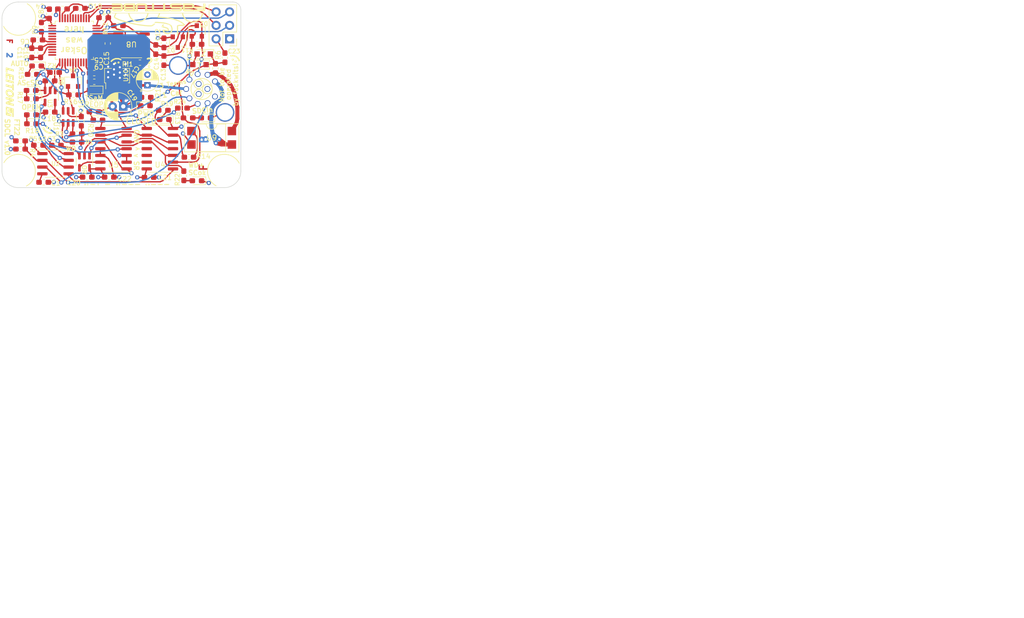
<source format=kicad_pcb>
(kicad_pcb (version 20171130) (host pcbnew 5.1.6)

  (general
    (thickness 1.6)
    (drawings 77)
    (tracks 730)
    (zones 0)
    (modules 81)
    (nets 77)
  )

  (page A4)
  (layers
    (0 F.Cu signal)
    (1 3V3.Cu power hide)
    (2 GND.Cu power hide)
    (31 B.Cu signal)
    (33 F.Adhes user)
    (35 F.Paste user)
    (37 F.SilkS user)
    (38 B.Mask user)
    (39 F.Mask user)
    (40 Dwgs.User user hide)
    (41 Cmts.User user hide)
    (42 Eco1.User user hide)
    (43 Eco2.User user hide)
    (44 Edge.Cuts user)
    (45 Margin user)
    (46 B.CrtYd user)
    (47 F.CrtYd user)
    (49 F.Fab user hide)
  )

  (setup
    (last_trace_width 0.25)
    (user_trace_width 0.5)
    (user_trace_width 0.75)
    (trace_clearance 0.2)
    (zone_clearance 0.33)
    (zone_45_only no)
    (trace_min 0.2)
    (via_size 0.8)
    (via_drill 0.4)
    (via_min_size 0.4)
    (via_min_drill 0.3)
    (uvia_size 0.3)
    (uvia_drill 0.1)
    (uvias_allowed no)
    (uvia_min_size 0.2)
    (uvia_min_drill 0.1)
    (edge_width 0.1)
    (segment_width 0.2)
    (pcb_text_width 0.3)
    (pcb_text_size 1.5 1.5)
    (mod_edge_width 0.15)
    (mod_text_size 1 1)
    (mod_text_width 0.15)
    (pad_size 4.5 4.5)
    (pad_drill 3)
    (pad_to_mask_clearance 0)
    (aux_axis_origin 0 0)
    (visible_elements FFFFFF7F)
    (pcbplotparams
      (layerselection 0x010e0_ffffffff)
      (usegerberextensions false)
      (usegerberattributes true)
      (usegerberadvancedattributes true)
      (creategerberjobfile true)
      (excludeedgelayer true)
      (linewidth 0.100000)
      (plotframeref false)
      (viasonmask false)
      (mode 1)
      (useauxorigin false)
      (hpglpennumber 1)
      (hpglpenspeed 20)
      (hpglpendiameter 15.000000)
      (psnegative false)
      (psa4output false)
      (plotreference true)
      (plotvalue true)
      (plotinvisibletext false)
      (padsonsilk false)
      (subtractmaskfromsilk false)
      (outputformat 1)
      (mirror false)
      (drillshape 0)
      (scaleselection 1)
      (outputdirectory "export/"))
  )

  (net 0 "")
  (net 1 GND)
  (net 2 +3V3)
  (net 3 NRST)
  (net 4 CAN_H)
  (net 5 CAN_L)
  (net 6 +12V)
  (net 7 SDC_in_3V3)
  (net 8 "Net-(D2-Pad3)")
  (net 9 TS_activate_MUXed)
  (net 10 TRACESWO)
  (net 11 SWDIO)
  (net 12 SWCLK)
  (net 13 ~SDC_reset~)
  (net 14 TS_activate_ext)
  (net 15 TS_activate_dash)
  (net 16 SDC_in)
  (net 17 SDC_out)
  (net 18 To_SDC_relais)
  (net 19 AS_driving_mode)
  (net 20 AS_close_SDC)
  (net 21 "Net-(R12-Pad1)")
  (net 22 Watchdog)
  (net 23 SDC_is_ready)
  (net 24 "Net-(U7-Pad46)")
  (net 25 "Net-(U7-Pad45)")
  (net 26 "Net-(U7-Pad43)")
  (net 27 "Net-(U7-Pad42)")
  (net 28 "Net-(U7-Pad41)")
  (net 29 "Net-(U7-Pad40)")
  (net 30 "Net-(U7-Pad38)")
  (net 31 CAN_TX)
  (net 32 CAN_RX)
  (net 33 "Net-(U7-Pad31)")
  (net 34 "Net-(U7-Pad30)")
  (net 35 "Net-(U7-Pad29)")
  (net 36 "Net-(U7-Pad28)")
  (net 37 "Net-(U7-Pad27)")
  (net 38 "Net-(U7-Pad26)")
  (net 39 "Net-(U7-Pad25)")
  (net 40 "Net-(U7-Pad22)")
  (net 41 "Net-(U7-Pad21)")
  (net 42 "Net-(U7-Pad17)")
  (net 43 "Net-(U7-Pad16)")
  (net 44 "Net-(U7-Pad12)")
  (net 45 "Net-(U7-Pad11)")
  (net 46 "Net-(U7-Pad10)")
  (net 47 "Net-(U7-Pad6)")
  (net 48 "Net-(U7-Pad5)")
  (net 49 "Net-(U7-Pad4)")
  (net 50 "Net-(U7-Pad3)")
  (net 51 "Net-(U7-Pad2)")
  (net 52 "Net-(R14-Pad2)")
  (net 53 "Net-(R10-Pad1)")
  (net 54 "Net-(D5-Pad2)")
  (net 55 "Net-(D6-Pad2)")
  (net 56 "Net-(D7-Pad2)")
  (net 57 "Net-(D9-Pad2)")
  (net 58 "Net-(D10-Pad2)")
  (net 59 "Net-(D11-Pad2)")
  (net 60 "Net-(D12-Pad2)")
  (net 61 "Net-(D13-Pad2)")
  (net 62 "/Non-Programmable Logic/~WDO~")
  (net 63 "/Non-Programmable Logic/RP")
  (net 64 "/Non-Programmable Logic/WP")
  (net 65 "/Non-Programmable Logic/correct_button_pressed")
  (net 66 "/Non-Programmable Logic/close_while_allowed")
  (net 67 "/Non-Programmable Logic/reopened")
  (net 68 "/Non-Programmable Logic/~reset_all~")
  (net 69 "/Non-Programmable Logic/closing_allowed")
  (net 70 "/Non-Programmable Logic/~reopen~")
  (net 71 "/Non-Programmable Logic/WD_and_SDCin_ok")
  (net 72 "/Non-Programmable Logic/~try_close~")
  (net 73 "/Non-Programmable Logic/still_initial_open")
  (net 74 "Net-(R!1-Pad2)")
  (net 75 "Net-(D14-Pad2)")
  (net 76 "Net-(R24-Pad2)")

  (net_class Default "This is the default net class."
    (clearance 0.2)
    (trace_width 0.25)
    (via_dia 0.8)
    (via_drill 0.4)
    (uvia_dia 0.3)
    (uvia_drill 0.1)
    (add_net +12V)
    (add_net +3V3)
    (add_net "/Non-Programmable Logic/RP")
    (add_net "/Non-Programmable Logic/WD_and_SDCin_ok")
    (add_net "/Non-Programmable Logic/WP")
    (add_net "/Non-Programmable Logic/close_while_allowed")
    (add_net "/Non-Programmable Logic/closing_allowed")
    (add_net "/Non-Programmable Logic/correct_button_pressed")
    (add_net "/Non-Programmable Logic/reopened")
    (add_net "/Non-Programmable Logic/still_initial_open")
    (add_net "/Non-Programmable Logic/~WDO~")
    (add_net "/Non-Programmable Logic/~reopen~")
    (add_net "/Non-Programmable Logic/~reset_all~")
    (add_net "/Non-Programmable Logic/~try_close~")
    (add_net AS_close_SDC)
    (add_net AS_driving_mode)
    (add_net CAN_H)
    (add_net CAN_L)
    (add_net CAN_RX)
    (add_net CAN_TX)
    (add_net GND)
    (add_net NRST)
    (add_net "Net-(D10-Pad2)")
    (add_net "Net-(D11-Pad2)")
    (add_net "Net-(D12-Pad2)")
    (add_net "Net-(D13-Pad2)")
    (add_net "Net-(D14-Pad2)")
    (add_net "Net-(D2-Pad3)")
    (add_net "Net-(D5-Pad2)")
    (add_net "Net-(D6-Pad2)")
    (add_net "Net-(D7-Pad2)")
    (add_net "Net-(D9-Pad2)")
    (add_net "Net-(R!1-Pad2)")
    (add_net "Net-(R10-Pad1)")
    (add_net "Net-(R12-Pad1)")
    (add_net "Net-(R14-Pad2)")
    (add_net "Net-(R24-Pad2)")
    (add_net "Net-(U7-Pad10)")
    (add_net "Net-(U7-Pad11)")
    (add_net "Net-(U7-Pad12)")
    (add_net "Net-(U7-Pad16)")
    (add_net "Net-(U7-Pad17)")
    (add_net "Net-(U7-Pad2)")
    (add_net "Net-(U7-Pad21)")
    (add_net "Net-(U7-Pad22)")
    (add_net "Net-(U7-Pad25)")
    (add_net "Net-(U7-Pad26)")
    (add_net "Net-(U7-Pad27)")
    (add_net "Net-(U7-Pad28)")
    (add_net "Net-(U7-Pad29)")
    (add_net "Net-(U7-Pad3)")
    (add_net "Net-(U7-Pad30)")
    (add_net "Net-(U7-Pad31)")
    (add_net "Net-(U7-Pad38)")
    (add_net "Net-(U7-Pad4)")
    (add_net "Net-(U7-Pad40)")
    (add_net "Net-(U7-Pad41)")
    (add_net "Net-(U7-Pad42)")
    (add_net "Net-(U7-Pad43)")
    (add_net "Net-(U7-Pad45)")
    (add_net "Net-(U7-Pad46)")
    (add_net "Net-(U7-Pad5)")
    (add_net "Net-(U7-Pad6)")
    (add_net SDC_in)
    (add_net SDC_in_3V3)
    (add_net SDC_is_ready)
    (add_net SDC_out)
    (add_net SWCLK)
    (add_net SWDIO)
    (add_net TRACESWO)
    (add_net TS_activate_MUXed)
    (add_net TS_activate_dash)
    (add_net TS_activate_ext)
    (add_net To_SDC_relais)
    (add_net Watchdog)
    (add_net ~SDC_reset~)
  )

  (module Custom:Binder_M12-A_12P_Female_NoSilk (layer B.Cu) (tedit 62083683) (tstamp 61C02DD4)
    (at 175.6 84.4 90)
    (path /61BBA8EA/61CD6444)
    (fp_text reference J2 (at 0 10.045 90) (layer B.SilkS) hide
      (effects (font (size 1 1) (thickness 0.15)) (justify mirror))
    )
    (fp_text value Binder-M12-12P (at 0 -10.045 90) (layer B.Fab)
      (effects (font (size 1 1) (thickness 0.15)) (justify mirror))
    )
    (fp_arc (start 0 3.7) (end -0.6 3.7) (angle 180) (layer B.Fab) (width 0.12))
    (fp_circle (center 0 0) (end 0 -9) (layer B.Fab) (width 0.1))
    (fp_circle (center 0 0) (end 0 -9.37) (layer B.CrtYd) (width 0.05))
    (fp_circle (center 0 0.1) (end 0 4.2) (layer B.Fab) (width 0.12))
    (fp_line (start 0.6 3.7) (end 0.6 4.1) (layer B.Fab) (width 0.12))
    (fp_line (start -0.6 3.7) (end -0.6 4.1) (layer B.Fab) (width 0.12))
    (pad 10 thru_hole circle (at 0 1.1 90) (size 1.1 1.1) (drill 0.8) (layers *.Cu *.Mask)
      (net 2 +3V3))
    (pad 11 thru_hole circle (at 0.952627 -0.549999 90) (size 1.1 1.1) (drill 0.8) (layers *.Cu *.Mask)
      (net 2 +3V3))
    (pad 12 thru_hole circle (at -0.952627 -0.55 90) (size 1.1 1.1) (drill 0.8) (layers *.Cu *.Mask)
      (net 1 GND))
    (pad 1 thru_hole circle (at -1.428 2.524 90) (size 1.1 1.1) (drill 0.8) (layers *.Cu *.Mask)
      (net 1 GND))
    (pad 2 thru_hole circle (at 1.428 2.524 90) (size 1.1 1.1) (drill 0.8) (layers *.Cu *.Mask)
      (net 17 SDC_out))
    (pad 3 thru_hole circle (at 2.672 1.127 90) (size 1.1 1.1) (drill 0.8) (layers *.Cu *.Mask)
      (net 16 SDC_in))
    (pad 4 thru_hole circle (at 2.804 -0.738 90) (size 1.1 1.1) (drill 0.8) (layers *.Cu *.Mask)
      (net 4 CAN_H))
    (pad 5 thru_hole circle (at 1.77 -2.297 90) (size 1.1 1.1) (drill 0.8) (layers *.Cu *.Mask)
      (net 5 CAN_L))
    (pad 6 thru_hole circle (at 0 -2.9 90) (size 1.1 1.1) (drill 0.8) (layers *.Cu *.Mask)
      (net 6 +12V))
    (pad 7 thru_hole circle (at -1.77 -2.297 90) (size 1.1 1.1) (drill 0.8) (layers *.Cu *.Mask)
      (net 14 TS_activate_ext))
    (pad 8 thru_hole circle (at -2.804 -0.738 90) (size 1.1 1.1) (drill 0.8) (layers *.Cu *.Mask)
      (net 15 TS_activate_dash))
    (pad 9 thru_hole circle (at -2.672 1.127 90) (size 1.1 1.1) (drill 0.8) (layers *.Cu *.Mask)
      (net 13 ~SDC_reset~))
    (pad M1 thru_hole circle (at -4.419 4.419 90) (size 3.5 3.5) (drill 3) (layers *.Cu *.Mask)
      (net 1 GND))
    (pad M2 thru_hole circle (at 4.419 -4.419 90) (size 3.5 3.5) (drill 3) (layers *.Cu *.Mask)
      (net 1 GND))
    (model ${KIPRJMOD}/packages3d/Phoenix.3dshapes/1441820.stp
      (offset (xyz 12.75 0 -2.5))
      (scale (xyz 1 1 1))
      (rotate (xyz 0 180 -45))
    )
  )

  (module Custom:lightning (layer B.Cu) (tedit 0) (tstamp 61E9B0FE)
    (at 163 81.3 170)
    (fp_text reference G*** (at 0 0 170) (layer B.SilkS) hide
      (effects (font (size 1.524 1.524) (thickness 0.3)) (justify mirror))
    )
    (fp_text value LOGO (at 0.75 0 170) (layer B.SilkS) hide
      (effects (font (size 1.524 1.524) (thickness 0.3)) (justify mirror))
    )
    (fp_poly (pts (xy 0.430913 1.456164) (xy 0.521811 1.455869) (xy 0.606258 1.455399) (xy 0.682846 1.45477)
      (xy 0.75017 1.454) (xy 0.806824 1.453106) (xy 0.851402 1.452106) (xy 0.882496 1.451017)
      (xy 0.898703 1.449856) (xy 0.900767 1.449309) (xy 0.899613 1.43618) (xy 0.888204 1.410419)
      (xy 0.866912 1.372582) (xy 0.836105 1.323223) (xy 0.796154 1.262896) (xy 0.74743 1.192154)
      (xy 0.690303 1.111553) (xy 0.625143 1.021647) (xy 0.552321 0.922989) (xy 0.520924 0.880925)
      (xy 0.450696 0.786623) (xy 0.387458 0.700694) (xy 0.331659 0.623785) (xy 0.283753 0.55654)
      (xy 0.244189 0.499608) (xy 0.213421 0.453634) (xy 0.191898 0.419264) (xy 0.180073 0.397146)
      (xy 0.177799 0.389552) (xy 0.186221 0.387068) (xy 0.211313 0.385) (xy 0.252819 0.383353)
      (xy 0.310481 0.382136) (xy 0.384041 0.381354) (xy 0.473243 0.381015) (xy 0.498627 0.381)
      (xy 0.581533 0.380938) (xy 0.649079 0.380708) (xy 0.702836 0.380246) (xy 0.744378 0.379488)
      (xy 0.775275 0.378369) (xy 0.797102 0.376824) (xy 0.811429 0.374788) (xy 0.81983 0.372197)
      (xy 0.823877 0.368987) (xy 0.824594 0.367607) (xy 0.828836 0.351043) (xy 0.828744 0.332757)
      (xy 0.823583 0.311675) (xy 0.812616 0.286723) (xy 0.795108 0.256825) (xy 0.770322 0.220908)
      (xy 0.737525 0.177895) (xy 0.695978 0.126714) (xy 0.644947 0.066288) (xy 0.583696 -0.004457)
      (xy 0.521042 -0.075779) (xy 0.488377 -0.112738) (xy 0.459582 -0.145221) (xy 0.436528 -0.171128)
      (xy 0.421085 -0.188357) (xy 0.415209 -0.194733) (xy 0.408084 -0.202439) (xy 0.392226 -0.220134)
      (xy 0.370073 -0.245083) (xy 0.347249 -0.270933) (xy 0.321592 -0.300007) (xy 0.300107 -0.324241)
      (xy 0.285226 -0.340902) (xy 0.279516 -0.347133) (xy 0.272568 -0.354586) (xy 0.256354 -0.372267)
      (xy 0.232986 -0.397864) (xy 0.204578 -0.429066) (xy 0.190547 -0.4445) (xy 0.159689 -0.478376)
      (xy 0.13206 -0.508546) (xy 0.110049 -0.532413) (xy 0.096043 -0.547382) (xy 0.093181 -0.550334)
      (xy 0.081063 -0.563159) (xy 0.062153 -0.583961) (xy 0.043085 -0.605367) (xy 0.016888 -0.634711)
      (xy -0.013587 -0.668344) (xy -0.037389 -0.694267) (xy -0.062521 -0.721662) (xy -0.095287 -0.757754)
      (xy -0.132809 -0.799332) (xy -0.172203 -0.843184) (xy -0.210589 -0.886099) (xy -0.245085 -0.924864)
      (xy -0.27281 -0.956269) (xy -0.28511 -0.970373) (xy -0.297634 -0.984671) (xy -0.317857 -1.007561)
      (xy -0.342203 -1.035001) (xy -0.352497 -1.046573) (xy -0.386436 -1.085022) (xy -0.425726 -1.130064)
      (xy -0.467655 -1.17854) (xy -0.509513 -1.227292) (xy -0.548589 -1.27316) (xy -0.582171 -1.312986)
      (xy -0.607549 -1.343611) (xy -0.609656 -1.3462) (xy -0.628962 -1.369823) (xy -0.644009 -1.387949)
      (xy -0.651698 -1.396846) (xy -0.651852 -1.397) (xy -0.658749 -1.405087) (xy -0.673586 -1.423241)
      (xy -0.693767 -1.44827) (xy -0.70525 -1.462617) (xy -0.733676 -1.496546) (xy -0.754347 -1.517543)
      (xy -0.766763 -1.525168) (xy -0.770467 -1.52018) (xy -0.76795 -1.506592) (xy -0.761162 -1.480674)
      (xy -0.751246 -1.446138) (xy -0.739343 -1.406698) (xy -0.726599 -1.366068) (xy -0.714155 -1.327962)
      (xy -0.703154 -1.296091) (xy -0.694766 -1.274234) (xy -0.687035 -1.254591) (xy -0.678025 -1.22967)
      (xy -0.677334 -1.227667) (xy -0.667645 -1.200271) (xy -0.657743 -1.174578) (xy -0.644609 -1.14283)
      (xy -0.641102 -1.134534) (xy -0.614484 -1.07236) (xy -0.586907 -1.009307) (xy -0.557064 -0.942478)
      (xy -0.523651 -0.868977) (xy -0.485363 -0.785908) (xy -0.443217 -0.695343) (xy -0.412795 -0.62958)
      (xy -0.382559 -0.56307) (xy -0.35334 -0.497745) (xy -0.325969 -0.435536) (xy -0.301278 -0.378374)
      (xy -0.280099 -0.328192) (xy -0.263262 -0.28692) (xy -0.251599 -0.256491) (xy -0.245942 -0.238836)
      (xy -0.245534 -0.236082) (xy -0.253703 -0.23432) (xy -0.277022 -0.232715) (xy -0.313706 -0.231313)
      (xy -0.361972 -0.230157) (xy -0.420037 -0.229291) (xy -0.486117 -0.228758) (xy -0.549834 -0.2286)
      (xy -0.625875 -0.228387) (xy -0.693874 -0.227776) (xy -0.752269 -0.226805) (xy -0.799496 -0.225514)
      (xy -0.833991 -0.223943) (xy -0.854192 -0.222132) (xy -0.858975 -0.220768) (xy -0.859749 -0.207707)
      (xy -0.85564 -0.193251) (xy -0.849377 -0.177213) (xy -0.838988 -0.149613) (xy -0.826105 -0.114814)
      (xy -0.81662 -0.0889) (xy -0.805325 -0.058389) (xy -0.789682 -0.016813) (xy -0.770928 0.032601)
      (xy -0.750304 0.086629) (xy -0.729047 0.142043) (xy -0.708395 0.195618) (xy -0.689587 0.244128)
      (xy -0.673863 0.284347) (xy -0.662459 0.313048) (xy -0.659784 0.319616) (xy -0.650043 0.343809)
      (xy -0.6446 0.357716) (xy -0.635655 0.38037) (xy -0.627667 0.40005) (xy -0.617605 0.424458)
      (xy -0.610217 0.442383) (xy -0.604806 0.455976) (xy -0.59437 0.482587) (xy -0.57999 0.519444)
      (xy -0.562749 0.563771) (xy -0.54373 0.612796) (xy -0.541687 0.618067) (xy -0.522303 0.667965)
      (xy -0.504336 0.713963) (xy -0.488931 0.753144) (xy -0.477236 0.782592) (xy -0.470399 0.799391)
      (xy -0.470096 0.8001) (xy -0.459399 0.826645) (xy -0.448928 0.854971) (xy -0.448872 0.855133)
      (xy -0.434563 0.894998) (xy -0.420641 0.930572) (xy -0.416854 0.9398) (xy -0.40792 0.962833)
      (xy -0.398316 0.989491) (xy -0.397934 0.9906) (xy -0.389142 1.015456) (xy -0.381479 1.035959)
      (xy -0.381 1.037166) (xy -0.373616 1.056793) (xy -0.364768 1.081699) (xy -0.364067 1.083733)
      (xy -0.355164 1.108602) (xy -0.34724 1.129107) (xy -0.346741 1.1303) (xy -0.340888 1.145696)
      (xy -0.330903 1.173503) (xy -0.318046 1.210077) (xy -0.303575 1.251777) (xy -0.288748 1.294959)
      (xy -0.274825 1.335981) (xy -0.263064 1.3712) (xy -0.256052 1.392767) (xy -0.246844 1.419027)
      (xy -0.238228 1.439273) (xy -0.234555 1.445683) (xy -0.229445 1.447876) (xy -0.21701 1.449766)
      (xy -0.196247 1.451373) (xy -0.166151 1.452715) (xy -0.125718 1.45381) (xy -0.073945 1.454678)
      (xy -0.009827 1.455337) (xy 0.067639 1.455805) (xy 0.159458 1.456102) (xy 0.266634 1.456246)
      (xy 0.33497 1.456266) (xy 0.430913 1.456164)) (layer B.Mask) (width 0.01))
  )

  (module Custom:FTLogo_DV (layer B.Cu) (tedit 0) (tstamp 61E9AF52)
    (at 159.254177 84.263653 180)
    (fp_text reference G*** (at 0 0) (layer B.SilkS) hide
      (effects (font (size 1.524 1.524) (thickness 0.3)) (justify mirror))
    )
    (fp_text value LOGO (at 0.75 0) (layer B.SilkS) hide
      (effects (font (size 1.524 1.524) (thickness 0.3)) (justify mirror))
    )
    (fp_poly (pts (xy -3.695095 -1.040191) (xy -4.620381 -1.040191) (xy -4.620381 -1.130905) (xy -3.695095 -1.130905)
      (xy -3.695095 -1.336524) (xy -4.620381 -1.336524) (xy -4.620381 -1.651) (xy -4.838095 -1.651)
      (xy -4.837997 -1.398512) (xy -4.837847 -1.31996) (xy -4.837415 -1.252464) (xy -4.836627 -1.19499)
      (xy -4.83541 -1.146501) (xy -4.833692 -1.10596) (xy -4.8314 -1.072332) (xy -4.828461 -1.044581)
      (xy -4.824802 -1.02167) (xy -4.820349 -1.002562) (xy -4.815031 -0.986223) (xy -4.808774 -0.971615)
      (xy -4.807823 -0.969656) (xy -4.792758 -0.944115) (xy -4.774673 -0.920669) (xy -4.763758 -0.909675)
      (xy -4.726433 -0.883197) (xy -4.682012 -0.861248) (xy -4.63525 -0.84593) (xy -4.608221 -0.840822)
      (xy -4.594321 -0.839805) (xy -4.56935 -0.838845) (xy -4.534329 -0.837954) (xy -4.490282 -0.837147)
      (xy -4.438233 -0.836434) (xy -4.379205 -0.835831) (xy -4.31422 -0.835349) (xy -4.244302 -0.835001)
      (xy -4.170474 -0.834801) (xy -4.129012 -0.834758) (xy -3.695095 -0.834572) (xy -3.695095 -1.040191)) (layer B.Mask) (width 0.01))
    (fp_poly (pts (xy -3.152322 -0.835817) (xy -2.663976 -0.837595) (xy -2.630993 -0.854953) (xy -2.594256 -0.879662)
      (xy -2.559225 -0.913171) (xy -2.529005 -0.952266) (xy -2.51613 -0.973908) (xy -2.508055 -0.9895)
      (xy -2.502265 -1.002838) (xy -2.49825 -1.016547) (xy -2.495498 -1.033255) (xy -2.493499 -1.055588)
      (xy -2.49174 -1.086174) (xy -2.490874 -1.103691) (xy -2.489827 -1.131344) (xy -2.488844 -1.168978)
      (xy -2.487956 -1.214476) (xy -2.487196 -1.265724) (xy -2.486595 -1.320606) (xy -2.486186 -1.377006)
      (xy -2.486018 -1.422703) (xy -2.485572 -1.651) (xy -2.931584 -1.650003) (xy -3.005653 -1.649791)
      (xy -3.077452 -1.649497) (xy -3.145867 -1.64913) (xy -3.209786 -1.6487) (xy -3.268098 -1.648218)
      (xy -3.31969 -1.647693) (xy -3.36345 -1.647136) (xy -3.398267 -1.646556) (xy -3.423027 -1.645964)
      (xy -3.435183 -1.645467) (xy -3.465543 -1.642995) (xy -3.48854 -1.63919) (xy -3.508905 -1.632904)
      (xy -3.53137 -1.622986) (xy -3.534969 -1.621234) (xy -3.576058 -1.595877) (xy -3.613664 -1.562856)
      (xy -3.644591 -1.525301) (xy -3.660322 -1.49847) (xy -3.667367 -1.483104) (xy -3.672088 -1.469359)
      (xy -3.674945 -1.454209) (xy -3.676398 -1.434627) (xy -3.676907 -1.407588) (xy -3.676953 -1.389146)
      (xy -3.676777 -1.357138) (xy -3.676248 -1.342572) (xy -3.459238 -1.342572) (xy -3.459238 -1.439333)
      (xy -2.703286 -1.439333) (xy -2.703286 -1.342572) (xy -3.459238 -1.342572) (xy -3.676248 -1.342572)
      (xy -3.675947 -1.334315) (xy -3.674006 -1.317765) (xy -3.6705 -1.304582) (xy -3.664973 -1.291854)
      (xy -3.660322 -1.282896) (xy -3.631884 -1.240968) (xy -3.594828 -1.203452) (xy -3.551899 -1.172481)
      (xy -3.505842 -1.150185) (xy -3.478905 -1.142097) (xy -3.466048 -1.140556) (xy -3.441532 -1.139099)
      (xy -3.405793 -1.137736) (xy -3.359267 -1.136475) (xy -3.302389 -1.135328) (xy -3.235596 -1.134305)
      (xy -3.159324 -1.133416) (xy -3.076726 -1.132692) (xy -2.703286 -1.129878) (xy -2.703286 -1.040191)
      (xy -3.640667 -1.040191) (xy -3.640667 -0.834038) (xy -3.152322 -0.835817)) (layer B.Mask) (width 0.01))
    (fp_poly (pts (xy -1.215572 -1.040191) (xy -2.201334 -1.040191) (xy -2.201334 -1.130905) (xy -1.824869 -1.131231)
      (xy -1.756984 -1.131367) (xy -1.691535 -1.131646) (xy -1.629725 -1.132054) (xy -1.572754 -1.132576)
      (xy -1.521823 -1.133197) (xy -1.478134 -1.133902) (xy -1.442887 -1.134677) (xy -1.417283 -1.135507)
      (xy -1.402525 -1.136377) (xy -1.402166 -1.136414) (xy -1.346496 -1.148134) (xy -1.295104 -1.171159)
      (xy -1.247957 -1.205506) (xy -1.239395 -1.21339) (xy -1.202994 -1.255386) (xy -1.177993 -1.301188)
      (xy -1.164306 -1.35108) (xy -1.161846 -1.405339) (xy -1.167187 -1.448382) (xy -1.181684 -1.493777)
      (xy -1.206525 -1.535806) (xy -1.240123 -1.573084) (xy -1.280891 -1.604226) (xy -1.327239 -1.627846)
      (xy -1.377582 -1.642559) (xy -1.392432 -1.644927) (xy -1.405425 -1.645836) (xy -1.429482 -1.646704)
      (xy -1.46357 -1.647521) (xy -1.506658 -1.648275) (xy -1.557713 -1.648953) (xy -1.615704 -1.649544)
      (xy -1.679599 -1.650037) (xy -1.748366 -1.65042) (xy -1.820973 -1.65068) (xy -1.896389 -1.650806)
      (xy -1.909536 -1.650813) (xy -2.382762 -1.651) (xy -2.382762 -1.548896) (xy -2.382714 -1.511596)
      (xy -2.382417 -1.48463) (xy -2.381645 -1.466237) (xy -2.380173 -1.454657) (xy -2.377772 -1.448128)
      (xy -2.374216 -1.444889) (xy -2.36928 -1.443179) (xy -2.369155 -1.443145) (xy -2.361106 -1.442577)
      (xy -2.341897 -1.442035) (xy -2.312462 -1.441524) (xy -2.273736 -1.441052) (xy -2.226654 -1.440626)
      (xy -2.172151 -1.440253) (xy -2.111161 -1.43994) (xy -2.04462 -1.439694) (xy -1.973462 -1.439521)
      (xy -1.898621 -1.439429) (xy -1.867203 -1.439416) (xy -1.378857 -1.439333) (xy -1.378857 -1.348619)
      (xy -1.691822 -1.348075) (xy -1.756829 -1.347885) (xy -1.821896 -1.347551) (xy -1.885291 -1.347091)
      (xy -1.945282 -1.346524) (xy -2.000138 -1.345869) (xy -2.048125 -1.345143) (xy -2.087513 -1.344366)
      (xy -2.11657 -1.343555) (xy -2.116999 -1.34354) (xy -2.229212 -1.339548) (xy -2.274237 -1.317151)
      (xy -2.321474 -1.289797) (xy -2.358719 -1.259092) (xy -2.387988 -1.223123) (xy -2.405267 -1.192869)
      (xy -2.416053 -1.170257) (xy -2.422769 -1.152715) (xy -2.426365 -1.135891) (xy -2.427794 -1.115435)
      (xy -2.42801 -1.088864) (xy -2.425195 -1.04347) (xy -2.415968 -1.005658) (xy -2.398876 -0.971977)
      (xy -2.372463 -0.938973) (xy -2.359027 -0.925252) (xy -2.315631 -0.889104) (xy -2.269238 -0.863465)
      (xy -2.217501 -0.847263) (xy -2.174119 -0.840691) (xy -2.158138 -0.839737) (xy -2.131178 -0.838828)
      (xy -2.094355 -0.837976) (xy -2.048783 -0.837195) (xy -1.99558 -0.836498) (xy -1.935862 -0.835898)
      (xy -1.870743 -0.835407) (xy -1.801341 -0.83504) (xy -1.728771 -0.834808) (xy -1.664607 -0.834728)
      (xy -1.215572 -0.834572) (xy -1.215572 -1.040191)) (layer B.Mask) (width 0.01))
    (fp_poly (pts (xy 1.161143 -1.040191) (xy 0.689428 -1.040191) (xy 0.689428 -1.651) (xy 0.471714 -1.651)
      (xy 0.471714 -1.040191) (xy -0.453572 -1.040191) (xy -0.453572 -1.651) (xy -0.671286 -1.651)
      (xy -0.671286 -1.040191) (xy -1.143 -1.040191) (xy -1.143 -0.834572) (xy 1.161143 -0.834572)
      (xy 1.161143 -1.040191)) (layer B.Mask) (width 0.01))
    (fp_poly (pts (xy 1.397 -1.439333) (xy 2.159 -1.439333) (xy 2.159 -0.834572) (xy 2.377313 -0.834572)
      (xy 2.375502 -1.15056) (xy 2.37369 -1.466548) (xy 2.355547 -1.49973) (xy 2.330248 -1.536987)
      (xy 2.296858 -1.573189) (xy 2.259114 -1.604759) (xy 2.222093 -1.627467) (xy 2.180443 -1.647976)
      (xy 1.787209 -1.649626) (xy 1.393976 -1.651277) (xy 1.344906 -1.627133) (xy 1.295162 -1.596415)
      (xy 1.253354 -1.557695) (xy 1.22044 -1.512304) (xy 1.197375 -1.461577) (xy 1.185117 -1.406847)
      (xy 1.184794 -1.403929) (xy 1.183747 -1.387951) (xy 1.182761 -1.361417) (xy 1.181864 -1.325864)
      (xy 1.181081 -1.282832) (xy 1.180437 -1.233859) (xy 1.17996 -1.180484) (xy 1.179674 -1.124244)
      (xy 1.179612 -1.096131) (xy 1.179285 -0.834572) (xy 1.397 -0.834572) (xy 1.397 -1.439333)) (layer B.Mask) (width 0.01))
    (fp_poly (pts (xy 2.937631 -0.835792) (xy 3.438071 -0.837595) (xy 3.478349 -0.856624) (xy 3.525706 -0.88456)
      (xy 3.563069 -0.919152) (xy 3.590918 -0.961007) (xy 3.609732 -1.010732) (xy 3.613855 -1.028079)
      (xy 3.618663 -1.061202) (xy 3.618375 -1.093443) (xy 3.612585 -1.128027) (xy 3.600891 -1.16818)
      (xy 3.593803 -1.188357) (xy 3.576145 -1.236738) (xy 3.59628 -1.276048) (xy 3.619161 -1.329059)
      (xy 3.631272 -1.378458) (xy 3.632814 -1.425728) (xy 3.623987 -1.472355) (xy 3.623093 -1.475289)
      (xy 3.602396 -1.521782) (xy 3.57118 -1.562761) (xy 3.529918 -1.597762) (xy 3.479081 -1.626321)
      (xy 3.462262 -1.633472) (xy 3.425976 -1.647899) (xy 2.931583 -1.649774) (xy 2.43719 -1.651648)
      (xy 2.43719 -1.348619) (xy 2.648857 -1.348619) (xy 2.648857 -1.439333) (xy 3.404809 -1.439333)
      (xy 3.404809 -1.348619) (xy 2.648857 -1.348619) (xy 2.43719 -1.348619) (xy 2.43719 -1.040191)
      (xy 2.648857 -1.040191) (xy 2.648857 -1.130905) (xy 3.392714 -1.130905) (xy 3.392714 -1.040191)
      (xy 2.648857 -1.040191) (xy 2.43719 -1.040191) (xy 2.43719 -0.833989) (xy 2.937631 -0.835792)) (layer B.Mask) (width 0.01))
    (fp_poly (pts (xy 4.692952 -0.858733) (xy 4.740497 -0.890547) (xy 4.779208 -0.929669) (xy 4.808298 -0.975008)
      (xy 4.826977 -1.025476) (xy 4.831928 -1.050602) (xy 4.833746 -1.069319) (xy 4.835351 -1.097545)
      (xy 4.83665 -1.132691) (xy 4.837551 -1.172173) (xy 4.837961 -1.213403) (xy 4.837975 -1.220107)
      (xy 4.838095 -1.348619) (xy 3.906762 -1.348619) (xy 3.906762 -1.439333) (xy 4.838095 -1.439333)
      (xy 4.838095 -1.651) (xy 4.410226 -1.650022) (xy 4.337725 -1.649805) (xy 4.267539 -1.649498)
      (xy 4.200802 -1.649111) (xy 4.138645 -1.648655) (xy 4.082202 -1.648141) (xy 4.032605 -1.64758)
      (xy 3.990988 -1.646984) (xy 3.958482 -1.646363) (xy 3.93622 -1.645729) (xy 3.927928 -1.645325)
      (xy 3.898578 -1.642668) (xy 3.876576 -1.638596) (xy 3.857176 -1.631866) (xy 3.835632 -1.621234)
      (xy 3.835286 -1.621048) (xy 3.800566 -1.598554) (xy 3.766452 -1.569744) (xy 3.736675 -1.538112)
      (xy 3.716489 -1.509814) (xy 3.700746 -1.482951) (xy 3.703838 -1.040191) (xy 3.906762 -1.040191)
      (xy 3.906762 -1.130905) (xy 4.620381 -1.130905) (xy 4.620381 -1.040191) (xy 3.906762 -1.040191)
      (xy 3.703838 -1.040191) (xy 3.704166 -0.993295) (xy 3.731381 -0.952935) (xy 3.758449 -0.919154)
      (xy 3.79081 -0.891493) (xy 3.83101 -0.868032) (xy 3.862735 -0.854054) (xy 3.903738 -0.837657)
      (xy 4.27869 -0.837626) (xy 4.653643 -0.837595) (xy 4.692952 -0.858733)) (layer B.Mask) (width 0.01))
    (fp_poly (pts (xy -1.89419 1.14533) (xy -1.895929 0.633612) (xy -1.919729 0.61304) (xy -1.938703 0.599296)
      (xy -1.961586 0.588249) (xy -1.99049 0.579221) (xy -2.027528 0.571534) (xy -2.068286 0.565373)
      (xy -2.094237 0.562556) (xy -2.130144 0.559612) (xy -2.173874 0.556644) (xy -2.22329 0.553759)
      (xy -2.276256 0.551062) (xy -2.330636 0.548658) (xy -2.384296 0.546652) (xy -2.435099 0.545149)
      (xy -2.480909 0.544255) (xy -2.500691 0.544072) (xy -2.567215 0.543737) (xy -2.533953 0.513084)
      (xy -2.441368 0.434421) (xy -2.339941 0.361023) (xy -2.229358 0.292749) (xy -2.109304 0.229459)
      (xy -1.979464 0.17101) (xy -1.839524 0.117263) (xy -1.68917 0.068075) (xy -1.528087 0.023306)
      (xy -1.355961 -0.017187) (xy -1.350247 -0.018418) (xy -1.277424 -0.0337) (xy -1.206375 -0.047812)
      (xy -1.135984 -0.060897) (xy -1.065136 -0.073101) (xy -0.992713 -0.084568) (xy -0.917601 -0.095443)
      (xy -0.838682 -0.10587) (xy -0.754842 -0.115995) (xy -0.664964 -0.125962) (xy -0.567931 -0.135916)
      (xy -0.462629 -0.146001) (xy -0.347941 -0.156362) (xy -0.22275 -0.167144) (xy -0.167702 -0.171756)
      (xy -0.107383 -0.176838) (xy -0.050741 -0.181739) (xy 0.001086 -0.186349) (xy 0.046961 -0.190563)
      (xy 0.085745 -0.194272) (xy 0.1163 -0.19737) (xy 0.137487 -0.199748) (xy 0.148169 -0.201301)
      (xy 0.149225 -0.201638) (xy 0.148193 -0.208206) (xy 0.142681 -0.223521) (xy 0.133534 -0.245472)
      (xy 0.121597 -0.271947) (xy 0.118184 -0.27922) (xy 0.095739 -0.327324) (xy 0.073634 -0.375924)
      (xy 0.052404 -0.423736) (xy 0.032584 -0.469473) (xy 0.014709 -0.511849) (xy -0.000687 -0.549579)
      (xy -0.013069 -0.581377) (xy -0.021902 -0.605957) (xy -0.026651 -0.622033) (xy -0.026966 -0.628196)
      (xy -0.020492 -0.628777) (xy -0.002793 -0.62937) (xy 0.025264 -0.629966) (xy 0.062809 -0.630557)
      (xy 0.108972 -0.631134) (xy 0.162885 -0.631687) (xy 0.223678 -0.632207) (xy 0.290483 -0.632686)
      (xy 0.36243 -0.633115) (xy 0.43865 -0.633484) (xy 0.511609 -0.633763) (xy 0.60701 -0.634054)
      (xy 0.690976 -0.634242) (xy 0.764166 -0.634322) (xy 0.827241 -0.634285) (xy 0.880859 -0.634124)
      (xy 0.925682 -0.633832) (xy 0.962367 -0.633401) (xy 0.991576 -0.632823) (xy 1.013968 -0.632093)
      (xy 1.030202 -0.6312) (xy 1.040939 -0.63014) (xy 1.046837 -0.628903) (xy 1.048538 -0.627716)
      (xy 1.050499 -0.618636) (xy 1.05401 -0.600703) (xy 1.058482 -0.576972) (xy 1.061159 -0.562429)
      (xy 1.078368 -0.489148) (xy 1.103439 -0.41182) (xy 1.134896 -0.334089) (xy 1.171266 -0.259597)
      (xy 1.211072 -0.191988) (xy 1.211146 -0.191875) (xy 1.275899 -0.10339) (xy 1.348996 -0.0231)
      (xy 1.429573 0.048643) (xy 1.516765 0.111487) (xy 1.609708 0.165078) (xy 1.707537 0.209064)
      (xy 1.809388 0.243091) (xy 1.914395 0.266808) (xy 2.021694 0.279861) (xy 2.130421 0.281898)
      (xy 2.239711 0.272565) (xy 2.316238 0.259045) (xy 2.381715 0.242869) (xy 2.443829 0.222864)
      (xy 2.506812 0.197515) (xy 2.567214 0.169137) (xy 2.635541 0.132641) (xy 2.695841 0.094354)
      (xy 2.75202 0.051475) (xy 2.807982 0.001206) (xy 2.82589 -0.016309) (xy 2.870843 -0.062137)
      (xy 2.908222 -0.103147) (xy 2.939941 -0.142019) (xy 2.967919 -0.181435) (xy 2.994072 -0.224073)
      (xy 3.020315 -0.272613) (xy 3.045589 -0.323548) (xy 3.068697 -0.374297) (xy 3.08762 -0.422845)
      (xy 3.103641 -0.473079) (xy 3.118045 -0.528891) (xy 3.127473 -0.571547) (xy 3.140787 -0.635)
      (xy 4.352316 -0.635) (xy 4.407305 -0.521607) (xy 4.437343 -0.4579) (xy 4.461082 -0.403547)
      (xy 4.478832 -0.357774) (xy 4.490897 -0.319801) (xy 4.496422 -0.295855) (xy 4.496079 -0.277387)
      (xy 4.487457 -0.259053) (xy 4.469588 -0.239561) (xy 4.441504 -0.217622) (xy 4.433604 -0.212167)
      (xy 4.382434 -0.180473) (xy 4.320048 -0.147036) (xy 4.24716 -0.112095) (xy 4.164487 -0.075884)
      (xy 4.072745 -0.038641) (xy 3.972649 -0.000601) (xy 3.864915 0.037999) (xy 3.750259 0.076922)
      (xy 3.629396 0.115932) (xy 3.503043 0.154793) (xy 3.371914 0.193269) (xy 3.236727 0.231123)
      (xy 3.098196 0.268118) (xy 2.957037 0.30402) (xy 2.813966 0.33859) (xy 2.669699 0.371593)
      (xy 2.657928 0.374202) (xy 2.514415 0.404747) (xy 2.367495 0.433736) (xy 2.218463 0.460997)
      (xy 2.068613 0.48636) (xy 1.919238 0.509654) (xy 1.771633 0.530708) (xy 1.62709 0.549352)
      (xy 1.486904 0.565416) (xy 1.352368 0.578727) (xy 1.224777 0.589116) (xy 1.105423 0.596412)
      (xy 0.995601 0.600445) (xy 0.937381 0.601219) (xy 0.879441 0.601201) (xy 0.831937 0.600511)
      (xy 0.793215 0.598864) (xy 0.761622 0.595972) (xy 0.735503 0.591551) (xy 0.713207 0.585315)
      (xy 0.693078 0.576977) (xy 0.673464 0.566252) (xy 0.652712 0.552854) (xy 0.651049 0.551724)
      (xy 0.624461 0.533194) (xy 0.596751 0.513218) (xy 0.572725 0.495279) (xy 0.566399 0.49038)
      (xy 0.541103 0.470539) (xy 0.522422 0.456839) (xy 0.507251 0.448225) (xy 0.492484 0.443642)
      (xy 0.475018 0.442032) (xy 0.451745 0.442342) (xy 0.42772 0.44323) (xy 0.399461 0.4446)
      (xy 0.375727 0.446405) (xy 0.359075 0.448405) (xy 0.352125 0.450288) (xy 0.3544 0.456084)
      (xy 0.364325 0.46828) (xy 0.380356 0.485417) (xy 0.400949 0.506036) (xy 0.424558 0.52868)
      (xy 0.449639 0.55189) (xy 0.474648 0.574207) (xy 0.49804 0.594174) (xy 0.51827 0.610331)
      (xy 0.531862 0.620003) (xy 0.573786 0.645276) (xy 0.616435 0.667833) (xy 0.656431 0.686008)
      (xy 0.68979 0.697958) (xy 0.726453 0.705747) (xy 0.774277 0.711262) (xy 0.832552 0.714551)
      (xy 0.900568 0.715661) (xy 0.977613 0.71464) (xy 1.06298 0.711534) (xy 1.155957 0.706391)
      (xy 1.255835 0.699259) (xy 1.361903 0.690184) (xy 1.473452 0.679213) (xy 1.589771 0.666395)
      (xy 1.710152 0.651777) (xy 1.833883 0.635405) (xy 1.960254 0.617327) (xy 2.007809 0.610174)
      (xy 2.145791 0.588552) (xy 2.274622 0.567071) (xy 2.397227 0.545179) (xy 2.516531 0.522322)
      (xy 2.635459 0.497945) (xy 2.756934 0.471496) (xy 2.839357 0.452766) (xy 3.042878 0.404577)
      (xy 3.23482 0.356572) (xy 3.415125 0.30877) (xy 3.583734 0.261187) (xy 3.740587 0.213843)
      (xy 3.885628 0.166756) (xy 4.018796 0.119944) (xy 4.140034 0.073425) (xy 4.249283 0.027217)
      (xy 4.321024 -0.006111) (xy 4.377326 -0.035039) (xy 4.430553 -0.065532) (xy 4.479584 -0.096733)
      (xy 4.5233 -0.127784) (xy 4.560581 -0.157829) (xy 4.590308 -0.186009) (xy 4.611361 -0.21147)
      (xy 4.62262 -0.233352) (xy 4.623713 -0.23782) (xy 4.625162 -0.258344) (xy 4.622459 -0.2832)
      (xy 4.615276 -0.31335) (xy 4.603287 -0.349757) (xy 4.586164 -0.393381) (xy 4.563581 -0.445185)
      (xy 4.53521 -0.50613) (xy 4.525927 -0.525498) (xy 4.510234 -0.55817) (xy 4.496517 -0.586932)
      (xy 4.48558 -0.610081) (xy 4.478227 -0.625914) (xy 4.475262 -0.632727) (xy 4.475238 -0.632844)
      (xy 4.481037 -0.633388) (xy 4.497441 -0.633882) (xy 4.522958 -0.634308) (xy 4.556099 -0.634647)
      (xy 4.595372 -0.634881) (xy 4.639286 -0.634993) (xy 4.653643 -0.635) (xy 4.832047 -0.635)
      (xy 4.832047 -0.683381) (xy -4.838095 -0.683381) (xy -4.838095 -0.635) (xy -4.592582 -0.635)
      (xy -4.590649 -0.624567) (xy -4.470187 -0.624567) (xy -4.467576 -0.630068) (xy -4.467391 -0.630193)
      (xy -4.460632 -0.630707) (xy -4.442426 -0.631206) (xy -4.413422 -0.631688) (xy -4.374266 -0.632148)
      (xy -4.325607 -0.632583) (xy -4.268093 -0.632991) (xy -4.202373 -0.633369) (xy -4.129094 -0.633713)
      (xy -4.048904 -0.634019) (xy -3.962452 -0.634286) (xy -3.870385 -0.634509) (xy -3.773351 -0.634686)
      (xy -3.672 -0.634814) (xy -3.566978 -0.634889) (xy -3.497036 -0.634908) (xy -3.369156 -0.634909)
      (xy -3.252843 -0.634884) (xy -3.14757 -0.634829) (xy -3.052809 -0.634737) (xy -2.968033 -0.634606)
      (xy -2.892714 -0.63443) (xy -2.826325 -0.634204) (xy -2.768337 -0.633924) (xy -2.718223 -0.633585)
      (xy -2.675456 -0.633182) (xy -2.639507 -0.63271) (xy -2.609849 -0.632166) (xy -2.585956 -0.631543)
      (xy -2.567297 -0.630838) (xy -2.553348 -0.630046) (xy -2.543578 -0.629162) (xy -2.537462 -0.628181)
      (xy -2.534471 -0.627099) (xy -2.533953 -0.626324) (xy -2.536207 -0.604891) (xy -2.542475 -0.574679)
      (xy -2.552013 -0.538029) (xy -2.564078 -0.497284) (xy -2.577925 -0.454784) (xy -2.59281 -0.412871)
      (xy -2.607992 -0.373886) (xy -2.622724 -0.340172) (xy -2.628739 -0.327873) (xy -2.682088 -0.236351)
      (xy -2.745064 -0.151264) (xy -2.816712 -0.073353) (xy -2.896076 -0.003356) (xy -2.9822 0.057988)
      (xy -3.074128 0.109939) (xy -3.170905 0.151757) (xy -3.271576 0.182704) (xy -3.296215 0.188433)
      (xy -3.318369 0.192986) (xy -3.339027 0.196431) (xy -3.360431 0.19892) (xy -3.384824 0.200605)
      (xy -3.414448 0.201639) (xy -3.451545 0.202173) (xy -3.498356 0.202359) (xy -3.501572 0.202363)
      (xy -3.551005 0.202235) (xy -3.590412 0.201665) (xy -3.621858 0.200536) (xy -3.647408 0.198731)
      (xy -3.669126 0.196131) (xy -3.689078 0.192619) (xy -3.695095 0.191355) (xy -3.802605 0.16214)
      (xy -3.904273 0.122653) (xy -3.999576 0.073411) (xy -4.087989 0.01493) (xy -4.168988 -0.052274)
      (xy -4.24205 -0.127685) (xy -4.306649 -0.210786) (xy -4.362262 -0.301061) (xy -4.408366 -0.397995)
      (xy -4.444435 -0.501071) (xy -4.460275 -0.56225) (xy -4.466715 -0.592363) (xy -4.469959 -0.612567)
      (xy -4.470187 -0.624567) (xy -4.590649 -0.624567) (xy -4.581657 -0.576036) (xy -4.568623 -0.518769)
      (xy -4.550145 -0.456091) (xy -4.527347 -0.390773) (xy -4.501355 -0.325589) (xy -4.473292 -0.263311)
      (xy -4.444284 -0.206711) (xy -4.415454 -0.158563) (xy -4.407699 -0.147161) (xy -4.373472 -0.102061)
      (xy -4.332643 -0.054042) (xy -4.288603 -0.006799) (xy -4.244744 0.035974) (xy -4.217514 0.059987)
      (xy -4.127671 0.129083) (xy -4.036164 0.186933) (xy -3.941685 0.234074) (xy -3.842925 0.271039)
      (xy -3.738574 0.298366) (xy -3.627325 0.316589) (xy -3.578217 0.321658) (xy -3.472293 0.324881)
      (xy -3.365467 0.316569) (xy -3.258884 0.297111) (xy -3.15369 0.266893) (xy -3.05103 0.226301)
      (xy -2.952051 0.175723) (xy -2.857898 0.115546) (xy -2.774444 0.05025) (xy -2.714671 -0.007049)
      (xy -2.656361 -0.074207) (xy -2.601174 -0.148987) (xy -2.550772 -0.229154) (xy -2.510323 -0.305195)
      (xy -2.496147 -0.337306) (xy -2.481363 -0.375941) (xy -2.466675 -0.418691) (xy -2.452789 -0.46315)
      (xy -2.440407 -0.506908) (xy -2.430235 -0.547557) (xy -2.422977 -0.58269) (xy -2.419337 -0.609899)
      (xy -2.419048 -0.617268) (xy -2.419048 -0.635032) (xy -2.395357 -0.635) (xy 1.165817 -0.635)
      (xy 3.02404 -0.635) (xy 3.020254 -0.618369) (xy 3.002577 -0.545649) (xy 2.984516 -0.48242)
      (xy 2.965037 -0.426096) (xy 2.943108 -0.374091) (xy 2.917693 -0.323819) (xy 2.887761 -0.272692)
      (xy 2.872565 -0.248752) (xy 2.846581 -0.212636) (xy 2.813144 -0.172174) (xy 2.774716 -0.129946)
      (xy 2.733759 -0.088531) (xy 2.692735 -0.050509) (xy 2.654107 -0.01846) (xy 2.649201 -0.014724)
      (xy 2.611589 0.011108) (xy 2.566299 0.038368) (xy 2.517225 0.064971) (xy 2.468262 0.088834)
      (xy 2.423307 0.10787) (xy 2.413 0.111685) (xy 2.311185 0.141808) (xy 2.20822 0.160229)
      (xy 2.104983 0.167134) (xy 2.00235 0.162707) (xy 1.901201 0.147133) (xy 1.802412 0.120595)
      (xy 1.70686 0.083279) (xy 1.615424 0.035369) (xy 1.528982 -0.022951) (xy 1.449008 -0.090928)
      (xy 1.382892 -0.160772) (xy 1.323683 -0.237576) (xy 1.272318 -0.319607) (xy 1.229734 -0.405132)
      (xy 1.196869 -0.492417) (xy 1.174661 -0.579729) (xy 1.170072 -0.606622) (xy 1.165817 -0.635)
      (xy -2.395357 -0.635) (xy -1.2878 -0.633504) (xy -0.156553 -0.631976) (xy -0.120785 -0.539319)
      (xy -0.10545 -0.500256) (xy -0.088357 -0.457792) (xy -0.071347 -0.416438) (xy -0.056261 -0.380706)
      (xy -0.052836 -0.372789) (xy -0.020655 -0.298917) (xy -0.259792 -0.27933) (xy -0.41629 -0.265927)
      (xy -0.561753 -0.252223) (xy -0.697239 -0.23807) (xy -0.823807 -0.223323) (xy -0.942516 -0.207836)
      (xy -1.054424 -0.191465) (xy -1.16059 -0.174062) (xy -1.262073 -0.155483) (xy -1.359932 -0.135582)
      (xy -1.448405 -0.115808) (xy -1.612696 -0.074209) (xy -1.768606 -0.028064) (xy -1.91568 0.022427)
      (xy -2.05346 0.077068) (xy -2.181491 0.13566) (xy -2.299317 0.198005) (xy -2.406481 0.263906)
      (xy -2.502528 0.333164) (xy -2.524881 0.351089) (xy -2.55361 0.375583) (xy -2.583819 0.402966)
      (xy -2.613929 0.431637) (xy -2.642362 0.459992) (xy -2.667538 0.486428) (xy -2.687879 0.509342)
      (xy -2.701804 0.527132) (xy -2.707029 0.536003) (xy -2.713367 0.564523) (xy -2.708128 0.590776)
      (xy -2.692627 0.612453) (xy -2.681536 0.622032) (xy -2.669128 0.630196) (xy -2.654325 0.637099)
      (xy -2.636049 0.642892) (xy -2.613223 0.647729) (xy -2.584767 0.651762) (xy -2.549604 0.655146)
      (xy -2.506655 0.658032) (xy -2.454843 0.660573) (xy -2.393088 0.662923) (xy -2.320566 0.665227)
      (xy -2.253496 0.667325) (xy -2.197473 0.669367) (xy -2.151452 0.671496) (xy -2.114386 0.673858)
      (xy -2.08523 0.676596) (xy -2.062938 0.679856) (xy -2.046463 0.68378) (xy -2.034759 0.688514)
      (xy -2.026781 0.694202) (xy -2.021483 0.700988) (xy -2.018639 0.706884) (xy -2.017242 0.716464)
      (xy -2.015924 0.738016) (xy -2.014686 0.771421) (xy -2.013531 0.816556) (xy -2.012462 0.8733)
      (xy -2.01148 0.941532) (xy -2.010589 1.021129) (xy -2.00979 1.11197) (xy -2.009237 1.189869)
      (xy -2.006222 1.657047) (xy -1.892451 1.657047) (xy -1.89419 1.14533)) (layer B.Mask) (width 0.01))
    (fp_poly (pts (xy -1.496773 0.694964) (xy -1.450706 0.676149) (xy -1.396822 0.655296) (xy -1.338461 0.633609)
      (xy -1.27896 0.612291) (xy -1.221657 0.592545) (xy -1.169889 0.575573) (xy -1.139976 0.566358)
      (xy -1.115964 0.559614) (xy -1.081932 0.550617) (xy -1.039653 0.539798) (xy -0.990902 0.527588)
      (xy -0.937451 0.514418) (xy -0.881074 0.500718) (xy -0.823546 0.486919) (xy -0.766639 0.473451)
      (xy -0.712127 0.460747) (xy -0.661784 0.449236) (xy -0.617383 0.439349) (xy -0.613834 0.438574)
      (xy -0.557433 0.427706) (xy -0.490533 0.417247) (xy -0.414727 0.407327) (xy -0.331607 0.398076)
      (xy -0.242766 0.389622) (xy -0.149797 0.382096) (xy -0.054293 0.375627) (xy 0.042154 0.370343)
      (xy 0.137951 0.366375) (xy 0.231504 0.363851) (xy 0.3175 0.362909) (xy 0.350386 0.362578)
      (xy 0.380811 0.361801) (xy 0.405782 0.360687) (xy 0.422305 0.359345) (xy 0.424493 0.359033)
      (xy 0.446819 0.355341) (xy 0.407207 0.306182) (xy 0.389735 0.285256) (xy 0.374108 0.267903)
      (xy 0.362393 0.256347) (xy 0.357666 0.252913) (xy 0.348645 0.251692) (xy 0.329385 0.250754)
      (xy 0.301739 0.250103) (xy 0.267559 0.249745) (xy 0.2287 0.249686) (xy 0.187013 0.249933)
      (xy 0.144352 0.25049) (xy 0.10257 0.251364) (xy 0.078619 0.252045) (xy -0.006823 0.256334)
      (xy -0.101752 0.263925) (xy -0.204111 0.274508) (xy -0.311842 0.287779) (xy -0.422887 0.303431)
      (xy -0.535188 0.321156) (xy -0.646688 0.340649) (xy -0.755329 0.361604) (xy -0.859053 0.383713)
      (xy -0.950475 0.405335) (xy -1.017364 0.423052) (xy -1.090851 0.444296) (xy -1.168243 0.468169)
      (xy -1.246846 0.493775) (xy -1.323966 0.520217) (xy -1.396909 0.5466) (xy -1.462981 0.572025)
      (xy -1.510896 0.591856) (xy -1.56331 0.614469) (xy -1.565041 0.669549) (xy -1.566773 0.724629)
      (xy -1.496773 0.694964)) (layer B.Mask) (width 0.01))
  )

  (module Custom:heart (layer B.Cu) (tedit 0) (tstamp 61E79923)
    (at 155.9 81.5 200)
    (fp_text reference G*** (at 0 0 20) (layer B.SilkS) hide
      (effects (font (size 1.524 1.524) (thickness 0.3)) (justify mirror))
    )
    (fp_text value LOGO (at 0.75 0 20) (layer B.SilkS) hide
      (effects (font (size 1.524 1.524) (thickness 0.3)) (justify mirror))
    )
    (fp_poly (pts (xy -0.619108 1.157187) (xy -0.560201 1.148073) (xy -0.503158 1.133244) (xy -0.447617 1.112627)
      (xy -0.393218 1.08615) (xy -0.3429 1.055916) (xy -0.292967 1.019793) (xy -0.244532 0.978154)
      (xy -0.198343 0.931786) (xy -0.155147 0.88148) (xy -0.115692 0.828024) (xy -0.091557 0.790568)
      (xy -0.0704 0.75575) (xy -0.060136 0.773957) (xy -0.036731 0.811977) (xy -0.008733 0.85157)
      (xy 0.022776 0.891457) (xy 0.056716 0.930354) (xy 0.092008 0.966983) (xy 0.12757 1.00006)
      (xy 0.138112 1.009084) (xy 0.181709 1.042494) (xy 0.228723 1.072786) (xy 0.277864 1.099278)
      (xy 0.327841 1.121292) (xy 0.377364 1.138148) (xy 0.389372 1.141437) (xy 0.44348 1.152568)
      (xy 0.500709 1.158819) (xy 0.560204 1.160262) (xy 0.62111 1.156968) (xy 0.682571 1.149009)
      (xy 0.743732 1.136457) (xy 0.803738 1.119382) (xy 0.849167 1.102981) (xy 0.912746 1.074371)
      (xy 0.973034 1.040455) (xy 1.029785 1.001496) (xy 1.08275 0.957762) (xy 1.131681 0.909518)
      (xy 1.176331 0.85703) (xy 1.216451 0.800565) (xy 1.251795 0.740389) (xy 1.282112 0.676767)
      (xy 1.306435 0.612166) (xy 1.323771 0.553558) (xy 1.336404 0.49644) (xy 1.344631 0.438941)
      (xy 1.34875 0.379193) (xy 1.349375 0.342685) (xy 1.346606 0.270648) (xy 1.338244 0.200629)
      (xy 1.324206 0.13244) (xy 1.304406 0.065889) (xy 1.278762 0.000786) (xy 1.247189 -0.063059)
      (xy 1.209603 -0.125838) (xy 1.165922 -0.187741) (xy 1.116059 -0.248959) (xy 1.064171 -0.305337)
      (xy 1.029904 -0.339653) (xy 0.994193 -0.373452) (xy 0.956284 -0.407385) (xy 0.915421 -0.442101)
      (xy 0.870849 -0.478251) (xy 0.821814 -0.516485) (xy 0.796925 -0.535425) (xy 0.782977 -0.54594)
      (xy 0.769469 -0.556067) (xy 0.755956 -0.566125) (xy 0.741997 -0.576432) (xy 0.727149 -0.587308)
      (xy 0.710968 -0.599072) (xy 0.693012 -0.612043) (xy 0.672838 -0.626541) (xy 0.650004 -0.642885)
      (xy 0.624067 -0.661393) (xy 0.594584 -0.682386) (xy 0.561112 -0.706182) (xy 0.523209 -0.733101)
      (xy 0.493712 -0.754037) (xy 0.436727 -0.794831) (xy 0.384685 -0.832866) (xy 0.337048 -0.868589)
      (xy 0.293279 -0.902445) (xy 0.252838 -0.934881) (xy 0.215187 -0.966343) (xy 0.179788 -0.997276)
      (xy 0.146103 -1.028127) (xy 0.113593 -1.059342) (xy 0.08172 -1.091368) (xy 0.062589 -1.11125)
      (xy 0.035616 -1.140446) (xy 0.009677 -1.170108) (xy -0.014288 -1.199098) (xy -0.035339 -1.226279)
      (xy -0.052537 -1.250513) (xy -0.053081 -1.25133) (xy -0.060039 -1.26138) (xy -0.065829 -1.26899)
      (xy -0.069479 -1.272906) (xy -0.070038 -1.273175) (xy -0.072703 -1.270747) (xy -0.078291 -1.264101)
      (xy -0.086039 -1.254189) (xy -0.095186 -1.241964) (xy -0.097322 -1.239043) (xy -0.128549 -1.197902)
      (xy -0.162007 -1.157293) (xy -0.198047 -1.1169) (xy -0.237015 -1.076407) (xy -0.279262 -1.0355)
      (xy -0.325136 -0.993862) (xy -0.374986 -0.951179) (xy -0.429162 -0.907134) (xy -0.488011 -0.861413)
      (xy -0.551884 -0.8137) (xy -0.621128 -0.763678) (xy -0.630238 -0.757206) (xy -0.680792 -0.72133)
      (xy -0.726494 -0.68885) (xy -0.76769 -0.659513) (xy -0.804723 -0.633064) (xy -0.83794 -0.609251)
      (xy -0.867685 -0.58782) (xy -0.894303 -0.568517) (xy -0.918138 -0.551089) (xy -0.939537 -0.535283)
      (xy -0.958842 -0.520845) (xy -0.976401 -0.507521) (xy -0.992557 -0.495058) (xy -1.007656 -0.483203)
      (xy -1.022041 -0.471701) (xy -1.036059 -0.460301) (xy -1.050054 -0.448747) (xy -1.050925 -0.448023)
      (xy -1.115957 -0.391946) (xy -1.174982 -0.336799) (xy -1.228227 -0.282298) (xy -1.275918 -0.22816)
      (xy -1.318282 -0.174101) (xy -1.355546 -0.119839) (xy -1.387935 -0.065091) (xy -1.415676 -0.009573)
      (xy -1.431625 0.027818) (xy -1.454881 0.094483) (xy -1.472485 0.163151) (xy -1.484412 0.233196)
      (xy -1.490638 0.303991) (xy -1.491139 0.374909) (xy -1.485891 0.445322) (xy -1.47487 0.514605)
      (xy -1.458052 0.58213) (xy -1.453504 0.5969) (xy -1.428415 0.665782) (xy -1.398295 0.730832)
      (xy -1.363028 0.792235) (xy -1.322501 0.850176) (xy -1.276599 0.904842) (xy -1.241037 0.941424)
      (xy -1.188893 0.987821) (xy -1.133787 1.028659) (xy -1.075629 1.063979) (xy -1.01433 1.093827)
      (xy -0.9498 1.118245) (xy -0.881949 1.137277) (xy -0.810689 1.150967) (xy -0.810617 1.150978)
      (xy -0.743955 1.158566) (xy -0.680239 1.160661) (xy -0.619108 1.157187)) (layer B.Mask) (width 0.01))
  )

  (module Custom:LeitOnLogo_small (layer F.Cu) (tedit 0) (tstamp 61E47766)
    (at 139.64932 84.905821 270)
    (fp_text reference G*** (at 0 0 90) (layer F.SilkS) hide
      (effects (font (size 1.524 1.524) (thickness 0.3)))
    )
    (fp_text value LOGO (at 0.75 0 90) (layer F.SilkS) hide
      (effects (font (size 1.524 1.524) (thickness 0.3)))
    )
    (fp_poly (pts (xy 0.566668 -0.599721) (xy 0.614704 -0.597573) (xy 0.656735 -0.593379) (xy 0.6858 -0.588041)
      (xy 0.709339 -0.581706) (xy 0.728147 -0.575727) (xy 0.738711 -0.571242) (xy 0.739457 -0.570689)
      (xy 0.750818 -0.565657) (xy 0.755568 -0.56515) (xy 0.76744 -0.561949) (xy 0.787198 -0.553343)
      (xy 0.812066 -0.540827) (xy 0.839269 -0.525897) (xy 0.866031 -0.510048) (xy 0.889577 -0.494777)
      (xy 0.89978 -0.487446) (xy 0.944259 -0.447601) (xy 0.986329 -0.397987) (xy 1.023975 -0.341529)
      (xy 1.055185 -0.281152) (xy 1.072815 -0.23608) (xy 1.089759 -0.172649) (xy 1.100702 -0.103157)
      (xy 1.104776 -0.033156) (xy 1.104782 -0.031222) (xy 1.104562 -0.005052) (xy 1.103549 0.018146)
      (xy 1.101385 0.041511) (xy 1.097709 0.068182) (xy 1.092162 0.101296) (xy 1.085179 0.1397)
      (xy 1.062274 0.230367) (xy 1.027598 0.320984) (xy 0.982025 0.410314) (xy 0.926427 0.497124)
      (xy 0.86168 0.580176) (xy 0.788656 0.658236) (xy 0.708229 0.730069) (xy 0.623019 0.793266)
      (xy 0.550323 0.837398) (xy 0.471912 0.876477) (xy 0.391541 0.908886) (xy 0.312964 0.933005)
      (xy 0.282702 0.940005) (xy 0.243614 0.946408) (xy 0.197335 0.951328) (xy 0.147904 0.954566)
      (xy 0.09936 0.955921) (xy 0.055742 0.955195) (xy 0.025085 0.952733) (xy -0.020088 0.944211)
      (xy -0.069293 0.930239) (xy -0.118996 0.912201) (xy -0.165662 0.891478) (xy -0.205757 0.869451)
      (xy -0.228602 0.853537) (xy -0.276572 0.8112) (xy -0.320139 0.764569) (xy -0.357227 0.716225)
      (xy -0.385762 0.668748) (xy -0.396824 0.644525) (xy -0.404605 0.625365) (xy -0.411322 0.609341)
      (xy -0.412593 0.606425) (xy -0.427465 0.563558) (xy -0.43884 0.511811) (xy -0.446383 0.4546)
      (xy -0.449755 0.395347) (xy -0.448912 0.352271) (xy -0.042454 0.352271) (xy -0.036814 0.412827)
      (xy -0.022635 0.470037) (xy -0.000528 0.521351) (xy 0.02565 0.560393) (xy 0.059363 0.591434)
      (xy 0.101374 0.614358) (xy 0.14983 0.628679) (xy 0.202875 0.633911) (xy 0.258657 0.629566)
      (xy 0.276225 0.626196) (xy 0.338551 0.606247) (xy 0.398952 0.574806) (xy 0.456447 0.533043)
      (xy 0.510052 0.482131) (xy 0.558787 0.42324) (xy 0.601671 0.357544) (xy 0.63772 0.286213)
      (xy 0.665954 0.21042) (xy 0.683805 0.1397) (xy 0.694812 0.063099) (xy 0.696778 -0.007435)
      (xy 0.68989 -0.07128) (xy 0.674332 -0.127812) (xy 0.650291 -0.176406) (xy 0.617955 -0.216439)
      (xy 0.577508 -0.247286) (xy 0.566497 -0.253313) (xy 0.532911 -0.265454) (xy 0.491435 -0.27291)
      (xy 0.446025 -0.275579) (xy 0.400636 -0.273357) (xy 0.359222 -0.266143) (xy 0.337614 -0.259251)
      (xy 0.275091 -0.228962) (xy 0.214971 -0.18928) (xy 0.159689 -0.14233) (xy 0.111678 -0.090236)
      (xy 0.07337 -0.035123) (xy 0.066225 -0.022315) (xy 0.059553 -0.009966) (xy 0.049252 0.008892)
      (xy 0.04018 0.0254) (xy 0.010039 0.090024) (xy -0.014008 0.163739) (xy -0.032252 0.247522)
      (xy -0.038941 0.290924) (xy -0.042454 0.352271) (xy -0.448912 0.352271) (xy -0.448622 0.337469)
      (xy -0.443668 0.29063) (xy -0.42064 0.179871) (xy -0.386951 0.075675) (xy -0.342339 -0.022686)
      (xy -0.311778 -0.076656) (xy -0.271913 -0.138336) (xy -0.230618 -0.19409) (xy -0.184875 -0.247649)
      (xy -0.131667 -0.302745) (xy -0.118681 -0.315422) (xy -0.030405 -0.392547) (xy 0.063045 -0.458089)
      (xy 0.161822 -0.512132) (xy 0.266078 -0.554758) (xy 0.375967 -0.58605) (xy 0.384175 -0.587884)
      (xy 0.42138 -0.593904) (xy 0.466521 -0.597885) (xy 0.516111 -0.599824) (xy 0.566668 -0.599721)) (layer F.SilkS) (width 0.01))
    (fp_poly (pts (xy -3.987398 -0.57785) (xy -3.929307 -0.577649) (xy -3.8801 -0.57706) (xy -3.840561 -0.576108)
      (xy -3.811472 -0.574819) (xy -3.793616 -0.573216) (xy -3.787828 -0.571586) (xy -3.786995 -0.561927)
      (xy -3.789783 -0.545832) (xy -3.790986 -0.541423) (xy -3.795734 -0.524639) (xy -3.802541 -0.499774)
      (xy -3.81026 -0.471038) (xy -3.813928 -0.4572) (xy -3.821971 -0.426802) (xy -3.829898 -0.396999)
      (xy -3.836423 -0.372618) (xy -3.838445 -0.365125) (xy -3.843901 -0.344884) (xy -3.851395 -0.31694)
      (xy -3.859702 -0.285866) (xy -3.863967 -0.269875) (xy -3.873782 -0.233042) (xy -3.881068 -0.205725)
      (xy -3.886564 -0.185168) (xy -3.89101 -0.168615) (xy -3.895145 -0.15331) (xy -3.89971 -0.136499)
      (xy -3.904022 -0.12065) (xy -3.911047 -0.094602) (xy -3.920012 -0.061015) (xy -3.929654 -0.024639)
      (xy -3.936979 0.003175) (xy -3.950036 0.052664) (xy -3.963657 0.103816) (xy -3.976796 0.15273)
      (xy -3.988407 0.195504) (xy -3.994012 0.2159) (xy -3.998104 0.230939) (xy -4.00452 0.254804)
      (xy -4.012336 0.284042) (xy -4.01955 0.31115) (xy -4.027835 0.342253) (xy -4.035532 0.370986)
      (xy -4.041715 0.393896) (xy -4.045139 0.4064) (xy -4.055794 0.444944) (xy -4.066481 0.484181)
      (xy -4.076669 0.522098) (xy -4.085826 0.55668) (xy -4.093421 0.585916) (xy -4.098924 0.607792)
      (xy -4.101802 0.620295) (xy -4.1021 0.622278) (xy -4.095788 0.624014) (xy -4.076997 0.625482)
      (xy -4.045946 0.626678) (xy -4.002852 0.627596) (xy -3.947935 0.628232) (xy -3.881413 0.62858)
      (xy -3.82905 0.62865) (xy -3.762932 0.628676) (xy -3.708404 0.628784) (xy -3.664358 0.62902)
      (xy -3.629684 0.629429) (xy -3.603273 0.630055) (xy -3.584017 0.630945) (xy -3.570805 0.632143)
      (xy -3.562529 0.633694) (xy -3.558079 0.635644) (xy -3.556346 0.638037) (xy -3.55615 0.639762)
      (xy -3.557859 0.651006) (xy -3.562239 0.67054) (xy -3.568403 0.694466) (xy -3.569511 0.6985)
      (xy -3.576246 0.722881) (xy -3.582454 0.745652) (xy -3.58893 0.769789) (xy -3.596469 0.798271)
      (xy -3.605867 0.834077) (xy -3.613587 0.8636) (xy -3.62065 0.888907) (xy -3.627335 0.909889)
      (xy -3.632538 0.923179) (xy -3.633897 0.925512) (xy -3.641527 0.927313) (xy -3.660578 0.928897)
      (xy -3.689775 0.930268) (xy -3.727841 0.931428) (xy -3.7735 0.932378) (xy -3.825475 0.933123)
      (xy -3.882491 0.933663) (xy -3.943269 0.934002) (xy -4.006536 0.934142) (xy -4.071013 0.934085)
      (xy -4.135425 0.933833) (xy -4.198495 0.93339) (xy -4.258947 0.932757) (xy -4.315505 0.931937)
      (xy -4.366892 0.930932) (xy -4.411832 0.929745) (xy -4.449048 0.928378) (xy -4.477265 0.926833)
      (xy -4.495206 0.925114) (xy -4.500817 0.923876) (xy -4.530786 0.905241) (xy -4.550003 0.879879)
      (xy -4.558699 0.847438) (xy -4.5593 0.834627) (xy -4.558965 0.822097) (xy -4.557693 0.808763)
      (xy -4.555091 0.792812) (xy -4.550764 0.772433) (xy -4.544315 0.745813) (xy -4.535351 0.711138)
      (xy -4.523475 0.666596) (xy -4.519241 0.650875) (xy -4.51203 0.624058) (xy -4.502585 0.588822)
      (xy -4.491938 0.549022) (xy -4.48112 0.508513) (xy -4.47675 0.492125) (xy -4.466171 0.452473)
      (xy -4.455327 0.411904) (xy -4.445248 0.37427) (xy -4.436967 0.343427) (xy -4.43426 0.333375)
      (xy -4.425478 0.30077) (xy -4.416124 0.265979) (xy -4.407953 0.235525) (xy -4.406524 0.230187)
      (xy -4.398028 0.19845) (xy -4.388589 0.163186) (xy -4.381877 0.138112) (xy -4.374188 0.109438)
      (xy -4.36494 0.075027) (xy -4.355888 0.041404) (xy -4.354141 0.034925) (xy -4.34693 0.008108)
      (xy -4.337485 -0.027128) (xy -4.326838 -0.066928) (xy -4.31602 -0.107437) (xy -4.31165 -0.123825)
      (xy -4.301071 -0.163477) (xy -4.290227 -0.204046) (xy -4.280148 -0.24168) (xy -4.271867 -0.272523)
      (xy -4.26916 -0.282575) (xy -4.260378 -0.31518) (xy -4.251024 -0.349971) (xy -4.242853 -0.380425)
      (xy -4.241424 -0.385763) (xy -4.233172 -0.416482) (xy -4.223722 -0.45151) (xy -4.215728 -0.481013)
      (xy -4.208909 -0.506543) (xy -4.203086 -0.529122) (xy -4.199356 -0.544479) (xy -4.199001 -0.5461)
      (xy -4.19705 -0.55483) (xy -4.194401 -0.561793) (xy -4.189723 -0.567188) (xy -4.181684 -0.571216)
      (xy -4.168953 -0.574076) (xy -4.150199 -0.575968) (xy -4.124089 -0.577092) (xy -4.089294 -0.577647)
      (xy -4.044481 -0.577833) (xy -3.988319 -0.577851) (xy -3.987398 -0.57785)) (layer F.SilkS) (width 0.01))
    (fp_poly (pts (xy -2.473252 -0.577762) (xy -2.397754 -0.577504) (xy -2.33021 -0.577086) (xy -2.271312 -0.576517)
      (xy -2.22175 -0.575807) (xy -2.182217 -0.574966) (xy -2.153402 -0.574003) (xy -2.135999 -0.572928)
      (xy -2.130682 -0.571916) (xy -2.130081 -0.567063) (xy -2.131429 -0.556554) (xy -2.134996 -0.539252)
      (xy -2.141051 -0.51402) (xy -2.149863 -0.479722) (xy -2.161702 -0.43522) (xy -2.172938 -0.3937)
      (xy -2.179956 -0.36788) (xy -2.186329 -0.344405) (xy -2.190772 -0.328012) (xy -2.191038 -0.327025)
      (xy -2.196942 -0.305865) (xy -2.201862 -0.288925) (xy -2.207537 -0.269875) (xy -2.486231 -0.26822)
      (xy -2.54457 -0.267764) (xy -2.59899 -0.267126) (xy -2.648177 -0.266338) (xy -2.690817 -0.26543)
      (xy -2.725596 -0.264433) (xy -2.7512 -0.263378) (xy -2.766314 -0.262297) (xy -2.769932 -0.261559)
      (xy -2.77367 -0.253542) (xy -2.779498 -0.236246) (xy -2.78643 -0.212716) (xy -2.789963 -0.199714)
      (xy -2.798061 -0.16913) (xy -2.807978 -0.131739) (xy -2.818266 -0.093007) (xy -2.824895 -0.068084)
      (xy -2.832617 -0.038331) (xy -2.838944 -0.012557) (xy -2.843222 0.006484) (xy -2.8448 0.01604)
      (xy -2.8448 0.016053) (xy -2.843449 0.018333) (xy -2.838687 0.020218) (xy -2.829451 0.021743)
      (xy -2.814678 0.022946) (xy -2.793307 0.023861) (xy -2.764275 0.024526) (xy -2.726519 0.024976)
      (xy -2.678976 0.025247) (xy -2.620585 0.025375) (xy -2.569634 0.0254) (xy -2.511732 0.025483)
      (xy -2.457802 0.025721) (xy -2.409161 0.026097) (xy -2.367123 0.026592) (xy -2.333002 0.02719)
      (xy -2.308114 0.027873) (xy -2.293773 0.028622) (xy -2.29074 0.029127) (xy -2.290136 0.036889)
      (xy -2.292783 0.052452) (xy -2.295322 0.062464) (xy -2.2998 0.078819) (xy -2.306718 0.104573)
      (xy -2.315307 0.136838) (xy -2.324796 0.172726) (xy -2.330306 0.193675) (xy -2.339731 0.229125)
      (xy -2.348532 0.261416) (xy -2.356008 0.288031) (xy -2.361456 0.306455) (xy -2.363536 0.312737)
      (xy -2.370091 0.3302) (xy -2.93205 0.3302) (xy -2.939878 0.360362) (xy -2.946743 0.386077)
      (xy -2.954145 0.412762) (xy -2.955957 0.4191) (xy -2.961072 0.437527) (xy -2.968191 0.46411)
      (xy -2.976209 0.494691) (xy -2.981279 0.51435) (xy -2.988962 0.543638) (xy -2.996189 0.569931)
      (xy -3.001997 0.589787) (xy -3.004737 0.598104) (xy -3.008076 0.612728) (xy -3.006962 0.621916)
      (xy -3.000051 0.623777) (xy -2.981667 0.625329) (xy -2.951601 0.626578) (xy -2.909641 0.62753)
      (xy -2.855577 0.628188) (xy -2.789198 0.628557) (xy -2.72623 0.62865) (xy -2.449659 0.62865)
      (xy -2.452663 0.646112) (xy -2.454548 0.655422) (xy -2.457912 0.669541) (xy -2.463119 0.689851)
      (xy -2.470533 0.71773) (xy -2.480517 0.754559) (xy -2.493435 0.801718) (xy -2.499103 0.822325)
      (xy -2.506257 0.848686) (xy -2.513302 0.875248) (xy -2.516859 0.889) (xy -2.522324 0.907961)
      (xy -2.527573 0.922232) (xy -2.529263 0.925512) (xy -2.536615 0.927283) (xy -2.555402 0.928846)
      (xy -2.584358 0.930201) (xy -2.622218 0.931353) (xy -2.667719 0.932302) (xy -2.719596 0.933051)
      (xy -2.776584 0.933602) (xy -2.837418 0.933957) (xy -2.900835 0.934119) (xy -2.96557 0.934089)
      (xy -3.030358 0.93387) (xy -3.093935 0.933464) (xy -3.155037 0.932873) (xy -3.212398 0.9321)
      (xy -3.264755 0.931145) (xy -3.310843 0.930013) (xy -3.349396 0.928704) (xy -3.379152 0.927221)
      (xy -3.398846 0.925567) (xy -3.406775 0.924005) (xy -3.436691 0.904791) (xy -3.456404 0.87966)
      (xy -3.466125 0.847943) (xy -3.466063 0.80897) (xy -3.456937 0.763897) (xy -3.449525 0.736776)
      (xy -3.441912 0.708521) (xy -3.438405 0.695325) (xy -3.432804 0.67428) (xy -3.425227 0.646074)
      (xy -3.417042 0.615795) (xy -3.414498 0.606425) (xy -3.406816 0.577991) (xy -3.397093 0.541751)
      (xy -3.386527 0.502175) (xy -3.376313 0.463736) (xy -3.375422 0.460375) (xy -3.365634 0.423509)
      (xy -3.355702 0.386286) (xy -3.346702 0.352718) (xy -3.339706 0.326818) (xy -3.338897 0.32385)
      (xy -3.331881 0.298034) (xy -3.325542 0.274562) (xy -3.321157 0.258167) (xy -3.320895 0.257175)
      (xy -3.316812 0.241825) (xy -3.310644 0.218814) (xy -3.303623 0.192738) (xy -3.30259 0.188912)
      (xy -3.29399 0.157006) (xy -3.28458 0.122012) (xy -3.276977 0.093662) (xy -3.26929 0.064986)
      (xy -3.260047 0.030574) (xy -3.251002 -0.00305) (xy -3.249258 -0.009525) (xy -3.241629 -0.037957)
      (xy -3.231951 -0.074195) (xy -3.221416 -0.113769) (xy -3.211215 -0.152207) (xy -3.210322 -0.155575)
      (xy -3.200534 -0.192441) (xy -3.190602 -0.229664) (xy -3.181602 -0.263232) (xy -3.174606 -0.289132)
      (xy -3.173797 -0.2921) (xy -3.166758 -0.317919) (xy -3.160357 -0.341393) (xy -3.155888 -0.357787)
      (xy -3.155618 -0.358775) (xy -3.151059 -0.375975) (xy -3.145114 -0.398997) (xy -3.141621 -0.41275)
      (xy -3.134394 -0.437466) (xy -3.125859 -0.461276) (xy -3.121599 -0.471142) (xy -3.103304 -0.498648)
      (xy -3.076457 -0.525644) (xy -3.044889 -0.548812) (xy -3.014104 -0.56422) (xy -3.006648 -0.566919)
      (xy -2.999128 -0.569236) (xy -2.990563 -0.5712) (xy -2.979975 -0.57284) (xy -2.966383 -0.574185)
      (xy -2.948811 -0.575266) (xy -2.926277 -0.57611) (xy -2.897804 -0.576747) (xy -2.862412 -0.577206)
      (xy -2.819121 -0.577516) (xy -2.766954 -0.577706) (xy -2.704931 -0.577806) (xy -2.632072 -0.577844)
      (xy -2.556012 -0.57785) (xy -2.473252 -0.577762)) (layer F.SilkS) (width 0.01))
    (fp_poly (pts (xy -1.75815 -0.576563) (xy -1.731111 -0.576352) (xy -1.674628 -0.575984) (xy -1.629648 -0.575677)
      (xy -1.594981 -0.575035) (xy -1.569439 -0.573662) (xy -1.551832 -0.571162) (xy -1.540971 -0.567137)
      (xy -1.535667 -0.561191) (xy -1.534732 -0.552929) (xy -1.536976 -0.541952) (xy -1.541209 -0.527866)
      (xy -1.545159 -0.51435) (xy -1.551068 -0.492558) (xy -1.558942 -0.463305) (xy -1.567486 -0.431407)
      (xy -1.571617 -0.415925) (xy -1.58144 -0.379061) (xy -1.588728 -0.351736) (xy -1.594216 -0.331215)
      (xy -1.598636 -0.314767) (xy -1.602724 -0.299656) (xy -1.607213 -0.28315) (xy -1.611697 -0.2667)
      (xy -1.618301 -0.242292) (xy -1.62707 -0.209616) (xy -1.636931 -0.172685) (xy -1.646809 -0.135511)
      (xy -1.648222 -0.130175) (xy -1.658331 -0.092072) (xy -1.668886 -0.052415) (xy -1.678695 -0.015677)
      (xy -1.686565 0.013672) (xy -1.687158 0.015875) (xy -1.695932 0.04848) (xy -1.70528 0.083273)
      (xy -1.713449 0.113727) (xy -1.714877 0.119062) (xy -1.723373 0.150799) (xy -1.732812 0.186063)
      (xy -1.739524 0.211137) (xy -1.747211 0.239813) (xy -1.756454 0.274225) (xy -1.765499 0.307849)
      (xy -1.767243 0.314325) (xy -1.77487 0.342757) (xy -1.784544 0.378997) (xy -1.795074 0.418573)
      (xy -1.805267 0.457011) (xy -1.806157 0.460375) (xy -1.820699 0.515152) (xy -1.835089 0.56899)
      (xy -1.848502 0.618825) (xy -1.860114 0.661593) (xy -1.866762 0.6858) (xy -1.870854 0.700839)
      (xy -1.87727 0.724704) (xy -1.885086 0.753942) (xy -1.8923 0.78105) (xy -1.903423 0.822897)
      (xy -1.911801 0.854273) (xy -1.917939 0.876982) (xy -1.922342 0.892829) (xy -1.925514 0.90362)
      (xy -1.927962 0.91116) (xy -1.930189 0.917253) (xy -1.930926 0.919162) (xy -1.936478 0.93345)
      (xy -2.136639 0.93345) (xy -2.192358 0.933415) (xy -2.236676 0.93326) (xy -2.270892 0.932911)
      (xy -2.296305 0.932292) (xy -2.314214 0.931329) (xy -2.325917 0.929946) (xy -2.332715 0.928069)
      (xy -2.335905 0.925623) (xy -2.336787 0.922533) (xy -2.3368 0.921902) (xy -2.33507 0.909252)
      (xy -2.330669 0.890042) (xy -2.327641 0.87904) (xy -2.323705 0.865397) (xy -2.319286 0.849643)
      (xy -2.313918 0.830047) (xy -2.307133 0.804878) (xy -2.298463 0.772403) (xy -2.287443 0.730892)
      (xy -2.275506 0.6858) (xy -2.263797 0.641589) (xy -2.254234 0.605632) (xy -2.245739 0.573897)
      (xy -2.237231 0.542355) (xy -2.227633 0.506975) (xy -2.227048 0.504825) (xy -2.219366 0.476391)
      (xy -2.209643 0.440151) (xy -2.199077 0.400575) (xy -2.188863 0.362136) (xy -2.187972 0.358775)
      (xy -2.178184 0.321909) (xy -2.168252 0.284686) (xy -2.159252 0.251118) (xy -2.152256 0.225218)
      (xy -2.151447 0.22225) (xy -2.144431 0.196434) (xy -2.138092 0.172962) (xy -2.133707 0.156567)
      (xy -2.133445 0.155575) (xy -2.129362 0.140225) (xy -2.123194 0.117214) (xy -2.116173 0.091138)
      (xy -2.11514 0.087312) (xy -2.106539 0.055406) (xy -2.097127 0.020411) (xy -2.089521 -0.007938)
      (xy -2.082019 -0.035928) (xy -2.072856 -0.070083) (xy -2.063668 -0.104305) (xy -2.060983 -0.1143)
      (xy -2.053228 -0.143173) (xy -2.04333 -0.180039) (xy -2.032435 -0.220625) (xy -2.021692 -0.26066)
      (xy -2.019219 -0.269875) (xy -2.008677 -0.309128) (xy -1.997687 -0.349976) (xy -1.987401 -0.388147)
      (xy -1.978969 -0.419367) (xy -1.977322 -0.42545) (xy -1.968937 -0.456836) (xy -1.960632 -0.488637)
      (xy -1.95379 -0.515545) (xy -1.951839 -0.523468) (xy -1.945831 -0.545026) (xy -1.93966 -0.562144)
      (xy -1.935697 -0.569594) (xy -1.931332 -0.572029) (xy -1.921954 -0.573918) (xy -1.906372 -0.575301)
      (xy -1.883394 -0.576218) (xy -1.851826 -0.576708) (xy -1.810476 -0.576809) (xy -1.75815 -0.576563)) (layer F.SilkS) (width 0.01))
    (fp_poly (pts (xy -1.037884 -0.576903) (xy -0.961301 -0.57675) (xy -0.873449 -0.576526) (xy -0.791921 -0.576297)
      (xy -0.225425 -0.574675) (xy -0.226883 -0.5588) (xy -0.229677 -0.541495) (xy -0.23443 -0.521478)
      (xy -0.234649 -0.5207) (xy -0.238806 -0.505659) (xy -0.245276 -0.481792) (xy -0.253127 -0.452552)
      (xy -0.26035 -0.42545) (xy -0.271511 -0.383486) (xy -0.279967 -0.351902) (xy -0.286251 -0.328797)
      (xy -0.290896 -0.31227) (xy -0.294436 -0.300421) (xy -0.297402 -0.291348) (xy -0.299957 -0.284163)
      (xy -0.306341 -0.2667) (xy -0.670551 -0.2667) (xy -0.685456 -0.211138) (xy -0.69464 -0.176961)
      (xy -0.704916 -0.13881) (xy -0.714198 -0.104432) (xy -0.714964 -0.1016) (xy -0.732767 -0.035689)
      (xy -0.749808 0.027659) (xy -0.767404 0.09335) (xy -0.786872 0.166292) (xy -0.7874 0.168275)
      (xy -0.797989 0.207927) (xy -0.80886 0.248499) (xy -0.818976 0.286133) (xy -0.827304 0.316976)
      (xy -0.830032 0.327025) (xy -0.836566 0.351056) (xy -0.842279 0.372138) (xy -0.84789 0.392948)
      (xy -0.854118 0.416161) (xy -0.861679 0.444455) (xy -0.871294 0.480505) (xy -0.879467 0.511175)
      (xy -0.887176 0.540088) (xy -0.894186 0.566343) (xy -0.899512 0.586256) (xy -0.901517 0.593725)
      (xy -0.905146 0.607227) (xy -0.911214 0.629822) (xy -0.918868 0.65834) (xy -0.927088 0.688975)
      (xy -0.936935 0.7256) (xy -0.947467 0.764635) (xy -0.957236 0.800719) (xy -0.96311 0.822325)
      (xy -0.97066 0.850138) (xy -0.977498 0.875538) (xy -0.982526 0.894444) (xy -0.983808 0.899363)
      (xy -0.988717 0.915511) (xy -0.993313 0.926351) (xy -1.000705 0.928529) (xy -1.018737 0.930341)
      (xy -1.045571 0.931788) (xy -1.07937 0.932876) (xy -1.118297 0.933607) (xy -1.160514 0.933986)
      (xy -1.204185 0.934017) (xy -1.247472 0.933702) (xy -1.288538 0.933047) (xy -1.325547 0.932055)
      (xy -1.356662 0.93073) (xy -1.380044 0.929075) (xy -1.393857 0.927095) (xy -1.396849 0.925512)
      (xy -1.396158 0.918868) (xy -1.39398 0.907957) (xy -1.389865 0.890957) (xy -1.383364 0.866046)
      (xy -1.374027 0.831399) (xy -1.369825 0.815975) (xy -1.362548 0.789156) (xy -1.353047 0.753918)
      (xy -1.342359 0.714116) (xy -1.33152 0.673604) (xy -1.32715 0.657225) (xy -1.316571 0.617573)
      (xy -1.305727 0.577004) (xy -1.295648 0.53937) (xy -1.287367 0.508527) (xy -1.28466 0.498475)
      (xy -1.275878 0.46587) (xy -1.266524 0.431079) (xy -1.258353 0.400625) (xy -1.256924 0.395287)
      (xy -1.248428 0.36355) (xy -1.238989 0.328286) (xy -1.232277 0.303212) (xy -1.224773 0.275227)
      (xy -1.215597 0.241077) (xy -1.206388 0.206859) (xy -1.20369 0.19685) (xy -1.185639 0.129861)
      (xy -1.169072 0.06831) (xy -1.154598 0.014455) (xy -1.142823 -0.029443) (xy -1.14263 -0.030163)
      (xy -1.13439 -0.060897) (xy -1.124982 -0.095939) (xy -1.117059 -0.125413) (xy -1.109277 -0.154755)
      (xy -1.101494 -0.184789) (xy -1.095368 -0.209116) (xy -1.095261 -0.20955) (xy -1.089743 -0.230982)
      (xy -1.084747 -0.248565) (xy -1.082424 -0.255588) (xy -1.081855 -0.258812) (xy -1.083803 -0.261346)
      (xy -1.089591 -0.263272) (xy -1.100541 -0.264674) (xy -1.117978 -0.265633) (xy -1.143225 -0.266233)
      (xy -1.177605 -0.266555) (xy -1.222441 -0.266683) (xy -1.260491 -0.2667) (xy -1.44284 -0.2667)
      (xy -1.439719 -0.287338) (xy -1.438114 -0.29638) (xy -1.435431 -0.308725) (xy -1.431285 -0.325877)
      (xy -1.425295 -0.349337) (xy -1.417076 -0.380608) (xy -1.406245 -0.421192) (xy -1.393145 -0.4699)
      (xy -1.386508 -0.494772) (xy -1.380121 -0.519098) (xy -1.377449 -0.529461) (xy -1.371731 -0.548632)
      (xy -1.365742 -0.564107) (xy -1.364792 -0.566007) (xy -1.363346 -0.568061) (xy -1.360825 -0.569861)
      (xy -1.356445 -0.571421) (xy -1.349422 -0.572754) (xy -1.338971 -0.573875) (xy -1.324309 -0.574799)
      (xy -1.304651 -0.575538) (xy -1.279214 -0.576108) (xy -1.247212 -0.576522) (xy -1.207863 -0.576795)
      (xy -1.160381 -0.57694) (xy -1.103983 -0.576971) (xy -1.037884 -0.576903)) (layer F.SilkS) (width 0.01))
    (fp_poly (pts (xy 2.560505 -0.577692) (xy 2.605354 -0.577242) (xy 2.644474 -0.57654) (xy 2.676316 -0.575626)
      (xy 2.699328 -0.574539) (xy 2.71196 -0.57332) (xy 2.713897 -0.572678) (xy 2.713777 -0.564634)
      (xy 2.71079 -0.547386) (xy 2.705507 -0.523958) (xy 2.702157 -0.510765) (xy 2.689441 -0.462681)
      (xy 2.675958 -0.412066) (xy 2.662787 -0.362959) (xy 2.651012 -0.319394) (xy 2.64443 -0.295275)
      (xy 2.637138 -0.268592) (xy 2.62981 -0.241502) (xy 2.621641 -0.211002) (xy 2.611826 -0.174085)
      (xy 2.600202 -0.130175) (xy 2.590682 -0.094184) (xy 2.583487 -0.067047) (xy 2.577701 -0.045341)
      (xy 2.572408 -0.025642) (xy 2.566692 -0.004523) (xy 2.560287 0.01905) (xy 2.552283 0.048558)
      (xy 2.542177 0.08593) (xy 2.531157 0.126763) (xy 2.52041 0.166655) (xy 2.511125 0.201203)
      (xy 2.508036 0.212725) (xy 2.504246 0.226957) (xy 2.498189 0.249783) (xy 2.490843 0.277519)
      (xy 2.486147 0.295275) (xy 2.477957 0.326173) (xy 2.469926 0.356334) (xy 2.463275 0.381182)
      (xy 2.460755 0.390525) (xy 2.455299 0.410766) (xy 2.447805 0.43871) (xy 2.439498 0.469784)
      (xy 2.435233 0.485775) (xy 2.4254 0.522673) (xy 2.418109 0.550009) (xy 2.412631 0.57049)
      (xy 2.408238 0.586824) (xy 2.404202 0.601721) (xy 2.399795 0.617888) (xy 2.395119 0.635)
      (xy 2.38691 0.665411) (xy 2.377493 0.700865) (xy 2.368797 0.734098) (xy 2.368149 0.7366)
      (xy 2.354262 0.784168) (xy 2.339396 0.821561) (xy 2.322273 0.851296) (xy 2.301612 0.875895)
      (xy 2.293419 0.883657) (xy 2.27075 0.901784) (xy 2.247256 0.915117) (xy 2.220501 0.924301)
      (xy 2.188051 0.929984) (xy 2.14747 0.93281) (xy 2.105801 0.93345) (xy 2.06042 0.932545)
      (xy 2.025652 0.929428) (xy 1.999515 0.923493) (xy 1.980022 0.914133) (xy 1.96519 0.900743)
      (xy 1.955923 0.887677) (xy 1.950537 0.877147) (xy 1.940857 0.856483) (xy 1.927575 0.827234)
      (xy 1.911383 0.790945) (xy 1.892975 0.749164) (xy 1.873041 0.703438) (xy 1.860149 0.67362)
      (xy 1.839419 0.625566) (xy 1.819681 0.579886) (xy 1.801655 0.538247) (xy 1.786063 0.502313)
      (xy 1.773627 0.473748) (xy 1.76507 0.454217) (xy 1.762164 0.447675) (xy 1.753478 0.428007)
      (xy 1.741719 0.40089) (xy 1.728728 0.370583) (xy 1.721016 0.352425) (xy 1.707714 0.321238)
      (xy 1.694063 0.289669) (xy 1.682115 0.26244) (xy 1.67692 0.250825) (xy 1.665041 0.224089)
      (xy 1.65157 0.193077) (xy 1.641364 0.169096) (xy 1.623044 0.125468) (xy 1.611481 0.169096)
      (xy 1.604609 0.19484) (xy 1.598083 0.218985) (xy 1.593691 0.23495) (xy 1.589176 0.251406)
      (xy 1.581844 0.278546) (xy 1.572121 0.314775) (xy 1.560434 0.358497) (xy 1.547208 0.408116)
      (xy 1.53287 0.462038) (xy 1.517847 0.518667) (xy 1.511421 0.542925) (xy 1.501981 0.578507)
      (xy 1.493301 0.611086) (xy 1.486065 0.638105) (xy 1.480957 0.657007) (xy 1.479146 0.663575)
      (xy 1.47415 0.681244) (xy 1.4677 0.704017) (xy 1.464763 0.714375) (xy 1.459272 0.73428)
      (xy 1.451793 0.762121) (xy 1.443492 0.79353) (xy 1.438466 0.8128) (xy 1.430444 0.843274)
      (xy 1.422691 0.871937) (xy 1.416286 0.89484) (xy 1.413322 0.904875) (xy 1.40547 0.930275)
      (xy 1.204385 0.931951) (xy 1.1485 0.932381) (xy 1.104021 0.932594) (xy 1.069652 0.932528)
      (xy 1.044101 0.932123) (xy 1.026072 0.931317) (xy 1.014273 0.930047) (xy 1.007408 0.928252)
      (xy 1.004185 0.925871) (xy 1.003309 0.922841) (xy 1.0033 0.922364) (xy 1.004948 0.912219)
      (xy 1.009572 0.891743) (xy 1.016691 0.862825) (xy 1.025823 0.827354) (xy 1.036486 0.787221)
      (xy 1.048199 0.744313) (xy 1.053881 0.7239) (xy 1.058005 0.708859) (xy 1.064448 0.684993)
      (xy 1.072281 0.655754) (xy 1.0795 0.62865) (xy 1.087784 0.597546) (xy 1.095481 0.568813)
      (xy 1.101664 0.545903) (xy 1.105088 0.5334) (xy 1.109626 0.516813) (xy 1.116958 0.489641)
      (xy 1.12663 0.453579) (xy 1.138191 0.410318) (xy 1.151188 0.361554) (xy 1.165169 0.308978)
      (xy 1.179682 0.254286) (xy 1.187328 0.225425) (xy 1.196781 0.18984) (xy 1.205496 0.157259)
      (xy 1.212784 0.13024) (xy 1.217957 0.111339) (xy 1.219812 0.104775) (xy 1.223647 0.091097)
      (xy 1.229817 0.068424) (xy 1.237433 0.040045) (xy 1.244695 0.0127) (xy 1.252943 -0.01841)
      (xy 1.26061 -0.047147) (xy 1.266773 -0.070057) (xy 1.270188 -0.08255) (xy 1.273989 -0.09645)
      (xy 1.280304 -0.119837) (xy 1.288386 -0.149926) (xy 1.297484 -0.183931) (xy 1.301778 -0.200025)
      (xy 1.319002 -0.264451) (xy 1.333402 -0.317807) (xy 1.345356 -0.361312) (xy 1.355242 -0.396187)
      (xy 1.363435 -0.42365) (xy 1.370314 -0.444923) (xy 1.376254 -0.461225) (xy 1.381634 -0.473776)
      (xy 1.38683 -0.483795) (xy 1.392143 -0.492388) (xy 1.420462 -0.524798) (xy 1.45721 -0.551278)
      (xy 1.497009 -0.568559) (xy 1.518257 -0.572695) (xy 1.548448 -0.575632) (xy 1.58391 -0.577321)
      (xy 1.620973 -0.577716) (xy 1.655966 -0.576769) (xy 1.68522 -0.574433) (xy 1.70319 -0.571221)
      (xy 1.72138 -0.563801) (xy 1.740025 -0.552595) (xy 1.755561 -0.540205) (xy 1.764422 -0.529236)
      (xy 1.7653 -0.525858) (xy 1.765786 -0.521781) (xy 1.767821 -0.51522) (xy 1.772269 -0.504034)
      (xy 1.779992 -0.486085) (xy 1.791856 -0.459235) (xy 1.795583 -0.45085) (xy 1.802007 -0.436067)
      (xy 1.81232 -0.411931) (xy 1.825518 -0.380812) (xy 1.840596 -0.345075) (xy 1.856552 -0.30709)
      (xy 1.857511 -0.3048) (xy 1.873729 -0.266193) (xy 1.889364 -0.229162) (xy 1.903345 -0.196227)
      (xy 1.914604 -0.169906) (xy 1.922072 -0.152718) (xy 1.922213 -0.1524) (xy 1.932284 -0.129686)
      (xy 1.941614 -0.108646) (xy 1.946147 -0.098425) (xy 1.951112 -0.086929) (xy 1.960114 -0.065795)
      (xy 1.972274 -0.037094) (xy 1.986715 -0.002899) (xy 2.002559 0.034717) (xy 2.006652 0.04445)
      (xy 2.022994 0.083226) (xy 2.038433 0.119686) (xy 2.052019 0.151597) (xy 2.062802 0.17673)
      (xy 2.069832 0.192855) (xy 2.070754 0.194914) (xy 2.078032 0.212539) (xy 2.082317 0.225871)
      (xy 2.0828 0.229029) (xy 2.085083 0.234205) (xy 2.090526 0.230567) (xy 2.097018 0.220854)
      (xy 2.102448 0.207807) (xy 2.103996 0.20151) (xy 2.107359 0.186135) (xy 2.11311 0.162653)
      (xy 2.120225 0.135189) (xy 2.123275 0.123825) (xy 2.132489 0.089773) (xy 2.143021 0.050723)
      (xy 2.152909 0.013946) (xy 2.154946 0.00635) (xy 2.163413 -0.025144) (xy 2.172053 -0.057119)
      (xy 2.179417 -0.084212) (xy 2.181569 -0.092075) (xy 2.188861 -0.118759) (xy 2.196189 -0.145849)
      (xy 2.204358 -0.176349) (xy 2.214173 -0.213266) (xy 2.225797 -0.257175) (xy 2.23477 -0.291098)
      (xy 2.241693 -0.317201) (xy 2.247682 -0.339659) (xy 2.253853 -0.362645) (xy 2.261323 -0.390333)
      (xy 2.2691 -0.4191) (xy 2.277556 -0.450541) (xy 2.28606 -0.482436) (xy 2.29319 -0.509448)
      (xy 2.295252 -0.517351) (xy 2.301101 -0.5395) (xy 2.306134 -0.557872) (xy 2.308673 -0.566563)
      (xy 2.310406 -0.569718) (xy 2.314264 -0.572226) (xy 2.321569 -0.57416) (xy 2.333645 -0.575595)
      (xy 2.351814 -0.576604) (xy 2.377401 -0.57726) (xy 2.411726 -0.577637) (xy 2.456115 -0.57781)
      (xy 2.511478 -0.57785) (xy 2.560505 -0.577692)) (layer F.SilkS) (width 0.01))
    (fp_poly (pts (xy 4.498561 -0.558187) (xy 4.54928 -0.557997) (xy 4.59218 -0.5577) (xy 4.627955 -0.557288)
      (xy 4.657304 -0.556752) (xy 4.680923 -0.556085) (xy 4.69951 -0.555278) (xy 4.713762 -0.554323)
      (xy 4.724375 -0.553212) (xy 4.732046 -0.551937) (xy 4.737474 -0.55049) (xy 4.741354 -0.548863)
      (xy 4.741527 -0.548772) (xy 4.762776 -0.531862) (xy 4.775597 -0.507323) (xy 4.780383 -0.474124)
      (xy 4.779526 -0.449188) (xy 4.776908 -0.426066) (xy 4.773585 -0.407644) (xy 4.770277 -0.397916)
      (xy 4.766216 -0.388526) (xy 4.760478 -0.370305) (xy 4.754161 -0.346817) (xy 4.752807 -0.341313)
      (xy 4.740906 -0.2921) (xy 4.498078 -0.2921) (xy 4.443789 -0.291963) (xy 4.393554 -0.291571)
      (xy 4.348775 -0.290955) (xy 4.31085 -0.290147) (xy 4.281182 -0.289176) (xy 4.261168 -0.288076)
      (xy 4.252211 -0.286875) (xy 4.251885 -0.286658) (xy 4.244153 -0.282958) (xy 4.227949 -0.279342)
      (xy 4.214998 -0.277543) (xy 4.190283 -0.27334) (xy 4.168531 -0.267018) (xy 4.152915 -0.259744)
      (xy 4.146613 -0.252684) (xy 4.146599 -0.252413) (xy 4.141491 -0.247997) (xy 4.138474 -0.24765)
      (xy 4.125567 -0.242418) (xy 4.108782 -0.228403) (xy 4.090022 -0.20813) (xy 4.071193 -0.184123)
      (xy 4.0542 -0.158906) (xy 4.040948 -0.135002) (xy 4.033341 -0.114936) (xy 4.03225 -0.106913)
      (xy 4.028975 -0.095351) (xy 4.0259 -0.092075) (xy 4.020939 -0.0833) (xy 4.01955 -0.073025)
      (xy 4.01737 -0.059882) (xy 4.013752 -0.054317) (xy 4.00922 -0.046321) (xy 4.004788 -0.030554)
      (xy 4.003509 -0.02378) (xy 3.999761 -0.005601) (xy 3.995756 0.007303) (xy 3.994592 0.009525)
      (xy 3.990499 0.018636) (xy 3.984367 0.035918) (xy 3.978645 0.053975) (xy 3.971679 0.07598)
      (xy 3.965326 0.094163) (xy 3.961729 0.10291) (xy 3.957224 0.11607) (xy 3.952951 0.134945)
      (xy 3.952182 0.139422) (xy 3.948417 0.155399) (xy 3.943951 0.164382) (xy 3.942538 0.1651)
      (xy 3.938337 0.170527) (xy 3.937 0.1806) (xy 3.93487 0.193895) (xy 3.931202 0.199683)
      (xy 3.92667 0.207679) (xy 3.922238 0.223446) (xy 3.920959 0.23022) (xy 3.917211 0.248399)
      (xy 3.913206 0.261303) (xy 3.912042 0.263525) (xy 3.907949 0.272636) (xy 3.901817 0.289918)
      (xy 3.896095 0.307975) (xy 3.889261 0.329732) (xy 3.883198 0.347443) (xy 3.879867 0.355808)
      (xy 3.87521 0.36868) (xy 3.870572 0.386225) (xy 3.87048 0.386643) (xy 3.862653 0.40473)
      (xy 3.84918 0.422688) (xy 3.84586 0.425936) (xy 3.825875 0.444127) (xy 3.610888 0.444313)
      (xy 3.395902 0.4445) (xy 3.383085 0.428205) (xy 3.369066 0.414075) (xy 3.350423 0.39979)
      (xy 3.331236 0.388046) (xy 3.315586 0.38154) (xy 3.311651 0.381) (xy 3.30312 0.37761)
      (xy 3.302 0.37465) (xy 3.296183 0.37131) (xy 3.280844 0.369031) (xy 3.261801 0.3683)
      (xy 3.217469 0.374009) (xy 3.177746 0.39009) (xy 3.144076 0.414973) (xy 3.117903 0.447089)
      (xy 3.10067 0.484866) (xy 3.093822 0.526736) (xy 3.094869 0.549811) (xy 3.100817 0.576395)
      (xy 3.111599 0.603775) (xy 3.125532 0.629209) (xy 3.140934 0.649957) (xy 3.156121 0.663278)
      (xy 3.166663 0.66675) (xy 3.174327 0.670099) (xy 3.175 0.672263) (xy 3.180722 0.67771)
      (xy 3.195502 0.68359) (xy 3.215762 0.689074) (xy 3.237922 0.693333) (xy 3.258403 0.695538)
      (xy 3.273071 0.694972) (xy 3.310884 0.685168) (xy 3.341222 0.6703) (xy 3.369051 0.647872)
      (xy 3.371596 0.645402) (xy 3.401591 0.61595) (xy 3.620083 0.615881) (xy 3.683353 0.615783)
      (xy 3.735382 0.61542) (xy 3.777624 0.614625) (xy 3.811539 0.613228) (xy 3.838582 0.611061)
      (xy 3.86021 0.607956) (xy 3.877882 0.603745) (xy 3.893054 0.59826) (xy 3.907183 0.591331)
      (xy 3.921726 0.582791) (xy 3.925209 0.580627) (xy 3.951781 0.560783) (xy 3.97806 0.535679)
      (xy 4.000557 0.509049) (xy 4.01578 0.484629) (xy 4.016608 0.482819) (xy 4.024367 0.465555)
      (xy 4.030579 0.452253) (xy 4.031268 0.45085) (xy 4.035591 0.439936) (xy 4.041984 0.421283)
      (xy 4.047725 0.403225) (xy 4.054808 0.380837) (xy 4.06117 0.36186) (xy 4.064644 0.352425)
      (xy 4.069315 0.339328) (xy 4.075723 0.319304) (xy 4.080088 0.3048) (xy 4.086672 0.283694)
      (xy 4.092721 0.26658) (xy 4.095679 0.259695) (xy 4.099848 0.247421) (xy 4.104054 0.228452)
      (xy 4.105466 0.220008) (xy 4.109145 0.202679) (xy 4.11348 0.192066) (xy 4.115521 0.1905)
      (xy 4.11979 0.185073) (xy 4.12115 0.174999) (xy 4.123215 0.161749) (xy 4.12678 0.156019)
      (xy 4.131505 0.148019) (xy 4.13606 0.132641) (xy 4.136873 0.128657) (xy 4.140967 0.111435)
      (xy 4.145336 0.099608) (xy 4.146076 0.098425) (xy 4.150256 0.08929) (xy 4.156332 0.071963)
      (xy 4.161868 0.053975) (xy 4.168663 0.031529) (xy 4.174914 0.012526) (xy 4.178415 0.003175)
      (xy 4.18359 -0.01223) (xy 4.187973 -0.030227) (xy 4.198807 -0.06375) (xy 4.215989 -0.091327)
      (xy 4.223361 -0.098986) (xy 4.227534 -0.102186) (xy 4.233134 -0.10479) (xy 4.241454 -0.10687)
      (xy 4.25379 -0.108504) (xy 4.271436 -0.109764) (xy 4.295688 -0.110727) (xy 4.32784 -0.111467)
      (xy 4.369187 -0.112059) (xy 4.421023 -0.112578) (xy 4.464709 -0.112942) (xy 4.525236 -0.113369)
      (xy 4.574233 -0.113561) (xy 4.612872 -0.11348) (xy 4.64232 -0.113086) (xy 4.663747 -0.112342)
      (xy 4.678323 -0.111207) (xy 4.687217 -0.109644) (xy 4.691598 -0.107614) (xy 4.69265 -0.105379)
      (xy 4.689311 -0.094761) (xy 4.687001 -0.092509) (xy 4.682127 -0.084373) (xy 4.677995 -0.06939)
      (xy 4.677805 -0.068322) (xy 4.673197 -0.044501) (xy 4.667468 -0.019124) (xy 4.661545 0.004129)
      (xy 4.656355 0.021579) (xy 4.653319 0.028939) (xy 4.65004 0.038727) (xy 4.646444 0.05637)
      (xy 4.644587 0.068627) (xy 4.641179 0.087107) (xy 4.637135 0.099071) (xy 4.634681 0.1016)
      (xy 4.630767 0.107112) (xy 4.62915 0.120275) (xy 4.627429 0.134768) (xy 4.623542 0.142416)
      (xy 4.619714 0.150175) (xy 4.615797 0.166486) (xy 4.613572 0.18079) (xy 4.610172 0.200692)
      (xy 4.606039 0.214945) (xy 4.603305 0.219349) (xy 4.598749 0.227863) (xy 4.5974 0.238585)
      (xy 4.594923 0.255591) (xy 4.591306 0.265198) (xy 4.585385 0.280652) (xy 4.578144 0.30807)
      (xy 4.569519 0.347703) (xy 4.563887 0.376237) (xy 4.559342 0.39575) (xy 4.554723 0.408999)
      (xy 4.551741 0.41275) (xy 4.548102 0.418264) (xy 4.5466 0.431425) (xy 4.544784 0.445986)
      (xy 4.540694 0.45375) (xy 4.536696 0.461621) (xy 4.532669 0.478012) (xy 4.530437 0.492225)
      (xy 4.527246 0.51129) (xy 4.523579 0.52394) (xy 4.521163 0.52705) (xy 4.516869 0.532578)
      (xy 4.512994 0.546051) (xy 4.512698 0.547687) (xy 4.508766 0.567397) (xy 4.503157 0.591801)
      (xy 4.496978 0.616455) (xy 4.491337 0.636911) (xy 4.487784 0.6477) (xy 4.484094 0.659505)
      (xy 4.479376 0.677934) (xy 4.477563 0.6858) (xy 4.47198 0.709257) (xy 4.466045 0.731892)
      (xy 4.464705 0.7366) (xy 4.459004 0.756955) (xy 4.452549 0.781165) (xy 4.450535 0.788987)
      (xy 4.445125 0.806411) (xy 4.439862 0.817306) (xy 4.43758 0.81915) (xy 4.432482 0.824046)
      (xy 4.4323 0.825766) (xy 4.428731 0.834246) (xy 4.419592 0.848768) (xy 4.41213 0.859139)
      (xy 4.38981 0.882452) (xy 4.361325 0.899853) (xy 4.323579 0.913208) (xy 4.321175 0.913861)
      (xy 4.311173 0.91485) (xy 4.289516 0.915756) (xy 4.257209 0.91658) (xy 4.215257 0.917321)
      (xy 4.164666 0.91798) (xy 4.106442 0.918556) (xy 4.041589 0.91905) (xy 3.971114 0.919462)
      (xy 3.896022 0.919792) (xy 3.817318 0.92004) (xy 3.736008 0.920206) (xy 3.653098 0.92029)
      (xy 3.569592 0.920293) (xy 3.486498 0.920213) (xy 3.404819 0.920053) (xy 3.325562 0.91981)
      (xy 3.249732 0.919486) (xy 3.178334 0.919081) (xy 3.112375 0.918595) (xy 3.052859 0.918027)
      (xy 3.000793 0.917378) (xy 2.957181 0.916648) (xy 2.923029 0.915837) (xy 2.899343 0.914946)
      (xy 2.887128 0.913973) (xy 2.886075 0.913747) (xy 2.86683 0.905058) (xy 2.85115 0.894528)
      (xy 2.84384 0.887559) (xy 2.839203 0.879619) (xy 2.836634 0.86783) (xy 2.835532 0.849311)
      (xy 2.835294 0.821181) (xy 2.835294 0.818706) (xy 2.83621 0.782924) (xy 2.838917 0.759349)
      (xy 2.843231 0.748328) (xy 2.84921 0.736324) (xy 2.85115 0.723004) (xy 2.852994 0.708999)
      (xy 2.856767 0.702127) (xy 2.860932 0.69428) (xy 2.865147 0.678282) (xy 2.866886 0.668415)
      (xy 2.870526 0.649246) (xy 2.874601 0.635251) (xy 2.876346 0.631825) (xy 2.880886 0.621334)
      (xy 2.884399 0.606425) (xy 2.888784 0.583906) (xy 2.894775 0.558625) (xy 2.901203 0.535048)
      (xy 2.906899 0.517642) (xy 2.908757 0.513316) (xy 2.912666 0.501041) (xy 2.916641 0.481689)
      (xy 2.91835 0.470454) (xy 2.921749 0.452189) (xy 2.925802 0.440477) (xy 2.928168 0.43815)
      (xy 2.932082 0.432637) (xy 2.9337 0.419474) (xy 2.93539 0.405003) (xy 2.939213 0.397392)
      (xy 2.943128 0.389623) (xy 2.947101 0.37349) (xy 2.94903 0.361538) (xy 2.952586 0.340649)
      (xy 2.956809 0.32389) (xy 2.958904 0.318533) (xy 2.964422 0.304371) (xy 2.97093 0.282574)
      (xy 2.977234 0.257878) (xy 2.982139 0.23502) (xy 2.98445 0.218736) (xy 2.9845 0.21707)
      (xy 2.986781 0.206129) (xy 2.990393 0.2032) (xy 2.994328 0.197474) (xy 2.998315 0.182696)
      (xy 3.00066 0.168191) (xy 3.004009 0.148303) (xy 3.008009 0.134097) (xy 3.010642 0.129716)
      (xy 3.014707 0.121478) (xy 3.01625 0.10795) (xy 3.018007 0.093598) (xy 3.021867 0.086177)
      (xy 3.026032 0.07833) (xy 3.030247 0.062332) (xy 3.031986 0.052465) (xy 3.035626 0.033296)
      (xy 3.039701 0.019301) (xy 3.041446 0.015875) (xy 3.046166 0.005416) (xy 3.050117 -0.009525)
      (xy 3.055948 -0.037354) (xy 3.06226 -0.064149) (xy 3.068214 -0.08664) (xy 3.072973 -0.10156)
      (xy 3.07463 -0.10514) (xy 3.077905 -0.114921) (xy 3.081501 -0.132572) (xy 3.083381 -0.14497)
      (xy 3.086833 -0.164278) (xy 3.090912 -0.177822) (xy 3.093286 -0.181493) (xy 3.097583 -0.189822)
      (xy 3.0988 -0.200025) (xy 3.100962 -0.213158) (xy 3.104555 -0.218708) (xy 3.108583 -0.226549)
      (xy 3.112682 -0.242802) (xy 3.114791 -0.255595) (xy 3.118198 -0.275659) (xy 3.12203 -0.290631)
      (xy 3.124113 -0.295275) (xy 3.128665 -0.305749) (xy 3.13238 -0.320675) (xy 3.137405 -0.344888)
      (xy 3.143691 -0.370118) (xy 3.150051 -0.391972) (xy 3.155299 -0.406056) (xy 3.155598 -0.406645)
      (xy 3.159871 -0.4189) (xy 3.1642 -0.437404) (xy 3.165248 -0.443157) (xy 3.169228 -0.459512)
      (xy 3.173886 -0.468968) (xy 3.175558 -0.4699) (xy 3.181037 -0.474867) (xy 3.18135 -0.477241)
      (xy 3.185958 -0.485729) (xy 3.198383 -0.499987) (xy 3.216522 -0.517851) (xy 3.238273 -0.53716)
      (xy 3.245205 -0.542925) (xy 3.247791 -0.544869) (xy 3.251 -0.546606) (xy 3.25553 -0.54815)
      (xy 3.26208 -0.549515) (xy 3.271348 -0.550714) (xy 3.284033 -0.551761) (xy 3.300832 -0.552669)
      (xy 3.322444 -0.553453) (xy 3.349568 -0.554126) (xy 3.382902 -0.554701) (xy 3.423144 -0.555193)
      (xy 3.470993 -0.555615) (xy 3.527147 -0.55598) (xy 3.592304 -0.556303) (xy 3.667163 -0.556596)
      (xy 3.752422 -0.556875) (xy 3.84878 -0.557152) (xy 3.956934 -0.557441) (xy 3.990975 -0.55753)
      (xy 4.103256 -0.557812) (xy 4.203534 -0.558036) (xy 4.292507 -0.558194) (xy 4.370871 -0.558277)
      (xy 4.439323 -0.558277) (xy 4.498561 -0.558187)) (layer F.SilkS) (width 0.01))
  )

  (module Diode_SMD:D_SOD-323_HandSoldering (layer F.Cu) (tedit 58641869) (tstamp 61E3C118)
    (at 176 77.8 180)
    (descr SOD-323)
    (tags SOD-323)
    (path /61BBA8EA/61E0CD10)
    (attr smd)
    (fp_text reference D1 (at 2.719048 -0.634571 270 unlocked) (layer F.SilkS)
      (effects (font (size 0.8 0.8) (thickness 0.15)))
    )
    (fp_text value "Zener 3V" (at 0.1 1.9) (layer F.Fab)
      (effects (font (size 1 1) (thickness 0.15)))
    )
    (fp_line (start -1.9 -0.85) (end 1.25 -0.85) (layer F.SilkS) (width 0.12))
    (fp_line (start -1.9 0.85) (end 1.25 0.85) (layer F.SilkS) (width 0.12))
    (fp_line (start -2 -0.95) (end -2 0.95) (layer F.CrtYd) (width 0.05))
    (fp_line (start -2 0.95) (end 2 0.95) (layer F.CrtYd) (width 0.05))
    (fp_line (start 2 -0.95) (end 2 0.95) (layer F.CrtYd) (width 0.05))
    (fp_line (start -2 -0.95) (end 2 -0.95) (layer F.CrtYd) (width 0.05))
    (fp_line (start -0.9 -0.7) (end 0.9 -0.7) (layer F.Fab) (width 0.1))
    (fp_line (start 0.9 -0.7) (end 0.9 0.7) (layer F.Fab) (width 0.1))
    (fp_line (start 0.9 0.7) (end -0.9 0.7) (layer F.Fab) (width 0.1))
    (fp_line (start -0.9 0.7) (end -0.9 -0.7) (layer F.Fab) (width 0.1))
    (fp_line (start -0.3 -0.35) (end -0.3 0.35) (layer F.Fab) (width 0.1))
    (fp_line (start -0.3 0) (end -0.5 0) (layer F.Fab) (width 0.1))
    (fp_line (start -0.3 0) (end 0.2 -0.35) (layer F.Fab) (width 0.1))
    (fp_line (start 0.2 -0.35) (end 0.2 0.35) (layer F.Fab) (width 0.1))
    (fp_line (start 0.2 0.35) (end -0.3 0) (layer F.Fab) (width 0.1))
    (fp_line (start 0.2 0) (end 0.45 0) (layer F.Fab) (width 0.1))
    (fp_line (start -1.9 -0.85) (end -1.9 0.85) (layer F.SilkS) (width 0.12))
    (fp_text user %R (at 0 -1.85) (layer F.Fab)
      (effects (font (size 1 1) (thickness 0.15)))
    )
    (pad 2 smd rect (at 1.25 0 180) (size 1 1) (layers F.Cu F.Paste F.Mask)
      (net 1 GND))
    (pad 1 smd rect (at -1.25 0 180) (size 1 1) (layers F.Cu F.Paste F.Mask)
      (net 7 SDC_in_3V3))
    (model ${KISYS3DMOD}/Diode_SMD.3dshapes/D_SOD-323.wrl
      (at (xyz 0 0 0))
      (scale (xyz 1 1 1))
      (rotate (xyz 0 0 0))
    )
  )

  (module "" (layer F.Cu) (tedit 0) (tstamp 0)
    (at 154.94 86.36)
    (fp_text reference "" (at 175.379275 97.559263) (layer F.SilkS)
      (effects (font (size 1.27 1.27) (thickness 0.15)))
    )
    (fp_text value "" (at 175.379275 97.559263) (layer F.SilkS)
      (effects (font (size 1.27 1.27) (thickness 0.15)))
    )
  )

  (module Custom:FTLogo_small (layer F.Cu) (tedit 0) (tstamp 61B9DF51)
    (at 167.514735 71.3 180)
    (fp_text reference LOGO (at 0 0) (layer F.SilkS) hide
      (effects (font (size 1.524 1.524) (thickness 0.3)))
    )
    (fp_text value LOGO (at 0.75 0) (layer F.SilkS) hide
      (effects (font (size 1.524 1.524) (thickness 0.3)))
    )
    (fp_poly (pts (xy -6.739467 1.900767) (xy -8.4201 1.900767) (xy -8.4201 2.065867) (xy -6.739467 2.065867)
      (xy -6.739467 2.442634) (xy -8.4201 2.442634) (xy -8.4201 3.014134) (xy -8.809567 3.014134)
      (xy -8.809483 2.479675) (xy -8.809436 2.397863) (xy -8.809323 2.321404) (xy -8.809146 2.250587)
      (xy -8.808907 2.185701) (xy -8.808609 2.127034) (xy -8.808253 2.074875) (xy -8.807843 2.029514)
      (xy -8.807379 1.991238) (xy -8.806865 1.960336) (xy -8.806302 1.937098) (xy -8.805693 1.921812)
      (xy -8.805186 1.915584) (xy -8.79284 1.854464) (xy -8.773887 1.798625) (xy -8.748242 1.747949)
      (xy -8.715821 1.702321) (xy -8.676538 1.661627) (xy -8.630309 1.625749) (xy -8.57705 1.594573)
      (xy -8.56615 1.589182) (xy -8.527908 1.57231) (xy -8.488651 1.558302) (xy -8.445907 1.546374)
      (xy -8.397202 1.535747) (xy -8.396817 1.535672) (xy -8.391138 1.53458) (xy -8.385547 1.533579)
      (xy -8.379669 1.532664) (xy -8.37313 1.531831) (xy -8.365554 1.531074) (xy -8.356566 1.530389)
      (xy -8.345792 1.529772) (xy -8.332855 1.529218) (xy -8.317382 1.528723) (xy -8.298998 1.528281)
      (xy -8.277326 1.527888) (xy -8.251993 1.527539) (xy -8.222624 1.527231) (xy -8.188843 1.526957)
      (xy -8.150275 1.526714) (xy -8.106546 1.526498) (xy -8.05728 1.526302) (xy -8.002103 1.526123)
      (xy -7.940639 1.525957) (xy -7.872514 1.525798) (xy -7.797352 1.525642) (xy -7.714779 1.525484)
      (xy -7.624419 1.52532) (xy -7.544858 1.525178) (xy -6.739467 1.52375) (xy -6.739467 1.900767)) (layer F.SilkS) (width 0.01))
    (fp_poly (pts (xy -5.678055 1.52402) (xy -5.572957 1.524079) (xy -5.476101 1.524178) (xy -5.387374 1.524317)
      (xy -5.306663 1.524498) (xy -5.233856 1.524721) (xy -5.16884 1.524986) (xy -5.111503 1.525294)
      (xy -5.061733 1.525645) (xy -5.019415 1.526041) (xy -4.984439 1.526482) (xy -4.956692 1.526967)
      (xy -4.936061 1.527499) (xy -4.922433 1.528077) (xy -4.916439 1.528582) (xy -4.86056 1.540206)
      (xy -4.80845 1.559142) (xy -4.759557 1.585661) (xy -4.713334 1.620036) (xy -4.6912 1.640111)
      (xy -4.64919 1.685206) (xy -4.613921 1.733406) (xy -4.584734 1.785842) (xy -4.560973 1.843646)
      (xy -4.547271 1.887707) (xy -4.536083 1.928284) (xy -4.533655 3.014134) (xy -5.394202 3.013598)
      (xy -5.48006 3.013526) (xy -5.563782 3.01342) (xy -5.644961 3.013282) (xy -5.723185 3.013113)
      (xy -5.798045 3.012917) (xy -5.869131 3.012694) (xy -5.936033 3.012446) (xy -5.998341 3.012177)
      (xy -6.055644 3.011887) (xy -6.107534 3.011578) (xy -6.153599 3.011254) (xy -6.193431 3.010915)
      (xy -6.226618 3.010563) (xy -6.252751 3.010202) (xy -6.271421 3.009831) (xy -6.282216 3.009455)
      (xy -6.284383 3.009285) (xy -6.345066 2.997397) (xy -6.404317 2.977715) (xy -6.461123 2.950864)
      (xy -6.51447 2.91747) (xy -6.563346 2.878159) (xy -6.606736 2.833556) (xy -6.640019 2.789767)
      (xy -6.669581 2.738133) (xy -6.691651 2.683252) (xy -6.706156 2.625963) (xy -6.71302 2.567101)
      (xy -6.71217 2.507503) (xy -6.704595 2.455334) (xy -6.307667 2.455334) (xy -6.307667 2.637367)
      (xy -4.923367 2.637367) (xy -4.923367 2.455334) (xy -6.307667 2.455334) (xy -6.704595 2.455334)
      (xy -6.70353 2.448007) (xy -6.687027 2.38945) (xy -6.677752 2.365383) (xy -6.65307 2.316653)
      (xy -6.621023 2.270047) (xy -6.582624 2.226484) (xy -6.538887 2.186882) (xy -6.490826 2.152161)
      (xy -6.439457 2.12324) (xy -6.386078 2.101134) (xy -6.377711 2.098261) (xy -6.369952 2.095643)
      (xy -6.362391 2.093268) (xy -6.354621 2.091123) (xy -6.346231 2.089198) (xy -6.336815 2.08748)
      (xy -6.325962 2.085958) (xy -6.313265 2.084619) (xy -6.298314 2.083452) (xy -6.280702 2.082446)
      (xy -6.260018 2.081588) (xy -6.235855 2.080866) (xy -6.207804 2.080269) (xy -6.175456 2.079785)
      (xy -6.138403 2.079403) (xy -6.096235 2.079109) (xy -6.048544 2.078893) (xy -5.994922 2.078743)
      (xy -5.934959 2.078647) (xy -5.868248 2.078593) (xy -5.794379 2.07857) (xy -5.712943 2.078565)
      (xy -5.623533 2.078567) (xy -4.923367 2.078567) (xy -4.923367 1.900767) (xy -6.633633 1.900767)
      (xy -6.633633 1.524) (xy -5.791506 1.524) (xy -5.678055 1.52402)) (layer F.SilkS) (width 0.01))
    (fp_poly (pts (xy -2.215048 1.711237) (xy -2.21615 1.89865) (xy -4.0132 1.900786) (xy -4.0132 2.0701)
      (xy -3.305064 2.0701) (xy -3.200522 2.070128) (xy -3.103591 2.07021) (xy -3.014343 2.070346)
      (xy -2.932851 2.070536) (xy -2.859186 2.07078) (xy -2.793422 2.071077) (xy -2.735629 2.071426)
      (xy -2.685881 2.071827) (xy -2.644249 2.07228) (xy -2.610805 2.072784) (xy -2.585623 2.073339)
      (xy -2.568773 2.073945) (xy -2.561056 2.074499) (xy -2.497636 2.08613) (xy -2.436615 2.104968)
      (xy -2.379444 2.130519) (xy -2.354181 2.144789) (xy -2.297663 2.183384) (xy -2.248416 2.226095)
      (xy -2.206515 2.272825) (xy -2.172034 2.323477) (xy -2.145049 2.377956) (xy -2.125633 2.436165)
      (xy -2.124322 2.441334) (xy -2.11867 2.472497) (xy -2.11537 2.508993) (xy -2.114421 2.548021)
      (xy -2.115822 2.586779) (xy -2.119575 2.622466) (xy -2.124322 2.647133) (xy -2.143149 2.706044)
      (xy -2.169423 2.760949) (xy -2.203054 2.811705) (xy -2.243955 2.858171) (xy -2.268955 2.88136)
      (xy -2.317317 2.919519) (xy -2.36651 2.95053) (xy -2.418408 2.975345) (xy -2.474891 2.994914)
      (xy -2.512483 3.004701) (xy -2.516461 3.005496) (xy -2.521514 3.00623) (xy -2.527983 3.006907)
      (xy -2.536211 3.007529) (xy -2.546541 3.008099) (xy -2.559314 3.008621) (xy -2.574873 3.009098)
      (xy -2.59356 3.009531) (xy -2.615716 3.009926) (xy -2.641684 3.010284) (xy -2.671807 3.010609)
      (xy -2.706426 3.010903) (xy -2.745884 3.01117) (xy -2.790522 3.011413) (xy -2.840683 3.011635)
      (xy -2.896709 3.011839) (xy -2.958942 3.012027) (xy -3.027725 3.012204) (xy -3.103399 3.012371)
      (xy -3.186307 3.012533) (xy -3.27679 3.012692) (xy -3.375192 3.012851) (xy -3.438569 3.012949)
      (xy -4.335022 3.014305) (xy -4.333919 2.826894) (xy -4.332817 2.639484) (xy -3.417274 2.638416)
      (xy -2.501732 2.637348) (xy -2.502874 2.547399) (xy -2.504017 2.45745) (xy -3.253317 2.455183)
      (xy -3.347099 2.454895) (xy -3.432795 2.454622) (xy -3.510788 2.454358) (xy -3.581459 2.454099)
      (xy -3.645188 2.45384) (xy -3.702357 2.453577) (xy -3.753348 2.453303) (xy -3.798542 2.453016)
      (xy -3.838321 2.452709) (xy -3.873065 2.452378) (xy -3.903156 2.452019) (xy -3.928976 2.451626)
      (xy -3.950905 2.451194) (xy -3.969326 2.45072) (xy -3.98462 2.450197) (xy -3.997168 2.449622)
      (xy -4.007351 2.448989) (xy -4.01555 2.448294) (xy -4.022148 2.447531) (xy -4.027526 2.446697)
      (xy -4.032064 2.445786) (xy -4.033858 2.445368) (xy -4.095242 2.426808) (xy -4.15364 2.401785)
      (xy -4.208317 2.370894) (xy -4.258535 2.334733) (xy -4.303558 2.293899) (xy -4.342648 2.248988)
      (xy -4.37507 2.200597) (xy -4.400086 2.149324) (xy -4.40044 2.148437) (xy -4.413721 2.109434)
      (xy -4.42232 2.069924) (xy -4.426597 2.027565) (xy -4.426912 1.980014) (xy -4.426814 1.976967)
      (xy -4.423282 1.928269) (xy -4.415819 1.885217) (xy -4.403753 1.845644) (xy -4.386413 1.807383)
      (xy -4.363126 1.768266) (xy -4.361317 1.765532) (xy -4.332183 1.727563) (xy -4.296118 1.690153)
      (xy -4.25463 1.654573) (xy -4.209224 1.622095) (xy -4.161407 1.593992) (xy -4.153042 1.589688)
      (xy -4.121837 1.575647) (xy -4.085088 1.561837) (xy -4.045683 1.549234) (xy -4.006511 1.53881)
      (xy -3.993157 1.535807) (xy -3.947583 1.526117) (xy -2.213945 1.523823) (xy -2.215048 1.711237)) (layer F.SilkS) (width 0.01))
    (fp_poly (pts (xy 2.116667 1.900767) (xy 1.253067 1.900767) (xy 1.253067 3.014134) (xy 0.8636 3.014134)
      (xy 0.8636 1.900767) (xy -0.829734 1.900767) (xy -0.829734 3.014134) (xy -1.2192 3.014134)
      (xy -1.2192 1.900767) (xy -2.0828 1.900767) (xy -2.0828 1.524) (xy 2.116667 1.524)
      (xy 2.116667 1.900767)) (layer F.SilkS) (width 0.01))
    (fp_poly (pts (xy 2.548467 2.637367) (xy 3.941233 2.637367) (xy 3.941233 1.524) (xy 4.330998 1.524)
      (xy 4.329632 2.077509) (xy 4.328267 2.631017) (xy 4.31873 2.667) (xy 4.301741 2.715767)
      (xy 4.277243 2.763933) (xy 4.246183 2.810501) (xy 4.20951 2.854475) (xy 4.168172 2.894859)
      (xy 4.123115 2.930656) (xy 4.075289 2.96087) (xy 4.02564 2.984504) (xy 4.011657 2.989766)
      (xy 4.002832 2.992919) (xy 3.994702 2.995787) (xy 3.98685 2.998385) (xy 3.978859 3.000726)
      (xy 3.970312 3.002822) (xy 3.960792 3.004686) (xy 3.949881 3.006332) (xy 3.937162 3.007772)
      (xy 3.922218 3.009021) (xy 3.904631 3.010089) (xy 3.883985 3.010992) (xy 3.859862 3.011742)
      (xy 3.831844 3.012351) (xy 3.799515 3.012834) (xy 3.762458 3.013202) (xy 3.720254 3.01347)
      (xy 3.672487 3.013649) (xy 3.61874 3.013754) (xy 3.558595 3.013798) (xy 3.491635 3.013792)
      (xy 3.417442 3.013751) (xy 3.335601 3.013687) (xy 3.249587 3.013617) (xy 3.17527 3.013536)
      (xy 3.103009 3.013413) (xy 3.033283 3.01325) (xy 2.966569 3.013051) (xy 2.903346 3.012818)
      (xy 2.844092 3.012554) (xy 2.789284 3.012263) (xy 2.7394 3.011946) (xy 2.69492 3.011608)
      (xy 2.656319 3.01125) (xy 2.624077 3.010876) (xy 2.598671 3.010489) (xy 2.58058 3.010091)
      (xy 2.57028 3.009685) (xy 2.568419 3.009517) (xy 2.523908 2.999652) (xy 2.477647 2.983253)
      (xy 2.431829 2.961278) (xy 2.388645 2.934684) (xy 2.375515 2.925185) (xy 2.350501 2.904598)
      (xy 2.323435 2.879377) (xy 2.296295 2.851597) (xy 2.27106 2.823334) (xy 2.249707 2.796663)
      (xy 2.240255 2.783302) (xy 2.212272 2.736904) (xy 2.190604 2.690553) (xy 2.173791 2.640941)
      (xy 2.168344 2.620434) (xy 2.16733 2.615671) (xy 2.166415 2.609667) (xy 2.165593 2.601973)
      (xy 2.164857 2.59214) (xy 2.164201 2.579717) (xy 2.163618 2.564256) (xy 2.1631 2.545307)
      (xy 2.162643 2.522422) (xy 2.162239 2.495149) (xy 2.161882 2.463041) (xy 2.161565 2.425648)
      (xy 2.161281 2.38252) (xy 2.161024 2.333209) (xy 2.160787 2.277265) (xy 2.160564 2.214238)
      (xy 2.160349 2.143679) (xy 2.160133 2.065139) (xy 2.160116 2.058459) (xy 2.158721 1.524)
      (xy 2.548467 1.524) (xy 2.548467 2.637367)) (layer F.SilkS) (width 0.01))
    (fp_poly (pts (xy 5.303308 1.525066) (xy 5.404741 1.525212) (xy 5.498076 1.525342) (xy 5.583682 1.525466)
      (xy 5.66193 1.525592) (xy 5.733189 1.52573) (xy 5.797827 1.52589) (xy 5.856214 1.52608)
      (xy 5.908719 1.526311) (xy 5.955712 1.526592) (xy 5.997562 1.526933) (xy 6.034637 1.527341)
      (xy 6.067308 1.527828) (xy 6.095943 1.528403) (xy 6.120912 1.529075) (xy 6.142584 1.529853)
      (xy 6.161328 1.530747) (xy 6.177513 1.531766) (xy 6.19151 1.53292) (xy 6.203687 1.534218)
      (xy 6.214412 1.53567) (xy 6.224057 1.537285) (xy 6.232989 1.539073) (xy 6.241579 1.541042)
      (xy 6.250194 1.543203) (xy 6.259206 1.545565) (xy 6.268982 1.548137) (xy 6.275916 1.549925)
      (xy 6.333192 1.568234) (xy 6.386274 1.592712) (xy 6.434503 1.622864) (xy 6.477222 1.658194)
      (xy 6.51377 1.698207) (xy 6.543489 1.742407) (xy 6.551187 1.756834) (xy 6.569847 1.801107)
      (xy 6.584159 1.849957) (xy 6.593772 1.901123) (xy 6.598339 1.952343) (xy 6.597508 2.001357)
      (xy 6.593729 2.032) (xy 6.586533 2.065089) (xy 6.575746 2.10347) (xy 6.562024 2.14511)
      (xy 6.546022 2.187975) (xy 6.53445 2.216132) (xy 6.515189 2.261222) (xy 6.538381 2.300628)
      (xy 6.57109 2.361978) (xy 6.596198 2.421849) (xy 6.613596 2.479897) (xy 6.623173 2.535779)
      (xy 6.625166 2.57378) (xy 6.621089 2.632474) (xy 6.609018 2.688764) (xy 6.589195 2.742213)
      (xy 6.561862 2.792381) (xy 6.527261 2.83883) (xy 6.485634 2.88112) (xy 6.437223 2.918812)
      (xy 6.433635 2.921234) (xy 6.393601 2.946307) (xy 6.355596 2.96615) (xy 6.316718 2.982011)
      (xy 6.274064 2.995139) (xy 6.245199 3.002282) (xy 6.20395 3.01176) (xy 4.445 3.014308)
      (xy 4.445 2.637367) (xy 4.834466 2.637367) (xy 6.214702 2.637367) (xy 6.213559 2.547409)
      (xy 6.212416 2.45745) (xy 4.834466 2.455308) (xy 4.834466 2.637367) (xy 4.445 2.637367)
      (xy 4.445 1.900767) (xy 4.834466 1.900767) (xy 4.834466 2.0701) (xy 6.193366 2.0701)
      (xy 6.193366 1.900767) (xy 4.834466 1.900767) (xy 4.445 1.900767) (xy 4.445 1.523783)
      (xy 5.303308 1.525066)) (layer F.SilkS) (width 0.01))
    (fp_poly (pts (xy 8.128357 1.524483) (xy 8.177823 1.524573) (xy 8.22152 1.524757) (xy 8.259897 1.525046)
      (xy 8.293403 1.525451) (xy 8.322488 1.52598) (xy 8.347602 1.526646) (xy 8.369193 1.527458)
      (xy 8.387713 1.528427) (xy 8.403609 1.529563) (xy 8.417332 1.530877) (xy 8.429331 1.532378)
      (xy 8.440055 1.534078) (xy 8.449955 1.535987) (xy 8.459479 1.538114) (xy 8.469078 1.540471)
      (xy 8.471537 1.541096) (xy 8.528233 1.559859) (xy 8.581855 1.586097) (xy 8.631715 1.619159)
      (xy 8.677121 1.658395) (xy 8.717385 1.703157) (xy 8.751816 1.752792) (xy 8.779725 1.806653)
      (xy 8.794682 1.84553) (xy 8.799549 1.86026) (xy 8.803729 1.873555) (xy 8.807279 1.886175)
      (xy 8.810256 1.898884) (xy 8.812718 1.912442) (xy 8.814721 1.927613) (xy 8.816321 1.945158)
      (xy 8.817578 1.96584) (xy 8.818546 1.990419) (xy 8.819283 2.019659) (xy 8.819847 2.054321)
      (xy 8.820294 2.095168) (xy 8.820681 2.142961) (xy 8.821063 2.198159) (xy 8.822798 2.455334)
      (xy 7.1247 2.455334) (xy 7.1247 2.637367) (xy 8.822267 2.637367) (xy 8.822267 3.014134)
      (xy 7.995708 3.013456) (xy 7.912475 3.01338) (xy 7.831394 3.013289) (xy 7.75288 3.013186)
      (xy 7.677348 3.013072) (xy 7.605215 3.012947) (xy 7.536895 3.012812) (xy 7.472804 3.012669)
      (xy 7.413357 3.012519) (xy 7.35897 3.012363) (xy 7.310057 3.012202) (xy 7.267035 3.012038)
      (xy 7.230318 3.011871) (xy 7.200322 3.011702) (xy 7.177462 3.011533) (xy 7.162154 3.011365)
      (xy 7.154813 3.011199) (xy 7.154333 3.011165) (xy 7.112828 3.003661) (xy 7.068363 2.990269)
      (xy 7.023112 2.971837) (xy 6.979248 2.94921) (xy 6.952369 2.932559) (xy 6.898841 2.892996)
      (xy 6.85233 2.850512) (xy 6.813127 2.805471) (xy 6.781527 2.758237) (xy 6.757822 2.709176)
      (xy 6.746827 2.676625) (xy 6.745131 2.670454) (xy 6.743653 2.664375) (xy 6.742375 2.657781)
      (xy 6.741278 2.65007) (xy 6.740345 2.640633) (xy 6.739559 2.628868) (xy 6.738903 2.614167)
      (xy 6.738357 2.595927) (xy 6.737906 2.573541) (xy 6.73753 2.546405) (xy 6.737214 2.513912)
      (xy 6.736938 2.475459) (xy 6.736686 2.430439) (xy 6.73644 2.378247) (xy 6.736182 2.318278)
      (xy 6.736144 2.309284) (xy 6.735891 2.242989) (xy 6.735738 2.184543) (xy 6.735708 2.133324)
      (xy 6.735823 2.088713) (xy 6.736105 2.050092) (xy 6.736577 2.016841) (xy 6.737262 1.988341)
      (xy 6.73818 1.963973) (xy 6.739356 1.943117) (xy 6.740811 1.925155) (xy 6.742568 1.909466)
      (xy 6.743858 1.900767) (xy 7.1247 1.900767) (xy 7.1247 2.074334) (xy 8.4328 2.074334)
      (xy 8.4328 1.900767) (xy 7.1247 1.900767) (xy 6.743858 1.900767) (xy 6.744649 1.895433)
      (xy 6.747077 1.882435) (xy 6.749873 1.869853) (xy 6.752404 1.85962) (xy 6.760472 1.834117)
      (xy 6.772097 1.805152) (xy 6.785882 1.775728) (xy 6.800428 1.74885) (xy 6.813018 1.729317)
      (xy 6.83974 1.697181) (xy 6.872649 1.665183) (xy 6.909616 1.635034) (xy 6.948508 1.608444)
      (xy 6.987195 1.587123) (xy 6.994356 1.583804) (xy 7.031154 1.569084) (xy 7.073199 1.555252)
      (xy 7.11727 1.54329) (xy 7.151782 1.535736) (xy 7.158535 1.534459) (xy 7.165174 1.533306)
      (xy 7.172153 1.53227) (xy 7.179923 1.531343) (xy 7.188935 1.530518) (xy 7.199644 1.529786)
      (xy 7.212499 1.52914) (xy 7.227955 1.528573) (xy 7.246462 1.528076) (xy 7.268473 1.527642)
      (xy 7.294439 1.527264) (xy 7.324814 1.526933) (xy 7.36005 1.526643) (xy 7.400597 1.526384)
      (xy 7.446909 1.52615) (xy 7.499438 1.525933) (xy 7.558635 1.525725) (xy 7.624954 1.525519)
      (xy 7.698845 1.525307) (xy 7.77875 1.525086) (xy 7.863806 1.52486) (xy 7.940846 1.524676)
      (xy 8.010318 1.524545) (xy 8.072672 1.524477) (xy 8.128357 1.524483)) (layer F.SilkS) (width 0.01))
    (fp_poly (pts (xy -3.451187 -2.100792) (xy -3.452283 -1.183217) (xy -3.464804 -1.160613) (xy -3.484268 -1.133139)
      (xy -3.510671 -1.108646) (xy -3.544212 -1.087043) (xy -3.585091 -1.068234) (xy -3.633508 -1.052125)
      (xy -3.689662 -1.038623) (xy -3.744529 -1.028988) (xy -3.775812 -1.024537) (xy -3.807662 -1.020573)
      (xy -3.840852 -1.017051) (xy -3.876152 -1.013928) (xy -3.914335 -1.011157) (xy -3.956173 -1.008697)
      (xy -4.002439 -1.006501) (xy -4.053903 -1.004527) (xy -4.111337 -1.002728) (xy -4.175515 -1.001063)
      (xy -4.247207 -0.999485) (xy -4.265083 -0.999125) (xy -4.313643 -0.998096) (xy -4.362106 -0.996944)
      (xy -4.409723 -0.995696) (xy -4.455747 -0.994378) (xy -4.499428 -0.993018) (xy -4.540018 -0.991643)
      (xy -4.576767 -0.990278) (xy -4.608927 -0.98895) (xy -4.635748 -0.987687) (xy -4.656483 -0.986516)
      (xy -4.670383 -0.985462) (xy -4.676698 -0.984553) (xy -4.676968 -0.98441) (xy -4.674565 -0.981119)
      (xy -4.666678 -0.973045) (xy -4.654186 -0.96099) (xy -4.637971 -0.945754) (xy -4.618913 -0.928137)
      (xy -4.597891 -0.908941) (xy -4.575787 -0.888966) (xy -4.553481 -0.869013) (xy -4.531853 -0.849883)
      (xy -4.511784 -0.832376) (xy -4.494154 -0.817293) (xy -4.4831 -0.808085) (xy -4.374756 -0.723902)
      (xy -4.259229 -0.643006) (xy -4.136474 -0.565383) (xy -4.006444 -0.491016) (xy -3.869094 -0.419887)
      (xy -3.724378 -0.351982) (xy -3.572249 -0.287284) (xy -3.412661 -0.225777) (xy -3.24557 -0.167443)
      (xy -3.070928 -0.112268) (xy -2.88869 -0.060234) (xy -2.698809 -0.011326) (xy -2.50124 0.034473)
      (xy -2.295937 0.07718) (xy -2.082853 0.116809) (xy -1.861944 0.153379) (xy -1.699684 0.177585)
      (xy -1.623759 0.188241) (xy -1.548568 0.198425) (xy -1.473485 0.208198) (xy -1.397887 0.217626)
      (xy -1.321148 0.226771) (xy -1.242643 0.235697) (xy -1.161748 0.244469) (xy -1.077837 0.253148)
      (xy -0.990287 0.2618) (xy -0.898471 0.270487) (xy -0.801766 0.279274) (xy -0.699546 0.288223)
      (xy -0.591186 0.297398) (xy -0.476063 0.306864) (xy -0.35355 0.316683) (xy -0.262467 0.323846)
      (xy -0.209675 0.328002) (xy -0.156323 0.332263) (xy -0.103087 0.33657) (xy -0.05064 0.340867)
      (xy 0.000345 0.345095) (xy 0.049194 0.349196) (xy 0.095234 0.353113) (xy 0.13779 0.356788)
      (xy 0.17619 0.360162) (xy 0.209758 0.363178) (xy 0.237822 0.365778) (xy 0.259709 0.367904)
      (xy 0.274743 0.369499) (xy 0.282252 0.370504) (xy 0.282982 0.370709) (xy 0.281507 0.374645)
      (xy 0.276661 0.385303) (xy 0.268855 0.401828) (xy 0.2585 0.423368) (xy 0.246006 0.449067)
      (xy 0.231782 0.478073) (xy 0.216623 0.508761) (xy 0.175531 0.592981) (xy 0.137955 0.672928)
      (xy 0.102659 0.751335) (xy 0.068408 0.830935) (xy 0.039451 0.900943) (xy 0.028559 0.927913)
      (xy 0.016844 0.957263) (xy 0.00471 0.987953) (xy -0.007443 1.01894) (xy -0.019211 1.049183)
      (xy -0.030193 1.07764) (xy -0.039986 1.103269) (xy -0.048188 1.125029) (xy -0.054397 1.141879)
      (xy -0.058209 1.152777) (xy -0.059267 1.156564) (xy -0.055095 1.156874) (xy -0.042828 1.157176)
      (xy -0.022836 1.157469) (xy 0.004509 1.157752) (xy 0.038837 1.158024) (xy 0.079777 1.158282)
      (xy 0.126958 1.158527) (xy 0.180008 1.158757) (xy 0.238558 1.158969) (xy 0.302234 1.159165)
      (xy 0.370668 1.159341) (xy 0.443487 1.159496) (xy 0.520321 1.15963) (xy 0.600799 1.159742)
      (xy 0.68455 1.159829) (xy 0.771202 1.15989) (xy 0.860385 1.159925) (xy 0.928729 1.159933)
      (xy 1.916724 1.159933) (xy 2.120739 1.159933) (xy 5.5118 1.159933) (xy 5.511769 1.148292)
      (xy 5.510733 1.137054) (xy 5.507874 1.11907) (xy 5.503507 1.095788) (xy 5.497948 1.068652)
      (xy 5.491513 1.039112) (xy 5.484516 1.008611) (xy 5.477274 0.978598) (xy 5.470102 0.950519)
      (xy 5.463315 0.925821) (xy 5.463063 0.924947) (xy 5.433513 0.833783) (xy 5.39763 0.741855)
      (xy 5.356313 0.651037) (xy 5.310465 0.563205) (xy 5.260988 0.480232) (xy 5.219643 0.418953)
      (xy 5.144945 0.321537) (xy 5.064784 0.230532) (xy 4.979379 0.146079) (xy 4.88895 0.068316)
      (xy 4.793715 -0.002619) (xy 4.693893 -0.066584) (xy 4.589703 -0.123442) (xy 4.481363 -0.173054)
      (xy 4.369093 -0.215279) (xy 4.253112 -0.24998) (xy 4.133639 -0.277017) (xy 4.12115 -0.279359)
      (xy 4.085572 -0.285657) (xy 4.053263 -0.290744) (xy 4.022649 -0.294739) (xy 3.99216 -0.297762)
      (xy 3.960224 -0.299932) (xy 3.925269 -0.301369) (xy 3.885723 -0.302191) (xy 3.840016 -0.30252)
      (xy 3.81635 -0.302538) (xy 3.763767 -0.302247) (xy 3.717937 -0.301352) (xy 3.677158 -0.299698)
      (xy 3.639726 -0.297128) (xy 3.60394 -0.293486) (xy 3.568098 -0.288616) (xy 3.530498 -0.282361)
      (xy 3.489436 -0.274565) (xy 3.470931 -0.270831) (xy 3.355463 -0.242991) (xy 3.243225 -0.207522)
      (xy 3.134505 -0.16472) (xy 3.029594 -0.114881) (xy 2.928782 -0.0583) (xy 2.83236 0.004727)
      (xy 2.740617 0.073903) (xy 2.653843 0.148935) (xy 2.572329 0.229525) (xy 2.496364 0.315378)
      (xy 2.42624 0.406198) (xy 2.362245 0.50169) (xy 2.304671 0.601557) (xy 2.253807 0.705504)
      (xy 2.209943 0.813236) (xy 2.17337 0.924456) (xy 2.144378 1.038869) (xy 2.13372 1.0922)
      (xy 2.129993 1.112413) (xy 2.126649 1.13031) (xy 2.124081 1.143807) (xy 2.122769 1.150408)
      (xy 2.120739 1.159933) (xy 1.916724 1.159933) (xy 1.919672 1.135592) (xy 1.921574 1.122044)
      (xy 1.924637 1.102664) (xy 1.928452 1.079938) (xy 1.932612 1.056354) (xy 1.933021 1.0541)
      (xy 1.959536 0.931832) (xy 1.994003 0.812082) (xy 2.036191 0.6952) (xy 2.085866 0.58154)
      (xy 2.142797 0.471453) (xy 2.206751 0.365293) (xy 2.277495 0.263409) (xy 2.354796 0.166156)
      (xy 2.438423 0.073885) (xy 2.528143 -0.013052) (xy 2.623724 -0.094302) (xy 2.724932 -0.169515)
      (xy 2.753783 -0.189134) (xy 2.861211 -0.255715) (xy 2.972491 -0.314773) (xy 3.087512 -0.366267)
      (xy 3.206161 -0.410156) (xy 3.328328 -0.446398) (xy 3.453899 -0.474952) (xy 3.582147 -0.495696)
      (xy 3.614473 -0.499145) (xy 3.653446 -0.502071) (xy 3.697257 -0.504434) (xy 3.744101 -0.506197)
      (xy 3.79217 -0.507319) (xy 3.839657 -0.507762) (xy 3.884756 -0.507487) (xy 3.92566 -0.506454)
      (xy 3.960561 -0.504624) (xy 3.968052 -0.504045) (xy 4.097495 -0.489253) (xy 4.22346 -0.466765)
      (xy 4.346074 -0.436531) (xy 4.46546 -0.3985) (xy 4.581745 -0.352624) (xy 4.695053 -0.298853)
      (xy 4.805511 -0.237135) (xy 4.913242 -0.167422) (xy 5.018374 -0.089663) (xy 5.0292 -0.081083)
      (xy 5.084253 -0.034606) (xy 5.141077 0.018149) (xy 5.198224 0.075628) (xy 5.254249 0.136279)
      (xy 5.307706 0.198546) (xy 5.357148 0.260876) (xy 5.392342 0.309033) (xy 5.427945 0.362348)
      (xy 5.463975 0.421014) (xy 5.499256 0.482872) (xy 5.532614 0.545761) (xy 5.562872 0.60752)
      (xy 5.588857 0.665989) (xy 5.596091 0.683683) (xy 5.628236 0.770619) (xy 5.657019 0.861363)
      (xy 5.681666 0.953159) (xy 5.701407 1.04325) (xy 5.709468 1.088451) (xy 5.721135 1.159933)
      (xy 7.941699 1.159933) (xy 7.992632 1.058136) (xy 8.03456 0.973127) (xy 8.071809 0.895043)
      (xy 8.10442 0.823783) (xy 8.132436 0.759245) (xy 8.155899 0.701325) (xy 8.174851 0.649923)
      (xy 8.189336 0.604937) (xy 8.199394 0.566264) (xy 8.202023 0.553425) (xy 8.208977 0.516299)
      (xy 8.198525 0.493469) (xy 8.184803 0.470692) (xy 8.163788 0.446508) (xy 8.135341 0.420817)
      (xy 8.099325 0.393521) (xy 8.055605 0.364521) (xy 8.004042 0.333717) (xy 7.944499 0.301011)
      (xy 7.8994 0.277643) (xy 7.812772 0.235224) (xy 7.718194 0.191777) (xy 7.616103 0.147437)
      (xy 7.506934 0.102336) (xy 7.391125 0.056608) (xy 7.269112 0.010387) (xy 7.141331 -0.036196)
      (xy 7.00822 -0.083006) (xy 6.870214 -0.129911) (xy 6.727751 -0.176777) (xy 6.581267 -0.22347)
      (xy 6.431198 -0.269858) (xy 6.277982 -0.315808) (xy 6.122054 -0.361186) (xy 5.963851 -0.405859)
      (xy 5.80381 -0.449693) (xy 5.642368 -0.492556) (xy 5.47996 -0.534315) (xy 5.317024 -0.574835)
      (xy 5.153996 -0.613985) (xy 4.991313 -0.65163) (xy 4.829411 -0.687637) (xy 4.668726 -0.721873)
      (xy 4.5339 -0.749388) (xy 4.34411 -0.78634) (xy 4.152329 -0.821778) (xy 3.9593 -0.855605)
      (xy 3.765769 -0.887722) (xy 3.572478 -0.918031) (xy 3.380172 -0.946434) (xy 3.189594 -0.972833)
      (xy 3.001488 -0.997129) (xy 2.816599 -1.019225) (xy 2.635671 -1.039022) (xy 2.459446 -1.056422)
      (xy 2.28867 -1.071326) (xy 2.124086 -1.083637) (xy 1.966438 -1.093257) (xy 1.905 -1.096352)
      (xy 1.870435 -1.09771) (xy 1.830895 -1.098799) (xy 1.787697 -1.099621) (xy 1.74216 -1.100175)
      (xy 1.695601 -1.100462) (xy 1.649336 -1.100482) (xy 1.604685 -1.100234) (xy 1.562964 -1.09972)
      (xy 1.525491 -1.098939) (xy 1.493583 -1.097892) (xy 1.468559 -1.096579) (xy 1.464521 -1.096286)
      (xy 1.419944 -1.092341) (xy 1.382293 -1.087744) (xy 1.350031 -1.082152) (xy 1.321621 -1.075219)
      (xy 1.29553 -1.066599) (xy 1.270219 -1.055947) (xy 1.2573 -1.049713) (xy 1.231727 -1.035661)
      (xy 1.200924 -1.016645) (xy 1.16592 -0.993399) (xy 1.127745 -0.966662) (xy 1.087428 -0.937167)
      (xy 1.045999 -0.905652) (xy 1.004487 -0.872854) (xy 0.967317 -0.842351) (xy 0.92075 -0.803396)
      (xy 0.867833 -0.805906) (xy 0.845801 -0.806886) (xy 0.817918 -0.808027) (xy 0.786798 -0.809228)
      (xy 0.755051 -0.810388) (xy 0.731308 -0.811207) (xy 0.705748 -0.812236) (xy 0.683344 -0.813474)
      (xy 0.66537 -0.814823) (xy 0.653102 -0.816184) (xy 0.647813 -0.817459) (xy 0.6477 -0.817654)
      (xy 0.65049 -0.82282) (xy 0.658263 -0.833049) (xy 0.670118 -0.847313) (xy 0.685158 -0.864583)
      (xy 0.702482 -0.883833) (xy 0.721193 -0.904033) (xy 0.740391 -0.924156) (xy 0.744616 -0.928496)
      (xy 0.804564 -0.986608) (xy 0.86766 -1.041717) (xy 0.932718 -1.092962) (xy 0.998553 -1.139482)
      (xy 1.063979 -1.180417) (xy 1.12781 -1.214906) (xy 1.160004 -1.230018) (xy 1.193048 -1.244206)
      (xy 1.224103 -1.256396) (xy 1.254129 -1.266733) (xy 1.284088 -1.275362) (xy 1.314942 -1.282426)
      (xy 1.347649 -1.288069) (xy 1.383173 -1.292436) (xy 1.422474 -1.295671) (xy 1.466512 -1.297918)
      (xy 1.51625 -1.299321) (xy 1.572647 -1.300024) (xy 1.62779 -1.300179) (xy 1.739034 -1.298988)
      (xy 1.857861 -1.29555) (xy 1.98371 -1.289938) (xy 2.116022 -1.282225) (xy 2.254237 -1.272485)
      (xy 2.397794 -1.260791) (xy 2.546133 -1.247214) (xy 2.698695 -1.23183) (xy 2.854919 -1.214709)
      (xy 3.014245 -1.195926) (xy 3.176113 -1.175554) (xy 3.339964 -1.153666) (xy 3.505237 -1.130334)
      (xy 3.671372 -1.105631) (xy 3.837809 -1.079632) (xy 4.003988 -1.052408) (xy 4.169349 -1.024033)
      (xy 4.333332 -0.99458) (xy 4.495377 -0.964122) (xy 4.654923 -0.932731) (xy 4.811412 -0.900482)
      (xy 4.964282 -0.867447) (xy 4.990487 -0.86162) (xy 5.027899 -0.853178) (xy 5.072411 -0.842986)
      (xy 5.1229 -0.831308) (xy 5.178244 -0.818408) (xy 5.237318 -0.804551) (xy 5.299 -0.790003)
      (xy 5.362166 -0.775028) (xy 5.425694 -0.75989) (xy 5.488461 -0.744855) (xy 5.549343 -0.730187)
      (xy 5.594169 -0.719324) (xy 5.805429 -0.66708) (xy 6.009088 -0.614875) (xy 6.205102 -0.562728)
      (xy 6.393428 -0.510654) (xy 6.574021 -0.458669) (xy 6.746839 -0.406791) (xy 6.911837 -0.355036)
      (xy 7.068973 -0.303421) (xy 7.218203 -0.251961) (xy 7.359483 -0.200674) (xy 7.49277 -0.149576)
      (xy 7.618021 -0.098684) (xy 7.735191 -0.048014) (xy 7.844237 0.002417) (xy 7.945116 0.052594)
      (xy 8.037785 0.102498) (xy 8.122199 0.152114) (xy 8.198315 0.201425) (xy 8.266091 0.250414)
      (xy 8.325481 0.299066) (xy 8.362023 0.332894) (xy 8.386347 0.357698) (xy 8.404571 0.378711)
      (xy 8.417523 0.397012) (xy 8.426032 0.413676) (xy 8.427895 0.418674) (xy 8.431204 0.434953)
      (xy 8.432605 0.457004) (xy 8.432166 0.482363) (xy 8.429954 0.50857) (xy 8.426037 0.533161)
      (xy 8.424565 0.53975) (xy 8.413422 0.579892) (xy 8.397744 0.626769) (xy 8.37751 0.680427)
      (xy 8.352703 0.740909) (xy 8.323302 0.808261) (xy 8.28929 0.882527) (xy 8.250646 0.963751)
      (xy 8.207351 1.051979) (xy 8.195604 1.075525) (xy 8.153386 1.159881) (xy 8.480418 1.160966)
      (xy 8.80745 1.16205) (xy 8.808661 1.203325) (xy 8.809873 1.2446) (xy -8.818033 1.2446)
      (xy -8.818033 1.159933) (xy -8.361927 1.159933) (xy -8.157795 1.159933) (xy -4.611273 1.159933)
      (xy -4.617035 1.122892) (xy -4.633933 1.032371) (xy -4.656748 0.938997) (xy -4.684849 0.84528)
      (xy -4.693073 0.820788) (xy -4.736651 0.706869) (xy -4.787766 0.596619) (xy -4.846171 0.490375)
      (xy -4.911618 0.388478) (xy -4.983859 0.291267) (xy -5.062647 0.199081) (xy -5.147733 0.11226)
      (xy -5.238872 0.031143) (xy -5.310717 -0.025501) (xy -5.410759 -0.095333) (xy -5.513934 -0.157491)
      (xy -5.620466 -0.212064) (xy -5.730579 -0.25914) (xy -5.844496 -0.298807) (xy -5.962441 -0.331154)
      (xy -6.084639 -0.356269) (xy -6.184942 -0.371132) (xy -6.213848 -0.373931) (xy -6.249454 -0.376124)
      (xy -6.290113 -0.377711) (xy -6.334179 -0.378692) (xy -6.380004 -0.379065) (xy -6.425941 -0.378832)
      (xy -6.470344 -0.37799) (xy -6.511565 -0.376541) (xy -6.547959 -0.374483) (xy -6.577876 -0.371817)
      (xy -6.582833 -0.371224) (xy -6.643953 -0.362852) (xy -6.699671 -0.353713) (xy -6.753054 -0.343244)
      (xy -6.807164 -0.330883) (xy -6.820326 -0.32764) (xy -6.939195 -0.293689) (xy -7.054603 -0.252014)
      (xy -7.166489 -0.202645) (xy -7.274791 -0.145613) (xy -7.379447 -0.08095) (xy -7.480394 -0.008685)
      (xy -7.506511 0.011732) (xy -7.53344 0.034232) (xy -7.564441 0.061923) (xy -7.598186 0.093479)
      (xy -7.633346 0.127568) (xy -7.668594 0.162863) (xy -7.7026 0.198035) (xy -7.734037 0.231756)
      (xy -7.761575 0.262695) (xy -7.782569 0.287867) (xy -7.852897 0.382497) (xy -7.917045 0.482047)
      (xy -7.97467 0.585749) (xy -8.025429 0.692838) (xy -8.068978 0.802548) (xy -8.104973 0.914113)
      (xy -8.133072 1.026767) (xy -8.147014 1.100667) (xy -8.15012 1.119243) (xy -8.152939 1.135529)
      (xy -8.155046 1.147106) (xy -8.15571 1.150408) (xy -8.157795 1.159933) (xy -8.361927 1.159933)
      (xy -8.358974 1.133475) (xy -8.355396 1.106976) (xy -8.349987 1.074262) (xy -8.343127 1.037292)
      (xy -8.335195 0.998027) (xy -8.32657 0.958425) (xy -8.318366 0.923454) (xy -8.284198 0.801026)
      (xy -8.242257 0.681579) (xy -8.192814 0.565445) (xy -8.136138 0.452955) (xy -8.0725 0.344443)
      (xy -8.002168 0.24024) (xy -7.925413 0.140679) (xy -7.842505 0.046091) (xy -7.753713 -0.043191)
      (xy -7.659306 -0.126834) (xy -7.559555 -0.204508) (xy -7.454729 -0.275879) (xy -7.345099 -0.340615)
      (xy -7.253817 -0.387548) (xy -7.142215 -0.437183) (xy -7.028385 -0.47959) (xy -6.911547 -0.514992)
      (xy -6.790918 -0.543614) (xy -6.665716 -0.565678) (xy -6.601883 -0.574234) (xy -6.581336 -0.576482)
      (xy -6.560111 -0.578275) (xy -6.536973 -0.579658) (xy -6.510686 -0.580675) (xy -6.480015 -0.581371)
      (xy -6.443725 -0.581789) (xy -6.400579 -0.581975) (xy -6.385983 -0.581992) (xy -6.328688 -0.581741)
      (xy -6.278165 -0.580818) (xy -6.232736 -0.579073) (xy -6.190723 -0.57636) (xy -6.150448 -0.572531)
      (xy -6.110232 -0.567439) (xy -6.068399 -0.560935) (xy -6.02327 -0.552873) (xy -5.996517 -0.547737)
      (xy -5.871217 -0.519008) (xy -5.749171 -0.482652) (xy -5.630639 -0.438939) (xy -5.515881 -0.388138)
      (xy -5.405157 -0.330518) (xy -5.298728 -0.266348) (xy -5.196852 -0.195897) (xy -5.099792 -0.119434)
      (xy -5.007806 -0.037228) (xy -4.921155 0.05045) (xy -4.840099 0.143333) (xy -4.764899 0.241151)
      (xy -4.695813 0.343636) (xy -4.633103 0.450517) (xy -4.577028 0.561526) (xy -4.527849 0.676393)
      (xy -4.485826 0.79485) (xy -4.451219 0.916627) (xy -4.424287 1.041455) (xy -4.416549 1.086913)
      (xy -4.404988 1.159942) (xy -2.341917 1.158879) (xy -0.278846 1.157817) (xy -0.237327 1.04775)
      (xy -0.216579 0.993376) (xy -0.194742 0.937305) (xy -0.172281 0.880668) (xy -0.149665 0.824597)
      (xy -0.127358 0.770223) (xy -0.105828 0.718679) (xy -0.08554 0.671095) (xy -0.066962 0.628604)
      (xy -0.05056 0.592338) (xy -0.04288 0.575968) (xy -0.036675 0.562446) (xy -0.032473 0.552286)
      (xy -0.031102 0.547508) (xy -0.031151 0.547405) (xy -0.03548 0.54686) (xy -0.047541 0.54572)
      (xy -0.066623 0.544044) (xy -0.092015 0.541889) (xy -0.123009 0.539316) (xy -0.158892 0.536382)
      (xy -0.198956 0.533147) (xy -0.24249 0.529669) (xy -0.288784 0.526008) (xy -0.303024 0.524888)
      (xy -0.421907 0.515481) (xy -0.533001 0.506522) (xy -0.636969 0.497944) (xy -0.734474 0.489683)
      (xy -0.826179 0.481673) (xy -0.912745 0.473848) (xy -0.994837 0.466143) (xy -1.073115 0.458492)
      (xy -1.148244 0.45083) (xy -1.220885 0.443091) (xy -1.291702 0.435209) (xy -1.361356 0.42712)
      (xy -1.430512 0.418757) (xy -1.49983 0.410055) (xy -1.569974 0.400948) (xy -1.610784 0.395524)
      (xy -1.844583 0.36213) (xy -2.070557 0.325634) (xy -2.288763 0.286011) (xy -2.499261 0.24324)
      (xy -2.702111 0.197298) (xy -2.897373 0.148163) (xy -3.085105 0.095812) (xy -3.265367 0.040224)
      (xy -3.438219 -0.018624) (xy -3.60372 -0.080755) (xy -3.76193 -0.146191) (xy -3.912907 -0.214955)
      (xy -4.056712 -0.287068) (xy -4.193404 -0.362553) (xy -4.323043 -0.441433) (xy -4.445687 -0.523729)
      (xy -4.561397 -0.609465) (xy -4.670232 -0.698662) (xy -4.772251 -0.791343) (xy -4.776872 -0.795779)
      (xy -4.806347 -0.824747) (xy -4.834527 -0.853599) (xy -4.860626 -0.881448) (xy -4.883856 -0.90741)
      (xy -4.903433 -0.930598) (xy -4.918569 -0.950126) (xy -4.928478 -0.965109) (xy -4.930357 -0.968675)
      (xy -4.940251 -0.99836) (xy -4.942867 -1.029644) (xy -4.938197 -1.060337) (xy -4.930689 -1.080099)
      (xy -4.91491 -1.1054) (xy -4.894009 -1.126893) (xy -4.867413 -1.144875) (xy -4.834551 -1.159641)
      (xy -4.79485 -1.171484) (xy -4.74774 -1.180701) (xy -4.730922 -1.183155) (xy -4.709957 -1.185764)
      (xy -4.687183 -1.18811) (xy -4.661971 -1.19022) (xy -4.633691 -1.192117) (xy -4.601715 -1.193829)
      (xy -4.565412 -1.195379) (xy -4.524154 -1.196792) (xy -4.477311 -1.198095) (xy -4.424254 -1.199311)
      (xy -4.364353 -1.200468) (xy -4.29698 -1.201588) (xy -4.254288 -1.202231) (xy -4.17951 -1.203417)
      (xy -4.112618 -1.2047) (xy -4.053033 -1.206121) (xy -4.000176 -1.20772) (xy -3.953467 -1.209536)
      (xy -3.912327 -1.211609) (xy -3.876175 -1.213979) (xy -3.844432 -1.216687) (xy -3.816518 -1.219772)
      (xy -3.791855 -1.223274) (xy -3.769861 -1.227233) (xy -3.749958 -1.231688) (xy -3.731567 -1.236681)
      (xy -3.724912 -1.238709) (xy -3.701655 -1.247232) (xy -3.685577 -1.256431) (xy -3.675397 -1.26741)
      (xy -3.669837 -1.281273) (xy -3.668712 -1.287239) (xy -3.667363 -1.299297) (xy -3.666091 -1.316843)
      (xy -3.664894 -1.340073) (xy -3.663769 -1.369181) (xy -3.662714 -1.40436) (xy -3.661725 -1.445804)
      (xy -3.660799 -1.493708) (xy -3.659935 -1.548265) (xy -3.65913 -1.609669) (xy -3.65838 -1.678115)
      (xy -3.657683 -1.753797) (xy -3.657036 -1.836908) (xy -3.656437 -1.927642) (xy -3.655883 -2.026194)
      (xy -3.655371 -2.132757) (xy -3.654899 -2.247526) (xy -3.654744 -2.289175) (xy -3.652106 -3.018366)
      (xy -3.450091 -3.018366) (xy -3.451187 -2.100792)) (layer F.SilkS) (width 0.01))
    (fp_poly (pts (xy -1.631321 -2.753159) (xy -1.584163 -2.751528) (xy -1.5406 -2.748525) (xy -1.502936 -2.744165)
      (xy -1.500717 -2.74383) (xy -1.418084 -2.727991) (xy -1.340455 -2.706392) (xy -1.266983 -2.678605)
      (xy -1.196821 -2.644199) (xy -1.129124 -2.602745) (xy -1.063044 -2.553814) (xy -0.997735 -2.496976)
      (xy -0.978883 -2.479014) (xy -0.950948 -2.451108) (xy -0.926207 -2.424483) (xy -0.903272 -2.397407)
      (xy -0.880751 -2.368153) (xy -0.857255 -2.334988) (xy -0.831395 -2.296185) (xy -0.828899 -2.29235)
      (xy -0.794058 -2.237174) (xy -0.76503 -2.187783) (xy -0.741706 -2.14391) (xy -0.723981 -2.105285)
      (xy -0.711748 -2.07164) (xy -0.7049 -2.042706) (xy -0.703331 -2.018214) (xy -0.706935 -1.997895)
      (xy -0.709553 -1.991391) (xy -0.721508 -1.972969) (xy -0.738843 -1.954702) (xy -0.758842 -1.939235)
      (xy -0.769263 -1.933241) (xy -0.787056 -1.925536) (xy -0.806927 -1.919397) (xy -0.829373 -1.914858)
      (xy -0.854891 -1.91195) (xy -0.883979 -1.910707) (xy -0.917134 -1.911159) (xy -0.954854 -1.913341)
      (xy -0.997636 -1.917283) (xy -1.045978 -1.923019) (xy -1.100376 -1.930581) (xy -1.161328 -1.94)
      (xy -1.229332 -1.95131) (xy -1.304884 -1.964543) (xy -1.335617 -1.970071) (xy -1.388211 -1.979583)
      (xy -1.433212 -1.987688) (xy -1.471356 -1.994501) (xy -1.503378 -2.000136) (xy -1.530016 -2.004707)
      (xy -1.552004 -2.008329) (xy -1.57008 -2.011114) (xy -1.584978 -2.013178) (xy -1.597435 -2.014633)
      (xy -1.608187 -2.015595) (xy -1.617969 -2.016177) (xy -1.627519 -2.016494) (xy -1.636184 -2.016641)
      (xy -1.662097 -2.016359) (xy -1.681049 -2.014379) (xy -1.694466 -2.010149) (xy -1.703774 -2.003118)
      (xy -1.7104 -1.992734) (xy -1.712819 -1.986998) (xy -1.717443 -1.965835) (xy -1.717854 -1.939733)
      (xy -1.714454 -1.910852) (xy -1.707646 -1.881352) (xy -1.697831 -1.853393) (xy -1.685413 -1.829134)
      (xy -1.682612 -1.824857) (xy -1.664105 -1.803288) (xy -1.638185 -1.781205) (xy -1.605836 -1.759205)
      (xy -1.568038 -1.737886) (xy -1.525772 -1.717846) (xy -1.480022 -1.699682) (xy -1.472637 -1.697057)
      (xy -1.432477 -1.683358) (xy -1.38476 -1.667698) (xy -1.330118 -1.650267) (xy -1.269181 -1.631256)
      (xy -1.202582 -1.610855) (xy -1.130953 -1.589255) (xy -1.054924 -1.566646) (xy -0.975127 -1.543218)
      (xy -0.892195 -1.519162) (xy -0.806758 -1.494668) (xy -0.719448 -1.469927) (xy -0.715446 -1.4688)
      (xy -0.679335 -1.458602) (xy -0.645819 -1.449079) (xy -0.61576 -1.440481) (xy -0.590025 -1.433057)
      (xy -0.569476 -1.427058) (xy -0.554978 -1.422733) (xy -0.547396 -1.420333) (xy -0.546476 -1.419953)
      (xy -0.547319 -1.415499) (xy -0.551022 -1.40428) (xy -0.55717 -1.38734) (xy -0.56535 -1.365724)
      (xy -0.575147 -1.340474) (xy -0.586149 -1.312634) (xy -0.597941 -1.283249) (xy -0.610111 -1.253362)
      (xy -0.622244 -1.224017) (xy -0.633926 -1.196258) (xy -0.644744 -1.171129) (xy -0.648226 -1.163203)
      (xy -0.675347 -1.103166) (xy -0.70103 -1.04917) (xy -0.726276 -0.999148) (xy -0.743378 -0.966955)
      (xy -0.761926 -0.932727) (xy -0.826522 -0.942375) (xy -0.863333 -0.94808) (xy -0.896897 -0.953684)
      (xy -0.926365 -0.959018) (xy -0.950892 -0.963913) (xy -0.969629 -0.968198) (xy -0.981729 -0.971703)
      (xy -0.986346 -0.97426) (xy -0.986367 -0.974401) (xy -0.984503 -0.978893) (xy -0.979183 -0.990105)
      (xy -0.970811 -1.00722) (xy -0.959794 -1.029425) (xy -0.946535 -1.055903) (xy -0.931442 -1.085839)
      (xy -0.914918 -1.118418) (xy -0.907823 -1.132353) (xy -0.82928 -1.286439) (xy -0.858082 -1.294844)
      (xy -0.869318 -1.298118) (xy -0.887426 -1.303388) (xy -0.911145 -1.310288) (xy -0.939218 -1.318452)
      (xy -0.970385 -1.327514) (xy -1.003387 -1.337106) (xy -1.018117 -1.341387) (xy -1.112782 -1.36911)
      (xy -1.199464 -1.394946) (xy -1.278417 -1.418981) (xy -1.34989 -1.441301) (xy -1.414136 -1.461992)
      (xy -1.471405 -1.48114) (xy -1.521951 -1.498831) (xy -1.566023 -1.515151) (xy -1.603874 -1.530186)
      (xy -1.635755 -1.544022) (xy -1.661918 -1.556745) (xy -1.682613 -1.568441) (xy -1.68336 -1.568907)
      (xy -1.735483 -1.603725) (xy -1.779843 -1.638277) (xy -1.817072 -1.673397) (xy -1.847802 -1.709914)
      (xy -1.872667 -1.74866) (xy -1.892297 -1.790466) (xy -1.907325 -1.836163) (xy -1.916264 -1.875066)
      (xy -1.922649 -1.925504) (xy -1.92225 -1.974221) (xy -1.91537 -2.020462) (xy -1.902311 -2.063473)
      (xy -1.883373 -2.102501) (xy -1.858859 -2.13679) (xy -1.82907 -2.165586) (xy -1.794307 -2.188136)
      (xy -1.790254 -2.190173) (xy -1.765059 -2.201582) (xy -1.741776 -2.209795) (xy -1.718109 -2.215278)
      (xy -1.691766 -2.218494) (xy -1.660451 -2.219909) (xy -1.642534 -2.220085) (xy -1.628067 -2.220082)
      (xy -1.614986 -2.219945) (xy -1.602506 -2.219562) (xy -1.589843 -2.218822) (xy -1.576214 -2.217613)
      (xy -1.560835 -2.215825) (xy -1.542923 -2.213345) (xy -1.521693 -2.210063) (xy -1.496361 -2.205866)
      (xy -1.466145 -2.200645) (xy -1.43026 -2.194287) (xy -1.387922 -2.18668) (xy -1.338348 -2.177715)
      (xy -1.316567 -2.173768) (xy -1.260795 -2.163771) (xy -1.20849 -2.154614) (xy -1.160227 -2.146386)
      (xy -1.116583 -2.139178) (xy -1.078133 -2.133081) (xy -1.045452 -2.128184) (xy -1.019115 -2.124579)
      (xy -0.999699 -2.122354) (xy -0.987778 -2.121601) (xy -0.985133 -2.121748) (xy -0.98375 -2.12524)
      (xy -0.987754 -2.13394) (xy -0.996493 -2.147119) (xy -1.009315 -2.16405) (xy -1.025568 -2.184007)
      (xy -1.0446 -2.206262) (xy -1.065759 -2.230088) (xy -1.088392 -2.254759) (xy -1.111848 -2.279546)
      (xy -1.135474 -2.303724) (xy -1.158618 -2.326564) (xy -1.180628 -2.34734) (xy -1.200851 -2.365326)
      (xy -1.211716 -2.374361) (xy -1.279116 -2.424053) (xy -1.347591 -2.465387) (xy -1.417321 -2.498423)
      (xy -1.488487 -2.523222) (xy -1.56127 -2.539846) (xy -1.635851 -2.548355) (xy -1.712411 -2.54881)
      (xy -1.727237 -2.547988) (xy -1.808565 -2.538694) (xy -1.886506 -2.521689) (xy -1.960822 -2.497109)
      (xy -2.031274 -2.465089) (xy -2.097625 -2.425765) (xy -2.159637 -2.379273) (xy -2.217072 -2.325747)
      (xy -2.269691 -2.265324) (xy -2.302589 -2.220383) (xy -2.340984 -2.159184) (xy -2.371846 -2.09878)
      (xy -2.395398 -2.038169) (xy -2.411865 -1.976349) (xy -2.421471 -1.912315) (xy -2.424439 -1.845066)
      (xy -2.420993 -1.773599) (xy -2.414634 -1.718733) (xy -2.40449 -1.66163) (xy -2.389715 -1.599672)
      (xy -2.370908 -1.534661) (xy -2.348671 -1.468398) (xy -2.323603 -1.402686) (xy -2.296305 -1.339324)
      (xy -2.270326 -1.285798) (xy -2.253827 -1.258796) (xy -2.231235 -1.229248) (xy -2.203901 -1.198648)
      (xy -2.173175 -1.168487) (xy -2.140407 -1.140258) (xy -2.134299 -1.135421) (xy -2.078637 -1.095895)
      (xy -2.014787 -1.057787) (xy -1.942912 -1.021135) (xy -1.863178 -0.985974) (xy -1.775747 -0.952341)
      (xy -1.680786 -0.920272) (xy -1.578457 -0.889802) (xy -1.468926 -0.860969) (xy -1.352357 -0.833807)
      (xy -1.228913 -0.808354) (xy -1.09876 -0.784645) (xy -0.962061 -0.762717) (xy -0.818982 -0.742605)
      (xy -0.669686 -0.724347) (xy -0.514337 -0.707977) (xy -0.353101 -0.693533) (xy -0.18614 -0.681049)
      (xy -0.023283 -0.67109) (xy 0.035589 -0.667904) (xy 0.088145 -0.665169) (xy 0.135774 -0.662841)
      (xy 0.179867 -0.660875) (xy 0.221812 -0.659229) (xy 0.263 -0.657859) (xy 0.304822 -0.656722)
      (xy 0.348665 -0.655773) (xy 0.395922 -0.65497) (xy 0.447981 -0.654269) (xy 0.506232 -0.653626)
      (xy 0.547158 -0.653227) (xy 0.593719 -0.652751) (xy 0.637683 -0.652223) (xy 0.678334 -0.651659)
      (xy 0.714958 -0.651071) (xy 0.746838 -0.650473) (xy 0.773259 -0.649878) (xy 0.793506 -0.649302)
      (xy 0.806863 -0.648756) (xy 0.812616 -0.648255) (xy 0.812791 -0.64816) (xy 0.810244 -0.644329)
      (xy 0.803043 -0.634737) (xy 0.79184 -0.620222) (xy 0.777287 -0.601621) (xy 0.760038 -0.57977)
      (xy 0.740743 -0.555506) (xy 0.734075 -0.547158) (xy 0.655367 -0.448733) (xy 0.510775 -0.449386)
      (xy 0.470774 -0.449663) (xy 0.42835 -0.450127) (xy 0.385572 -0.450744) (xy 0.344512 -0.451478)
      (xy 0.307237 -0.452297) (xy 0.275817 -0.453166) (xy 0.268817 -0.453397) (xy 0.121785 -0.4593)
      (xy -0.025821 -0.466852) (xy -0.172625 -0.475947) (xy -0.31725 -0.486482) (xy -0.45832 -0.498351)
      (xy -0.594455 -0.511452) (xy -0.724281 -0.525679) (xy -0.789517 -0.533572) (xy -0.980213 -0.560886)
      (xy -1.166107 -0.594437) (xy -1.34685 -0.634152) (xy -1.522093 -0.67996) (xy -1.586733 -0.698817)
      (xy -1.677137 -0.727198) (xy -1.764736 -0.757131) (xy -1.849082 -0.788384) (xy -1.929727 -0.820725)
      (xy -2.006223 -0.853919) (xy -2.078122 -0.887733) (xy -2.144977 -0.921935) (xy -2.206339 -0.95629)
      (xy -2.26176 -0.990566) (xy -2.310792 -1.02453) (xy -2.352987 -1.057948) (xy -2.387897 -1.090587)
      (xy -2.415075 -1.122213) (xy -2.423683 -1.134533) (xy -2.444567 -1.16954) (xy -2.466425 -1.21155)
      (xy -2.488671 -1.259246) (xy -2.510723 -1.311308) (xy -2.531997 -1.36642) (xy -2.551909 -1.423261)
      (xy -2.553016 -1.426603) (xy -2.578617 -1.509715) (xy -2.59966 -1.589996) (xy -2.616076 -1.666902)
      (xy -2.6278 -1.73989) (xy -2.634764 -1.808416) (xy -2.636902 -1.871938) (xy -2.634146 -1.92991)
      (xy -2.62643 -1.981791) (xy -2.623155 -1.996017) (xy -2.597477 -2.081692) (xy -2.564174 -2.165555)
      (xy -2.523795 -2.24673) (xy -2.476887 -2.324336) (xy -2.423997 -2.397496) (xy -2.365674 -2.465332)
      (xy -2.302465 -2.526965) (xy -2.280077 -2.546252) (xy -2.237973 -2.578475) (xy -2.18988 -2.610326)
      (xy -2.138213 -2.640406) (xy -2.085386 -2.667316) (xy -2.033815 -2.689656) (xy -2.030081 -2.691102)
      (xy -1.998651 -2.702007) (xy -1.961342 -2.713078) (xy -1.920704 -2.723684) (xy -1.879287 -2.733193)
      (xy -1.839641 -2.740974) (xy -1.80975 -2.745687) (xy -1.771287 -2.749682) (xy -1.727189 -2.75225)
      (xy -1.679765 -2.753404) (xy -1.631321 -2.753159)) (layer F.SilkS) (width 0.01))
  )

  (module Package_DIP:DIP-4_W7.62mm_SMDSocket_SmallPads (layer F.Cu) (tedit 5A02E8C5) (tstamp 61B8CA5E)
    (at 177.5 93.6)
    (descr "4-lead though-hole mounted DIP package, row spacing 7.62 mm (300 mils), SMDSocket, SmallPads")
    (tags "THT DIP DIL PDIP 2.54mm 7.62mm 300mil SMDSocket SmallPads")
    (path /61AD63D5/61B93D23)
    (attr smd)
    (fp_text reference U9 (at 0 0) (layer F.SilkS)
      (effects (font (size 1 1) (thickness 0.15)))
    )
    (fp_text value G3VM-61DR1 (at 0 3.6) (layer F.Fab)
      (effects (font (size 1 1) (thickness 0.15)))
    )
    (fp_line (start 5.35 -2.85) (end -5.35 -2.85) (layer F.CrtYd) (width 0.05))
    (fp_line (start 5.35 2.85) (end 5.35 -2.85) (layer F.CrtYd) (width 0.05))
    (fp_line (start -5.35 2.85) (end 5.35 2.85) (layer F.CrtYd) (width 0.05))
    (fp_line (start -5.35 -2.85) (end -5.35 2.85) (layer F.CrtYd) (width 0.05))
    (fp_line (start 5.14 -2.66) (end -5.14 -2.66) (layer F.SilkS) (width 0.12))
    (fp_line (start 5.14 2.66) (end 5.14 -2.66) (layer F.SilkS) (width 0.12))
    (fp_line (start -5.14 2.66) (end 5.14 2.66) (layer F.SilkS) (width 0.12))
    (fp_line (start -5.14 -2.66) (end -5.14 2.66) (layer F.SilkS) (width 0.12))
    (fp_line (start 2.65 -2.6) (end 1 -2.6) (layer F.SilkS) (width 0.12))
    (fp_line (start 2.65 2.6) (end 2.65 -2.6) (layer F.SilkS) (width 0.12))
    (fp_line (start -2.65 2.6) (end 2.65 2.6) (layer F.SilkS) (width 0.12))
    (fp_line (start -2.65 -2.6) (end -2.65 2.6) (layer F.SilkS) (width 0.12))
    (fp_line (start -1 -2.6) (end -2.65 -2.6) (layer F.SilkS) (width 0.12))
    (fp_line (start 5.08 -2.6) (end -5.08 -2.6) (layer F.Fab) (width 0.1))
    (fp_line (start 5.08 2.6) (end 5.08 -2.6) (layer F.Fab) (width 0.1))
    (fp_line (start -5.08 2.6) (end 5.08 2.6) (layer F.Fab) (width 0.1))
    (fp_line (start -5.08 -2.6) (end -5.08 2.6) (layer F.Fab) (width 0.1))
    (fp_line (start -3.175 -1.54) (end -2.175 -2.54) (layer F.Fab) (width 0.1))
    (fp_line (start -3.175 2.54) (end -3.175 -1.54) (layer F.Fab) (width 0.1))
    (fp_line (start 3.175 2.54) (end -3.175 2.54) (layer F.Fab) (width 0.1))
    (fp_line (start 3.175 -2.54) (end 3.175 2.54) (layer F.Fab) (width 0.1))
    (fp_line (start -2.175 -2.54) (end 3.175 -2.54) (layer F.Fab) (width 0.1))
    (fp_text user %R (at 0 0) (layer F.Fab)
      (effects (font (size 1 1) (thickness 0.15)))
    )
    (fp_arc (start 0 -2.6) (end -1 -2.6) (angle -180) (layer F.SilkS) (width 0.12))
    (pad 4 smd rect (at 3.81 -1.27) (size 1.6 1.6) (layers F.Cu F.Paste F.Mask)
      (net 16 SDC_in))
    (pad 2 smd rect (at -3.81 1.27) (size 1.6 1.6) (layers F.Cu F.Paste F.Mask)
      (net 1 GND))
    (pad 3 smd rect (at 3.81 1.27) (size 1.6 1.6) (layers F.Cu F.Paste F.Mask)
      (net 17 SDC_out))
    (pad 1 smd rect (at -3.81 -1.27) (size 1.6 1.6) (layers F.Cu F.Paste F.Mask)
      (net 52 "Net-(R14-Pad2)"))
    (model ${KISYS3DMOD}/Package_DIP.3dshapes/DIP-4_W7.62mm_SMDSocket.wrl
      (at (xyz 0 0 0))
      (scale (xyz 1 1 1))
      (rotate (xyz 0 0 0))
    )
  )

  (module Resistor_SMD:R_0603_1608Metric_Pad1.05x0.95mm_HandSolder (layer F.Cu) (tedit 5B301BBD) (tstamp 61B8C82D)
    (at 173.225621 97.263676)
    (descr "Resistor SMD 0603 (1608 Metric), square (rectangular) end terminal, IPC_7351 nominal with elongated pad for handsoldering. (Body size source: http://www.tortai-tech.com/upload/download/2011102023233369053.pdf), generated with kicad-footprint-generator")
    (tags "resistor handsolder")
    (path /61AD63D5/61B9B7FB)
    (attr smd)
    (fp_text reference R14 (at 2.749593 -0.151753) (layer F.SilkS)
      (effects (font (size 0.9 0.9) (thickness 0.15)))
    )
    (fp_text value 300 (at 0 1.43) (layer F.Fab)
      (effects (font (size 1 1) (thickness 0.15)))
    )
    (fp_line (start 1.65 0.73) (end -1.65 0.73) (layer F.CrtYd) (width 0.05))
    (fp_line (start 1.65 -0.73) (end 1.65 0.73) (layer F.CrtYd) (width 0.05))
    (fp_line (start -1.65 -0.73) (end 1.65 -0.73) (layer F.CrtYd) (width 0.05))
    (fp_line (start -1.65 0.73) (end -1.65 -0.73) (layer F.CrtYd) (width 0.05))
    (fp_line (start -0.171267 0.51) (end 0.171267 0.51) (layer F.SilkS) (width 0.12))
    (fp_line (start -0.171267 -0.51) (end 0.171267 -0.51) (layer F.SilkS) (width 0.12))
    (fp_line (start 0.8 0.4) (end -0.8 0.4) (layer F.Fab) (width 0.1))
    (fp_line (start 0.8 -0.4) (end 0.8 0.4) (layer F.Fab) (width 0.1))
    (fp_line (start -0.8 -0.4) (end 0.8 -0.4) (layer F.Fab) (width 0.1))
    (fp_line (start -0.8 0.4) (end -0.8 -0.4) (layer F.Fab) (width 0.1))
    (fp_text user %R (at 0 0) (layer F.Fab)
      (effects (font (size 0.4 0.4) (thickness 0.06)))
    )
    (pad 2 smd roundrect (at 0.875 0) (size 1.05 0.95) (layers F.Cu F.Paste F.Mask) (roundrect_rratio 0.25)
      (net 52 "Net-(R14-Pad2)"))
    (pad 1 smd roundrect (at -0.875 0) (size 1.05 0.95) (layers F.Cu F.Paste F.Mask) (roundrect_rratio 0.25)
      (net 18 To_SDC_relais))
    (model ${KISYS3DMOD}/Resistor_SMD.3dshapes/R_0603_1608Metric.wrl
      (at (xyz 0 0 0))
      (scale (xyz 1 1 1))
      (rotate (xyz 0 0 0))
    )
  )

  (module Resistor_SMD:R_0603_1608Metric_Pad1.05x0.95mm_HandSolder (layer F.Cu) (tedit 5B301BBD) (tstamp 61C277B3)
    (at 172 88 180)
    (descr "Resistor SMD 0603 (1608 Metric), square (rectangular) end terminal, IPC_7351 nominal with elongated pad for handsoldering. (Body size source: http://www.tortai-tech.com/upload/download/2011102023233369053.pdf), generated with kicad-footprint-generator")
    (tags "resistor handsolder")
    (path /61A897B7/61C2ED87)
    (attr smd)
    (fp_text reference R24 (at 0.5 1.209173) (layer F.SilkS)
      (effects (font (size 0.8 0.8) (thickness 0.15)))
    )
    (fp_text value 10k (at 0 1.43) (layer F.Fab)
      (effects (font (size 1 1) (thickness 0.15)))
    )
    (fp_line (start 1.65 0.73) (end -1.65 0.73) (layer F.CrtYd) (width 0.05))
    (fp_line (start 1.65 -0.73) (end 1.65 0.73) (layer F.CrtYd) (width 0.05))
    (fp_line (start -1.65 -0.73) (end 1.65 -0.73) (layer F.CrtYd) (width 0.05))
    (fp_line (start -1.65 0.73) (end -1.65 -0.73) (layer F.CrtYd) (width 0.05))
    (fp_line (start -0.171267 0.51) (end 0.171267 0.51) (layer F.SilkS) (width 0.12))
    (fp_line (start -0.171267 -0.51) (end 0.171267 -0.51) (layer F.SilkS) (width 0.12))
    (fp_line (start 0.8 0.4) (end -0.8 0.4) (layer F.Fab) (width 0.1))
    (fp_line (start 0.8 -0.4) (end 0.8 0.4) (layer F.Fab) (width 0.1))
    (fp_line (start -0.8 -0.4) (end 0.8 -0.4) (layer F.Fab) (width 0.1))
    (fp_line (start -0.8 0.4) (end -0.8 -0.4) (layer F.Fab) (width 0.1))
    (fp_text user %R (at 0 0) (layer F.Fab)
      (effects (font (size 0.4 0.4) (thickness 0.06)))
    )
    (pad 2 smd roundrect (at 0.875 0 180) (size 1.05 0.95) (layers F.Cu F.Paste F.Mask) (roundrect_rratio 0.25)
      (net 76 "Net-(R24-Pad2)"))
    (pad 1 smd roundrect (at -0.875 0 180) (size 1.05 0.95) (layers F.Cu F.Paste F.Mask) (roundrect_rratio 0.25)
      (net 15 TS_activate_dash))
    (model ${KISYS3DMOD}/Resistor_SMD.3dshapes/R_0603_1608Metric.wrl
      (at (xyz 0 0 0))
      (scale (xyz 1 1 1))
      (rotate (xyz 0 0 0))
    )
  )

  (module Resistor_SMD:R_0603_1608Metric_Pad1.05x0.95mm_HandSolder (layer F.Cu) (tedit 5B301BBD) (tstamp 61C2C37E)
    (at 173.062169 89.854956 180)
    (descr "Resistor SMD 0603 (1608 Metric), square (rectangular) end terminal, IPC_7351 nominal with elongated pad for handsoldering. (Body size source: http://www.tortai-tech.com/upload/download/2011102023233369053.pdf), generated with kicad-footprint-generator")
    (tags "resistor handsolder")
    (path /61A897B7/61D457CF)
    (attr smd)
    (fp_text reference R13 (at 2.005553 -0.053648 270 unlocked) (layer F.SilkS)
      (effects (font (size 0.8 0.8) (thickness 0.15)))
    )
    (fp_text value 510 (at 0 1.43) (layer F.Fab)
      (effects (font (size 1 1) (thickness 0.15)))
    )
    (fp_line (start 1.65 0.73) (end -1.65 0.73) (layer F.CrtYd) (width 0.05))
    (fp_line (start 1.65 -0.73) (end 1.65 0.73) (layer F.CrtYd) (width 0.05))
    (fp_line (start -1.65 -0.73) (end 1.65 -0.73) (layer F.CrtYd) (width 0.05))
    (fp_line (start -1.65 0.73) (end -1.65 -0.73) (layer F.CrtYd) (width 0.05))
    (fp_line (start -0.171267 0.51) (end 0.171267 0.51) (layer F.SilkS) (width 0.12))
    (fp_line (start -0.171267 -0.51) (end 0.171267 -0.51) (layer F.SilkS) (width 0.12))
    (fp_line (start 0.8 0.4) (end -0.8 0.4) (layer F.Fab) (width 0.1))
    (fp_line (start 0.8 -0.4) (end 0.8 0.4) (layer F.Fab) (width 0.1))
    (fp_line (start -0.8 -0.4) (end 0.8 -0.4) (layer F.Fab) (width 0.1))
    (fp_line (start -0.8 0.4) (end -0.8 -0.4) (layer F.Fab) (width 0.1))
    (fp_text user %R (at 0 0) (layer F.Fab)
      (effects (font (size 0.4 0.4) (thickness 0.06)))
    )
    (pad 2 smd roundrect (at 0.875 0 180) (size 1.05 0.95) (layers F.Cu F.Paste F.Mask) (roundrect_rratio 0.25)
      (net 7 SDC_in_3V3))
    (pad 1 smd roundrect (at -0.875 0 180) (size 1.05 0.95) (layers F.Cu F.Paste F.Mask) (roundrect_rratio 0.25)
      (net 75 "Net-(D14-Pad2)"))
    (model ${KISYS3DMOD}/Resistor_SMD.3dshapes/R_0603_1608Metric.wrl
      (at (xyz 0 0 0))
      (scale (xyz 1 1 1))
      (rotate (xyz 0 0 0))
    )
  )

  (module Diode_SMD:D_0603_1608Metric_Pad1.05x0.95mm_HandSolder (layer F.Cu) (tedit 5B4B45C8) (tstamp 61C2C15D)
    (at 176.411358 89.860428 180)
    (descr "Diode SMD 0603 (1608 Metric), square (rectangular) end terminal, IPC_7351 nominal, (Body size source: http://www.tortai-tech.com/upload/download/2011102023233369053.pdf), generated with kicad-footprint-generator")
    (tags "diode handsolder")
    (path /61A897B7/61D457C3)
    (attr smd)
    (fp_text reference D14 (at 0 -1.43) (layer F.SilkS) hide
      (effects (font (size 1 1) (thickness 0.15)))
    )
    (fp_text value "Green LED" (at 0 1.43) (layer F.Fab)
      (effects (font (size 1 1) (thickness 0.15)))
    )
    (fp_line (start 1.65 0.73) (end -1.65 0.73) (layer F.CrtYd) (width 0.05))
    (fp_line (start 1.65 -0.73) (end 1.65 0.73) (layer F.CrtYd) (width 0.05))
    (fp_line (start -1.65 -0.73) (end 1.65 -0.73) (layer F.CrtYd) (width 0.05))
    (fp_line (start -1.65 0.73) (end -1.65 -0.73) (layer F.CrtYd) (width 0.05))
    (fp_line (start -1.66 0.735) (end 0.8 0.735) (layer F.SilkS) (width 0.12))
    (fp_line (start -1.66 -0.735) (end -1.66 0.735) (layer F.SilkS) (width 0.12))
    (fp_line (start 0.8 -0.735) (end -1.66 -0.735) (layer F.SilkS) (width 0.12))
    (fp_line (start 0.8 0.4) (end 0.8 -0.4) (layer F.Fab) (width 0.1))
    (fp_line (start -0.8 0.4) (end 0.8 0.4) (layer F.Fab) (width 0.1))
    (fp_line (start -0.8 -0.1) (end -0.8 0.4) (layer F.Fab) (width 0.1))
    (fp_line (start -0.5 -0.4) (end -0.8 -0.1) (layer F.Fab) (width 0.1))
    (fp_line (start 0.8 -0.4) (end -0.5 -0.4) (layer F.Fab) (width 0.1))
    (fp_text user %R (at 0 0) (layer F.Fab)
      (effects (font (size 0.4 0.4) (thickness 0.06)))
    )
    (pad 2 smd roundrect (at 0.875 0 180) (size 1.05 0.95) (layers F.Cu F.Paste F.Mask) (roundrect_rratio 0.25)
      (net 75 "Net-(D14-Pad2)"))
    (pad 1 smd roundrect (at -0.875 0 180) (size 1.05 0.95) (layers F.Cu F.Paste F.Mask) (roundrect_rratio 0.25)
      (net 1 GND))
    (model ${KISYS3DMOD}/Diode_SMD.3dshapes/D_0603_1608Metric.wrl
      (at (xyz 0 0 0))
      (scale (xyz 1 1 1))
      (rotate (xyz 0 0 0))
    )
  )

  (module Capacitor_SMD:C_0603_1608Metric_Pad1.05x0.95mm_HandSolder (layer F.Cu) (tedit 5B301BBE) (tstamp 61B54D9E)
    (at 166.973269 76.969802 270)
    (descr "Capacitor SMD 0603 (1608 Metric), square (rectangular) end terminal, IPC_7351 nominal with elongated pad for handsoldering. (Body size source: http://www.tortai-tech.com/upload/download/2011102023233369053.pdf), generated with kicad-footprint-generator")
    (tags "capacitor handsolder")
    (path /61BCE4F2/61B519E1)
    (attr smd)
    (fp_text reference C14 (at 2.684741 -0.126731 90) (layer F.SilkS)
      (effects (font (size 0.8 0.8) (thickness 0.15)))
    )
    (fp_text value 220p (at 0 1.43 90) (layer F.Fab)
      (effects (font (size 1 1) (thickness 0.15)))
    )
    (fp_line (start 1.65 0.73) (end -1.65 0.73) (layer F.CrtYd) (width 0.05))
    (fp_line (start 1.65 -0.73) (end 1.65 0.73) (layer F.CrtYd) (width 0.05))
    (fp_line (start -1.65 -0.73) (end 1.65 -0.73) (layer F.CrtYd) (width 0.05))
    (fp_line (start -1.65 0.73) (end -1.65 -0.73) (layer F.CrtYd) (width 0.05))
    (fp_line (start -0.171267 0.51) (end 0.171267 0.51) (layer F.SilkS) (width 0.12))
    (fp_line (start -0.171267 -0.51) (end 0.171267 -0.51) (layer F.SilkS) (width 0.12))
    (fp_line (start 0.8 0.4) (end -0.8 0.4) (layer F.Fab) (width 0.1))
    (fp_line (start 0.8 -0.4) (end 0.8 0.4) (layer F.Fab) (width 0.1))
    (fp_line (start -0.8 -0.4) (end 0.8 -0.4) (layer F.Fab) (width 0.1))
    (fp_line (start -0.8 0.4) (end -0.8 -0.4) (layer F.Fab) (width 0.1))
    (fp_text user %R (at 0 0 90) (layer F.Fab)
      (effects (font (size 0.4 0.4) (thickness 0.06)))
    )
    (pad 2 smd roundrect (at 0.875 0 270) (size 1.05 0.95) (layers F.Cu F.Paste F.Mask) (roundrect_rratio 0.25)
      (net 5 CAN_L))
    (pad 1 smd roundrect (at -0.875 0 270) (size 1.05 0.95) (layers F.Cu F.Paste F.Mask) (roundrect_rratio 0.25)
      (net 4 CAN_H))
    (model ${KISYS3DMOD}/Capacitor_SMD.3dshapes/C_0603_1608Metric.wrl
      (at (xyz 0 0 0))
      (scale (xyz 1 1 1))
      (rotate (xyz 0 0 0))
    )
  )

  (module MountingHole:MountingHole_3.2mm_M3 (layer B.Cu) (tedit 56D1B4CB) (tstamp 61BF54AF)
    (at 141.1 99.9)
    (descr "Mounting Hole 3.2mm, no annular, M3")
    (tags "mounting hole 3.2mm no annular m3")
    (path /61BBA8EA/61BD2D0B)
    (attr virtual)
    (fp_text reference H3 (at -3.6 -3.3) (layer B.SilkS) hide
      (effects (font (size 1 1) (thickness 0.15)) (justify mirror))
    )
    (fp_text value MountingHole (at 0 -4.2) (layer B.Fab)
      (effects (font (size 1 1) (thickness 0.15)) (justify mirror))
    )
    (fp_circle (center 0 0) (end 3.45 0) (layer B.CrtYd) (width 0.05))
    (fp_circle (center 0 0) (end 3.2 0) (layer Cmts.User) (width 0.15))
    (fp_text user %R (at 0.3 0) (layer B.Fab)
      (effects (font (size 1 1) (thickness 0.15)) (justify mirror))
    )
    (pad 1 np_thru_hole circle (at 0 0) (size 3.2 3.2) (drill 3.2) (layers *.Cu *.Mask))
  )

  (module MountingHole:MountingHole_3.2mm_M3 (layer B.Cu) (tedit 56D1B4CB) (tstamp 61BEE490)
    (at 179.9 99.9)
    (descr "Mounting Hole 3.2mm, no annular, M3")
    (tags "mounting hole 3.2mm no annular m3")
    (path /61BBA8EA/61BD2B10)
    (attr virtual)
    (fp_text reference H2 (at 0 4.2) (layer B.SilkS) hide
      (effects (font (size 1 1) (thickness 0.15)) (justify mirror))
    )
    (fp_text value MountingHole (at 0 -4.2) (layer B.Fab)
      (effects (font (size 1 1) (thickness 0.15)) (justify mirror))
    )
    (fp_circle (center 0 0) (end 3.45 0) (layer B.CrtYd) (width 0.05))
    (fp_circle (center 0 0) (end 3.2 0) (layer Cmts.User) (width 0.15))
    (fp_text user %R (at 0.3 0) (layer B.Fab)
      (effects (font (size 1 1) (thickness 0.15)) (justify mirror))
    )
    (pad 1 np_thru_hole circle (at 0 0) (size 3.2 3.2) (drill 3.2) (layers *.Cu *.Mask))
  )

  (module MountingHole:MountingHole_3.2mm_M3 (layer B.Cu) (tedit 56D1B4CB) (tstamp 61BEE488)
    (at 141.1 71.1)
    (descr "Mounting Hole 3.2mm, no annular, M3")
    (tags "mounting hole 3.2mm no annular m3")
    (path /61BBA8EA/61BD2819)
    (attr virtual)
    (fp_text reference H1 (at 0 4.2) (layer B.SilkS) hide
      (effects (font (size 1 1) (thickness 0.15)) (justify mirror))
    )
    (fp_text value MountingHole (at 0 -4.2) (layer B.Fab)
      (effects (font (size 1 1) (thickness 0.15)) (justify mirror))
    )
    (fp_circle (center 0 0) (end 3.45 0) (layer B.CrtYd) (width 0.05))
    (fp_circle (center 0 0) (end 3.2 0) (layer Cmts.User) (width 0.15))
    (fp_text user %R (at 0.3 0) (layer B.Fab)
      (effects (font (size 1 1) (thickness 0.15)) (justify mirror))
    )
    (pad 1 np_thru_hole circle (at 0 0) (size 3.2 3.2) (drill 3.2) (layers *.Cu *.Mask))
  )

  (module Capacitor_THT:CP_Radial_D4.0mm_P2.00mm (layer F.Cu) (tedit 5AE50EF0) (tstamp 61B54E1B)
    (at 165.4 83.7 90)
    (descr "CP, Radial series, Radial, pin pitch=2.00mm, , diameter=4mm, Electrolytic Capacitor")
    (tags "CP Radial series Radial pin pitch 2.00mm  diameter 4mm Electrolytic Capacitor")
    (path /61B4E8CF/61B46489)
    (fp_text reference C17 (at 2.551694 -2.41054 240 unlocked) (layer F.SilkS)
      (effects (font (size 0.8 0.8) (thickness 0.15)))
    )
    (fp_text value 10uF_25V (at 1 3.25 90) (layer F.Fab)
      (effects (font (size 1 1) (thickness 0.15)))
    )
    (fp_line (start -1.069801 -1.395) (end -1.069801 -0.995) (layer F.SilkS) (width 0.12))
    (fp_line (start -1.269801 -1.195) (end -0.869801 -1.195) (layer F.SilkS) (width 0.12))
    (fp_line (start 3.081 -0.37) (end 3.081 0.37) (layer F.SilkS) (width 0.12))
    (fp_line (start 3.041 -0.537) (end 3.041 0.537) (layer F.SilkS) (width 0.12))
    (fp_line (start 3.001 -0.664) (end 3.001 0.664) (layer F.SilkS) (width 0.12))
    (fp_line (start 2.961 -0.768) (end 2.961 0.768) (layer F.SilkS) (width 0.12))
    (fp_line (start 2.921 -0.859) (end 2.921 0.859) (layer F.SilkS) (width 0.12))
    (fp_line (start 2.881 -0.94) (end 2.881 0.94) (layer F.SilkS) (width 0.12))
    (fp_line (start 2.841 -1.013) (end 2.841 1.013) (layer F.SilkS) (width 0.12))
    (fp_line (start 2.801 0.84) (end 2.801 1.08) (layer F.SilkS) (width 0.12))
    (fp_line (start 2.801 -1.08) (end 2.801 -0.84) (layer F.SilkS) (width 0.12))
    (fp_line (start 2.761 0.84) (end 2.761 1.142) (layer F.SilkS) (width 0.12))
    (fp_line (start 2.761 -1.142) (end 2.761 -0.84) (layer F.SilkS) (width 0.12))
    (fp_line (start 2.721 0.84) (end 2.721 1.2) (layer F.SilkS) (width 0.12))
    (fp_line (start 2.721 -1.2) (end 2.721 -0.84) (layer F.SilkS) (width 0.12))
    (fp_line (start 2.681 0.84) (end 2.681 1.254) (layer F.SilkS) (width 0.12))
    (fp_line (start 2.681 -1.254) (end 2.681 -0.84) (layer F.SilkS) (width 0.12))
    (fp_line (start 2.641 0.84) (end 2.641 1.304) (layer F.SilkS) (width 0.12))
    (fp_line (start 2.641 -1.304) (end 2.641 -0.84) (layer F.SilkS) (width 0.12))
    (fp_line (start 2.601 0.84) (end 2.601 1.351) (layer F.SilkS) (width 0.12))
    (fp_line (start 2.601 -1.351) (end 2.601 -0.84) (layer F.SilkS) (width 0.12))
    (fp_line (start 2.561 0.84) (end 2.561 1.396) (layer F.SilkS) (width 0.12))
    (fp_line (start 2.561 -1.396) (end 2.561 -0.84) (layer F.SilkS) (width 0.12))
    (fp_line (start 2.521 0.84) (end 2.521 1.438) (layer F.SilkS) (width 0.12))
    (fp_line (start 2.521 -1.438) (end 2.521 -0.84) (layer F.SilkS) (width 0.12))
    (fp_line (start 2.481 0.84) (end 2.481 1.478) (layer F.SilkS) (width 0.12))
    (fp_line (start 2.481 -1.478) (end 2.481 -0.84) (layer F.SilkS) (width 0.12))
    (fp_line (start 2.441 0.84) (end 2.441 1.516) (layer F.SilkS) (width 0.12))
    (fp_line (start 2.441 -1.516) (end 2.441 -0.84) (layer F.SilkS) (width 0.12))
    (fp_line (start 2.401 0.84) (end 2.401 1.552) (layer F.SilkS) (width 0.12))
    (fp_line (start 2.401 -1.552) (end 2.401 -0.84) (layer F.SilkS) (width 0.12))
    (fp_line (start 2.361 0.84) (end 2.361 1.587) (layer F.SilkS) (width 0.12))
    (fp_line (start 2.361 -1.587) (end 2.361 -0.84) (layer F.SilkS) (width 0.12))
    (fp_line (start 2.321 0.84) (end 2.321 1.619) (layer F.SilkS) (width 0.12))
    (fp_line (start 2.321 -1.619) (end 2.321 -0.84) (layer F.SilkS) (width 0.12))
    (fp_line (start 2.281 0.84) (end 2.281 1.65) (layer F.SilkS) (width 0.12))
    (fp_line (start 2.281 -1.65) (end 2.281 -0.84) (layer F.SilkS) (width 0.12))
    (fp_line (start 2.241 0.84) (end 2.241 1.68) (layer F.SilkS) (width 0.12))
    (fp_line (start 2.241 -1.68) (end 2.241 -0.84) (layer F.SilkS) (width 0.12))
    (fp_line (start 2.201 0.84) (end 2.201 1.708) (layer F.SilkS) (width 0.12))
    (fp_line (start 2.201 -1.708) (end 2.201 -0.84) (layer F.SilkS) (width 0.12))
    (fp_line (start 2.161 0.84) (end 2.161 1.735) (layer F.SilkS) (width 0.12))
    (fp_line (start 2.161 -1.735) (end 2.161 -0.84) (layer F.SilkS) (width 0.12))
    (fp_line (start 2.121 0.84) (end 2.121 1.76) (layer F.SilkS) (width 0.12))
    (fp_line (start 2.121 -1.76) (end 2.121 -0.84) (layer F.SilkS) (width 0.12))
    (fp_line (start 2.081 0.84) (end 2.081 1.785) (layer F.SilkS) (width 0.12))
    (fp_line (start 2.081 -1.785) (end 2.081 -0.84) (layer F.SilkS) (width 0.12))
    (fp_line (start 2.041 0.84) (end 2.041 1.808) (layer F.SilkS) (width 0.12))
    (fp_line (start 2.041 -1.808) (end 2.041 -0.84) (layer F.SilkS) (width 0.12))
    (fp_line (start 2.001 0.84) (end 2.001 1.83) (layer F.SilkS) (width 0.12))
    (fp_line (start 2.001 -1.83) (end 2.001 -0.84) (layer F.SilkS) (width 0.12))
    (fp_line (start 1.961 0.84) (end 1.961 1.851) (layer F.SilkS) (width 0.12))
    (fp_line (start 1.961 -1.851) (end 1.961 -0.84) (layer F.SilkS) (width 0.12))
    (fp_line (start 1.921 0.84) (end 1.921 1.87) (layer F.SilkS) (width 0.12))
    (fp_line (start 1.921 -1.87) (end 1.921 -0.84) (layer F.SilkS) (width 0.12))
    (fp_line (start 1.881 0.84) (end 1.881 1.889) (layer F.SilkS) (width 0.12))
    (fp_line (start 1.881 -1.889) (end 1.881 -0.84) (layer F.SilkS) (width 0.12))
    (fp_line (start 1.841 0.84) (end 1.841 1.907) (layer F.SilkS) (width 0.12))
    (fp_line (start 1.841 -1.907) (end 1.841 -0.84) (layer F.SilkS) (width 0.12))
    (fp_line (start 1.801 0.84) (end 1.801 1.924) (layer F.SilkS) (width 0.12))
    (fp_line (start 1.801 -1.924) (end 1.801 -0.84) (layer F.SilkS) (width 0.12))
    (fp_line (start 1.761 0.84) (end 1.761 1.94) (layer F.SilkS) (width 0.12))
    (fp_line (start 1.761 -1.94) (end 1.761 -0.84) (layer F.SilkS) (width 0.12))
    (fp_line (start 1.721 0.84) (end 1.721 1.954) (layer F.SilkS) (width 0.12))
    (fp_line (start 1.721 -1.954) (end 1.721 -0.84) (layer F.SilkS) (width 0.12))
    (fp_line (start 1.68 0.84) (end 1.68 1.968) (layer F.SilkS) (width 0.12))
    (fp_line (start 1.68 -1.968) (end 1.68 -0.84) (layer F.SilkS) (width 0.12))
    (fp_line (start 1.64 0.84) (end 1.64 1.982) (layer F.SilkS) (width 0.12))
    (fp_line (start 1.64 -1.982) (end 1.64 -0.84) (layer F.SilkS) (width 0.12))
    (fp_line (start 1.6 0.84) (end 1.6 1.994) (layer F.SilkS) (width 0.12))
    (fp_line (start 1.6 -1.994) (end 1.6 -0.84) (layer F.SilkS) (width 0.12))
    (fp_line (start 1.56 0.84) (end 1.56 2.005) (layer F.SilkS) (width 0.12))
    (fp_line (start 1.56 -2.005) (end 1.56 -0.84) (layer F.SilkS) (width 0.12))
    (fp_line (start 1.52 0.84) (end 1.52 2.016) (layer F.SilkS) (width 0.12))
    (fp_line (start 1.52 -2.016) (end 1.52 -0.84) (layer F.SilkS) (width 0.12))
    (fp_line (start 1.48 0.84) (end 1.48 2.025) (layer F.SilkS) (width 0.12))
    (fp_line (start 1.48 -2.025) (end 1.48 -0.84) (layer F.SilkS) (width 0.12))
    (fp_line (start 1.44 0.84) (end 1.44 2.034) (layer F.SilkS) (width 0.12))
    (fp_line (start 1.44 -2.034) (end 1.44 -0.84) (layer F.SilkS) (width 0.12))
    (fp_line (start 1.4 0.84) (end 1.4 2.042) (layer F.SilkS) (width 0.12))
    (fp_line (start 1.4 -2.042) (end 1.4 -0.84) (layer F.SilkS) (width 0.12))
    (fp_line (start 1.36 0.84) (end 1.36 2.05) (layer F.SilkS) (width 0.12))
    (fp_line (start 1.36 -2.05) (end 1.36 -0.84) (layer F.SilkS) (width 0.12))
    (fp_line (start 1.32 0.84) (end 1.32 2.056) (layer F.SilkS) (width 0.12))
    (fp_line (start 1.32 -2.056) (end 1.32 -0.84) (layer F.SilkS) (width 0.12))
    (fp_line (start 1.28 0.84) (end 1.28 2.062) (layer F.SilkS) (width 0.12))
    (fp_line (start 1.28 -2.062) (end 1.28 -0.84) (layer F.SilkS) (width 0.12))
    (fp_line (start 1.24 0.84) (end 1.24 2.067) (layer F.SilkS) (width 0.12))
    (fp_line (start 1.24 -2.067) (end 1.24 -0.84) (layer F.SilkS) (width 0.12))
    (fp_line (start 1.2 0.84) (end 1.2 2.071) (layer F.SilkS) (width 0.12))
    (fp_line (start 1.2 -2.071) (end 1.2 -0.84) (layer F.SilkS) (width 0.12))
    (fp_line (start 1.16 -2.074) (end 1.16 2.074) (layer F.SilkS) (width 0.12))
    (fp_line (start 1.12 -2.077) (end 1.12 2.077) (layer F.SilkS) (width 0.12))
    (fp_line (start 1.08 -2.079) (end 1.08 2.079) (layer F.SilkS) (width 0.12))
    (fp_line (start 1.04 -2.08) (end 1.04 2.08) (layer F.SilkS) (width 0.12))
    (fp_line (start 1 -2.08) (end 1 2.08) (layer F.SilkS) (width 0.12))
    (fp_line (start -0.502554 -1.0675) (end -0.502554 -0.6675) (layer F.Fab) (width 0.1))
    (fp_line (start -0.702554 -0.8675) (end -0.302554 -0.8675) (layer F.Fab) (width 0.1))
    (fp_circle (center 1 0) (end 3.25 0) (layer F.CrtYd) (width 0.05))
    (fp_circle (center 1 0) (end 3.12 0) (layer F.SilkS) (width 0.12))
    (fp_circle (center 1 0) (end 3 0) (layer F.Fab) (width 0.1))
    (fp_text user %R (at 1 0 90) (layer F.Fab)
      (effects (font (size 0.8 0.8) (thickness 0.12)))
    )
    (pad 2 thru_hole circle (at 2 0 90) (size 1.2 1.2) (drill 0.6) (layers *.Cu *.Mask)
      (net 1 GND))
    (pad 1 thru_hole rect (at 0 0 90) (size 1.2 1.2) (drill 0.6) (layers *.Cu *.Mask)
      (net 6 +12V))
    (model ${KISYS3DMOD}/Capacitor_THT.3dshapes/CP_Radial_D4.0mm_P2.00mm.wrl
      (at (xyz 0 0 0))
      (scale (xyz 1 1 1))
      (rotate (xyz 0 0 0))
    )
  )

  (module Custom:SC-74A-5_1.5x2.9mm_P0.95mm (layer F.Cu) (tedit 61BBD969) (tstamp 61B54E3C)
    (at 153.540423 98.125585 270)
    (descr "SC-74, 6 Pin (https://www.nxp.com/docs/en/package-information/SOT457.pdf), generated with kicad-footprint-generator ipc_gullwing_generator.py")
    (tags "SC-74 SO")
    (path /61A897B7/61B3FC7A)
    (attr smd)
    (fp_text reference U6 (at 0.575518 -0.031105 90) (layer F.SilkS) hide
      (effects (font (size 0.9 0.9) (thickness 0.15)))
    )
    (fp_text value MC74HC1G32 (at 0 2.4 90) (layer F.Fab)
      (effects (font (size 1 1) (thickness 0.15)))
    )
    (fp_line (start 2.1 -1.7) (end -2.1 -1.7) (layer F.CrtYd) (width 0.05))
    (fp_line (start 2.1 1.7) (end 2.1 -1.7) (layer F.CrtYd) (width 0.05))
    (fp_line (start -2.1 1.7) (end 2.1 1.7) (layer F.CrtYd) (width 0.05))
    (fp_line (start -2.1 -1.7) (end -2.1 1.7) (layer F.CrtYd) (width 0.05))
    (fp_line (start -0.75 -1.075) (end -0.375 -1.45) (layer F.Fab) (width 0.1))
    (fp_line (start -0.75 1.45) (end -0.75 -1.075) (layer F.Fab) (width 0.1))
    (fp_line (start 0.75 1.45) (end -0.75 1.45) (layer F.Fab) (width 0.1))
    (fp_line (start 0.75 -1.45) (end 0.75 1.45) (layer F.Fab) (width 0.1))
    (fp_line (start -0.375 -1.45) (end 0.75 -1.45) (layer F.Fab) (width 0.1))
    (fp_line (start 0 -1.56) (end -1.85 -1.56) (layer F.SilkS) (width 0.12))
    (fp_line (start 0 -1.56) (end 0.75 -1.56) (layer F.SilkS) (width 0.12))
    (fp_line (start 0 1.56) (end -0.75 1.56) (layer F.SilkS) (width 0.12))
    (fp_line (start 0 1.56) (end 0.75 1.56) (layer F.SilkS) (width 0.12))
    (fp_text user %R (at 0 0 90) (layer F.Fab)
      (effects (font (size 0.38 0.38) (thickness 0.06)))
    )
    (pad 5 smd roundrect (at 1.1375 -0.95 270) (size 1.425 0.5) (layers F.Cu F.Paste F.Mask) (roundrect_rratio 0.25)
      (net 2 +3V3))
    (pad 4 smd roundrect (at 1.1375 0.95 270) (size 1.425 0.5) (layers F.Cu F.Paste F.Mask) (roundrect_rratio 0.25)
      (net 70 "/Non-Programmable Logic/~reopen~"))
    (pad 3 smd roundrect (at -1.1375 0.95 270) (size 1.425 0.5) (layers F.Cu F.Paste F.Mask) (roundrect_rratio 0.25)
      (net 1 GND))
    (pad 2 smd roundrect (at -1.1375 0 270) (size 1.425 0.5) (layers F.Cu F.Paste F.Mask) (roundrect_rratio 0.25)
      (net 71 "/Non-Programmable Logic/WD_and_SDCin_ok"))
    (pad 1 smd roundrect (at -1.1375 -0.95 270) (size 1.425 0.5) (layers F.Cu F.Paste F.Mask) (roundrect_rratio 0.25)
      (net 73 "/Non-Programmable Logic/still_initial_open"))
    (model :SDCL:SC-74.3dshapes/SC-74-5.stp
      (at (xyz 0 0 0))
      (scale (xyz 1 1 1))
      (rotate (xyz 0 0 90))
    )
  )

  (module Custom:SC-74A-5_1.5x2.9mm_P0.95mm (layer F.Cu) (tedit 61BBD969) (tstamp 61B54DA9)
    (at 147.066812 85.812974 270)
    (descr "SC-74, 6 Pin (https://www.nxp.com/docs/en/package-information/SOT457.pdf), generated with kicad-footprint-generator ipc_gullwing_generator.py")
    (tags "SC-74 SO")
    (path /61A897B7/61B3096F)
    (attr smd)
    (fp_text reference U3 (at 1.304199 0.045308 270 unlocked) (layer F.SilkS)
      (effects (font (size 0.8 0.8) (thickness 0.15)))
    )
    (fp_text value MC74HC1G00 (at 0 2.4 90) (layer F.Fab)
      (effects (font (size 1 1) (thickness 0.15)))
    )
    (fp_line (start 2.1 -1.7) (end -2.1 -1.7) (layer F.CrtYd) (width 0.05))
    (fp_line (start 2.1 1.7) (end 2.1 -1.7) (layer F.CrtYd) (width 0.05))
    (fp_line (start -2.1 1.7) (end 2.1 1.7) (layer F.CrtYd) (width 0.05))
    (fp_line (start -2.1 -1.7) (end -2.1 1.7) (layer F.CrtYd) (width 0.05))
    (fp_line (start -0.75 -1.075) (end -0.375 -1.45) (layer F.Fab) (width 0.1))
    (fp_line (start -0.75 1.45) (end -0.75 -1.075) (layer F.Fab) (width 0.1))
    (fp_line (start 0.75 1.45) (end -0.75 1.45) (layer F.Fab) (width 0.1))
    (fp_line (start 0.75 -1.45) (end 0.75 1.45) (layer F.Fab) (width 0.1))
    (fp_line (start -0.375 -1.45) (end 0.75 -1.45) (layer F.Fab) (width 0.1))
    (fp_line (start 0 -1.56) (end -1.85 -1.56) (layer F.SilkS) (width 0.12))
    (fp_line (start 0 -1.56) (end 0.75 -1.56) (layer F.SilkS) (width 0.12))
    (fp_line (start 0 1.56) (end -0.75 1.56) (layer F.SilkS) (width 0.12))
    (fp_line (start 0 1.56) (end 0.75 1.56) (layer F.SilkS) (width 0.12))
    (fp_text user %R (at 0 0 90) (layer F.Fab)
      (effects (font (size 0.38 0.38) (thickness 0.06)))
    )
    (pad 5 smd roundrect (at 1.1375 -0.95 270) (size 1.425 0.5) (layers F.Cu F.Paste F.Mask) (roundrect_rratio 0.25)
      (net 2 +3V3))
    (pad 4 smd roundrect (at 1.1375 0.95 270) (size 1.425 0.5) (layers F.Cu F.Paste F.Mask) (roundrect_rratio 0.25)
      (net 72 "/Non-Programmable Logic/~try_close~"))
    (pad 3 smd roundrect (at -1.1375 0.95 270) (size 1.425 0.5) (layers F.Cu F.Paste F.Mask) (roundrect_rratio 0.25)
      (net 1 GND))
    (pad 2 smd roundrect (at -1.1375 0 270) (size 1.425 0.5) (layers F.Cu F.Paste F.Mask) (roundrect_rratio 0.25)
      (net 20 AS_close_SDC))
    (pad 1 smd roundrect (at -1.1375 -0.95 270) (size 1.425 0.5) (layers F.Cu F.Paste F.Mask) (roundrect_rratio 0.25)
      (net 65 "/Non-Programmable Logic/correct_button_pressed"))
    (model :SDCL:SC-74.3dshapes/SC-74-5.stp
      (at (xyz 0 0 0))
      (scale (xyz 1 1 1))
      (rotate (xyz 0 0 90))
    )
  )

  (module Custom:SC-74-6_1.5x2.9mm_P0.95mm (layer F.Cu) (tedit 61BBD8F1) (tstamp 61B5507C)
    (at 150.468436 89.663424 90)
    (descr "SC-74, 6 Pin (https://www.nxp.com/docs/en/package-information/SOT457.pdf), generated with kicad-footprint-generator ipc_gullwing_generator.py")
    (tags "SC-74 SO")
    (path /61A897B7/61B6A3BA)
    (attr smd)
    (fp_text reference U1 (at -1.796282 -2.267451 270 unlocked) (layer F.SilkS)
      (effects (font (size 0.9 0.9) (thickness 0.15)))
    )
    (fp_text value NL17SZ157 (at 0 2 270) (layer F.Fab)
      (effects (font (size 1 1) (thickness 0.15)))
    )
    (fp_line (start 2.1 -1.7) (end -2.1 -1.7) (layer F.CrtYd) (width 0.05))
    (fp_line (start 2.1 1.7) (end 2.1 -1.7) (layer F.CrtYd) (width 0.05))
    (fp_line (start -2.1 1.7) (end 2.1 1.7) (layer F.CrtYd) (width 0.05))
    (fp_line (start -2.1 -1.7) (end -2.1 1.7) (layer F.CrtYd) (width 0.05))
    (fp_line (start -0.75 -1.075) (end -0.375 -1.45) (layer F.Fab) (width 0.1))
    (fp_line (start -0.75 1.45) (end -0.75 -1.075) (layer F.Fab) (width 0.1))
    (fp_line (start 0.75 1.45) (end -0.75 1.45) (layer F.Fab) (width 0.1))
    (fp_line (start 0.75 -1.45) (end 0.75 1.45) (layer F.Fab) (width 0.1))
    (fp_line (start -0.375 -1.45) (end 0.75 -1.45) (layer F.Fab) (width 0.1))
    (fp_line (start 0 -1.56) (end -1.85 -1.56) (layer F.SilkS) (width 0.12))
    (fp_line (start 0 -1.56) (end 0.75 -1.56) (layer F.SilkS) (width 0.12))
    (fp_line (start 0 1.56) (end -0.75 1.56) (layer F.SilkS) (width 0.12))
    (fp_line (start 0 1.56) (end 0.75 1.56) (layer F.SilkS) (width 0.12))
    (fp_text user %R (at -0.06 0) (layer F.Fab)
      (effects (font (size 0.5 0.5) (thickness 0.075)))
    )
    (pad 6 smd roundrect (at 1.1375 -0.95 90) (size 1.425 0.5) (layers F.Cu F.Paste F.Mask) (roundrect_rratio 0.25)
      (net 19 AS_driving_mode))
    (pad 5 smd roundrect (at 1.1375 0 90) (size 1.425 0.5) (layers F.Cu F.Paste F.Mask) (roundrect_rratio 0.25)
      (net 2 +3V3))
    (pad 4 smd roundrect (at 1.1375 0.95 90) (size 1.425 0.5) (layers F.Cu F.Paste F.Mask) (roundrect_rratio 0.25)
      (net 65 "/Non-Programmable Logic/correct_button_pressed"))
    (pad 3 smd roundrect (at -1.1375 0.95 90) (size 1.425 0.5) (layers F.Cu F.Paste F.Mask) (roundrect_rratio 0.25)
      (net 76 "Net-(R24-Pad2)"))
    (pad 2 smd roundrect (at -1.1375 0 90) (size 1.425 0.5) (layers F.Cu F.Paste F.Mask) (roundrect_rratio 0.25)
      (net 1 GND))
    (pad 1 smd roundrect (at -1.1375 -0.95 90) (size 1.425 0.5) (layers F.Cu F.Paste F.Mask) (roundrect_rratio 0.25)
      (net 14 TS_activate_ext))
    (model ${KIPRJMOD}/packages3d/SC-74.3dshapes/SC-74-6.stp
      (at (xyz 0 0 0))
      (scale (xyz 1 1 1))
      (rotate (xyz 0 0 90))
    )
  )

  (module Resistor_SMD:R_0603_1608Metric_Pad1.05x0.95mm_HandSolder (layer F.Cu) (tedit 5B301BBD) (tstamp 61BBD3C0)
    (at 163.98943 79.437989)
    (descr "Resistor SMD 0603 (1608 Metric), square (rectangular) end terminal, IPC_7351 nominal with elongated pad for handsoldering. (Body size source: http://www.tortai-tech.com/upload/download/2011102023233369053.pdf), generated with kicad-footprint-generator")
    (tags "resistor handsolder")
    (path /61BCE4F2/61BF7CE9)
    (attr smd)
    (fp_text reference R!1 (at -2.325916 0.289619 180) (layer F.SilkS)
      (effects (font (size 0.85 0.85) (thickness 0.15)))
    )
    (fp_text value ∞ (at 0 1.43) (layer F.Fab)
      (effects (font (size 1 1) (thickness 0.15)))
    )
    (fp_line (start -0.8 0.4) (end -0.8 -0.4) (layer F.Fab) (width 0.1))
    (fp_line (start -0.8 -0.4) (end 0.8 -0.4) (layer F.Fab) (width 0.1))
    (fp_line (start 0.8 -0.4) (end 0.8 0.4) (layer F.Fab) (width 0.1))
    (fp_line (start 0.8 0.4) (end -0.8 0.4) (layer F.Fab) (width 0.1))
    (fp_line (start -0.171267 -0.51) (end 0.171267 -0.51) (layer F.SilkS) (width 0.12))
    (fp_line (start -0.171267 0.51) (end 0.171267 0.51) (layer F.SilkS) (width 0.12))
    (fp_line (start -1.65 0.73) (end -1.65 -0.73) (layer F.CrtYd) (width 0.05))
    (fp_line (start -1.65 -0.73) (end 1.65 -0.73) (layer F.CrtYd) (width 0.05))
    (fp_line (start 1.65 -0.73) (end 1.65 0.73) (layer F.CrtYd) (width 0.05))
    (fp_line (start 1.65 0.73) (end -1.65 0.73) (layer F.CrtYd) (width 0.05))
    (fp_text user %R (at 0 0) (layer F.Fab)
      (effects (font (size 0.4 0.4) (thickness 0.06)))
    )
    (pad 2 smd roundrect (at 0.875 0) (size 1.05 0.95) (layers F.Cu F.Paste F.Mask) (roundrect_rratio 0.25)
      (net 74 "Net-(R!1-Pad2)"))
    (pad 1 smd roundrect (at -0.875 0) (size 1.05 0.95) (layers F.Cu F.Paste F.Mask) (roundrect_rratio 0.25)
      (net 2 +3V3))
    (model ${KISYS3DMOD}/Resistor_SMD.3dshapes/R_0603_1608Metric.wrl
      (at (xyz 0 0 0))
      (scale (xyz 1 1 1))
      (rotate (xyz 0 0 0))
    )
  )

  (module Package_SO:SOIC-8_3.9x4.9mm_P1.27mm (layer F.Cu) (tedit 5D9F72B1) (tstamp 61B5517B)
    (at 162.388506 75.955834)
    (descr "SOIC, 8 Pin (JEDEC MS-012AA, https://www.analog.com/media/en/package-pcb-resources/package/pkg_pdf/soic_narrow-r/r_8.pdf), generated with kicad-footprint-generator ipc_gullwing_generator.py")
    (tags "SOIC SO")
    (path /61BCE4F2/61D66C8F)
    (attr smd)
    (fp_text reference U8 (at 0.000029 0.002995 180 unlocked) (layer F.SilkS)
      (effects (font (size 1 1) (thickness 0.15)))
    )
    (fp_text value SN65HVD231 (at -5.08 -3.81) (layer F.Fab)
      (effects (font (size 1 1) (thickness 0.15)))
    )
    (fp_line (start 3.7 -2.7) (end -3.7 -2.7) (layer F.CrtYd) (width 0.05))
    (fp_line (start 3.7 2.7) (end 3.7 -2.7) (layer F.CrtYd) (width 0.05))
    (fp_line (start -3.7 2.7) (end 3.7 2.7) (layer F.CrtYd) (width 0.05))
    (fp_line (start -3.7 -2.7) (end -3.7 2.7) (layer F.CrtYd) (width 0.05))
    (fp_line (start -1.95 -1.475) (end -0.975 -2.45) (layer F.Fab) (width 0.1))
    (fp_line (start -1.95 2.45) (end -1.95 -1.475) (layer F.Fab) (width 0.1))
    (fp_line (start 1.95 2.45) (end -1.95 2.45) (layer F.Fab) (width 0.1))
    (fp_line (start 1.95 -2.45) (end 1.95 2.45) (layer F.Fab) (width 0.1))
    (fp_line (start -0.975 -2.45) (end 1.95 -2.45) (layer F.Fab) (width 0.1))
    (fp_line (start 0 -2.56) (end -3.45 -2.56) (layer F.SilkS) (width 0.12))
    (fp_line (start 0 -2.56) (end 1.95 -2.56) (layer F.SilkS) (width 0.12))
    (fp_line (start 0 2.56) (end -1.95 2.56) (layer F.SilkS) (width 0.12))
    (fp_line (start 0 2.56) (end 1.95 2.56) (layer F.SilkS) (width 0.12))
    (fp_text user %R (at 0 0) (layer F.Fab)
      (effects (font (size 0.98 0.98) (thickness 0.15)))
    )
    (pad 8 smd roundrect (at 2.475 -1.905) (size 1.95 0.6) (layers F.Cu F.Paste F.Mask) (roundrect_rratio 0.25)
      (net 21 "Net-(R12-Pad1)"))
    (pad 7 smd roundrect (at 2.475 -0.635) (size 1.95 0.6) (layers F.Cu F.Paste F.Mask) (roundrect_rratio 0.25)
      (net 4 CAN_H))
    (pad 6 smd roundrect (at 2.475 0.635) (size 1.95 0.6) (layers F.Cu F.Paste F.Mask) (roundrect_rratio 0.25)
      (net 5 CAN_L))
    (pad 5 smd roundrect (at 2.475 1.905) (size 1.95 0.6) (layers F.Cu F.Paste F.Mask) (roundrect_rratio 0.25)
      (net 74 "Net-(R!1-Pad2)"))
    (pad 4 smd roundrect (at -2.475 1.905) (size 1.95 0.6) (layers F.Cu F.Paste F.Mask) (roundrect_rratio 0.25)
      (net 32 CAN_RX))
    (pad 3 smd roundrect (at -2.475 0.635) (size 1.95 0.6) (layers F.Cu F.Paste F.Mask) (roundrect_rratio 0.25)
      (net 2 +3V3))
    (pad 2 smd roundrect (at -2.475 -0.635) (size 1.95 0.6) (layers F.Cu F.Paste F.Mask) (roundrect_rratio 0.25)
      (net 1 GND))
    (pad 1 smd roundrect (at -2.475 -1.905) (size 1.95 0.6) (layers F.Cu F.Paste F.Mask) (roundrect_rratio 0.25)
      (net 31 CAN_TX))
    (model ${KISYS3DMOD}/Package_SO.3dshapes/SOIC-8_3.9x4.9mm_P1.27mm.wrl
      (at (xyz 0 0 0))
      (scale (xyz 1 1 1))
      (rotate (xyz 0 0 0))
    )
  )

  (module Diode_SMD:D_SOD-323_HandSoldering (layer F.Cu) (tedit 58641869) (tstamp 61BA8D31)
    (at 175.2 79.8 180)
    (descr SOD-323)
    (tags SOD-323)
    (path /61BBA8EA/61BC341D)
    (attr smd)
    (fp_text reference D8 (at 1.744063 -1.448075 150 unlocked) (layer F.SilkS)
      (effects (font (size 0.8 0.8) (thickness 0.15)))
    )
    (fp_text value D_TVS (at 0.1 1.9) (layer F.Fab)
      (effects (font (size 1 1) (thickness 0.15)))
    )
    (fp_line (start -1.9 -0.85) (end 1.25 -0.85) (layer F.SilkS) (width 0.12))
    (fp_line (start -1.9 0.85) (end 1.25 0.85) (layer F.SilkS) (width 0.12))
    (fp_line (start -2 -0.95) (end -2 0.95) (layer F.CrtYd) (width 0.05))
    (fp_line (start -2 0.95) (end 2 0.95) (layer F.CrtYd) (width 0.05))
    (fp_line (start 2 -0.95) (end 2 0.95) (layer F.CrtYd) (width 0.05))
    (fp_line (start -2 -0.95) (end 2 -0.95) (layer F.CrtYd) (width 0.05))
    (fp_line (start -0.9 -0.7) (end 0.9 -0.7) (layer F.Fab) (width 0.1))
    (fp_line (start 0.9 -0.7) (end 0.9 0.7) (layer F.Fab) (width 0.1))
    (fp_line (start 0.9 0.7) (end -0.9 0.7) (layer F.Fab) (width 0.1))
    (fp_line (start -0.9 0.7) (end -0.9 -0.7) (layer F.Fab) (width 0.1))
    (fp_line (start -0.3 -0.35) (end -0.3 0.35) (layer F.Fab) (width 0.1))
    (fp_line (start -0.3 0) (end -0.5 0) (layer F.Fab) (width 0.1))
    (fp_line (start -0.3 0) (end 0.2 -0.35) (layer F.Fab) (width 0.1))
    (fp_line (start 0.2 -0.35) (end 0.2 0.35) (layer F.Fab) (width 0.1))
    (fp_line (start 0.2 0.35) (end -0.3 0) (layer F.Fab) (width 0.1))
    (fp_line (start 0.2 0) (end 0.45 0) (layer F.Fab) (width 0.1))
    (fp_line (start -1.9 -0.85) (end -1.9 0.85) (layer F.SilkS) (width 0.12))
    (fp_text user %R (at 0 -1.85) (layer F.Fab)
      (effects (font (size 1 1) (thickness 0.15)))
    )
    (pad 2 smd rect (at 1.25 0 180) (size 1 1) (layers F.Cu F.Paste F.Mask)
      (net 1 GND))
    (pad 1 smd rect (at -1.25 0 180) (size 1 1) (layers F.Cu F.Paste F.Mask)
      (net 7 SDC_in_3V3))
    (model ${KISYS3DMOD}/Diode_SMD.3dshapes/D_SOD-323.wrl
      (at (xyz 0 0 0))
      (scale (xyz 1 1 1))
      (rotate (xyz 0 0 0))
    )
  )

  (module Capacitor_SMD:C_0603_1608Metric_Pad1.05x0.95mm_HandSolder (layer F.Cu) (tedit 5B301BBE) (tstamp 61BA8C13)
    (at 180 78.5 270)
    (descr "Capacitor SMD 0603 (1608 Metric), square (rectangular) end terminal, IPC_7351 nominal with elongated pad for handsoldering. (Body size source: http://www.tortai-tech.com/upload/download/2011102023233369053.pdf), generated with kicad-footprint-generator")
    (tags "capacitor handsolder")
    (path /61BBA8EA/61BC340A)
    (attr smd)
    (fp_text reference C23 (at -1.194743 -1.713664 180) (layer F.SilkS)
      (effects (font (size 0.8 0.8) (thickness 0.15)))
    )
    (fp_text value 100nF (at 0 1.43 90) (layer F.Fab)
      (effects (font (size 1 1) (thickness 0.15)))
    )
    (fp_line (start 1.65 0.73) (end -1.65 0.73) (layer F.CrtYd) (width 0.05))
    (fp_line (start 1.65 -0.73) (end 1.65 0.73) (layer F.CrtYd) (width 0.05))
    (fp_line (start -1.65 -0.73) (end 1.65 -0.73) (layer F.CrtYd) (width 0.05))
    (fp_line (start -1.65 0.73) (end -1.65 -0.73) (layer F.CrtYd) (width 0.05))
    (fp_line (start -0.171267 0.51) (end 0.171267 0.51) (layer F.SilkS) (width 0.12))
    (fp_line (start -0.171267 -0.51) (end 0.171267 -0.51) (layer F.SilkS) (width 0.12))
    (fp_line (start 0.8 0.4) (end -0.8 0.4) (layer F.Fab) (width 0.1))
    (fp_line (start 0.8 -0.4) (end 0.8 0.4) (layer F.Fab) (width 0.1))
    (fp_line (start -0.8 -0.4) (end 0.8 -0.4) (layer F.Fab) (width 0.1))
    (fp_line (start -0.8 0.4) (end -0.8 -0.4) (layer F.Fab) (width 0.1))
    (fp_text user %R (at 0 0 90) (layer F.Fab)
      (effects (font (size 0.4 0.4) (thickness 0.06)))
    )
    (pad 2 smd roundrect (at 0.875 0 270) (size 1.05 0.95) (layers F.Cu F.Paste F.Mask) (roundrect_rratio 0.25)
      (net 7 SDC_in_3V3))
    (pad 1 smd roundrect (at -0.875 0 270) (size 1.05 0.95) (layers F.Cu F.Paste F.Mask) (roundrect_rratio 0.25)
      (net 1 GND))
    (model ${KISYS3DMOD}/Capacitor_SMD.3dshapes/C_0603_1608Metric.wrl
      (at (xyz 0 0 0))
      (scale (xyz 1 1 1))
      (rotate (xyz 0 0 0))
    )
  )

  (module Capacitor_SMD:C_0603_1608Metric_Pad1.05x0.95mm_HandSolder (layer F.Cu) (tedit 5B301BBE) (tstamp 61B8F3AF)
    (at 154.056728 101.026125)
    (descr "Capacitor SMD 0603 (1608 Metric), square (rectangular) end terminal, IPC_7351 nominal with elongated pad for handsoldering. (Body size source: http://www.tortai-tech.com/upload/download/2011102023233369053.pdf), generated with kicad-footprint-generator")
    (tags "capacitor handsolder")
    (path /61A897B7/61BC6966)
    (attr smd)
    (fp_text reference C20 (at -2.548403 1.079196 180) (layer F.SilkS)
      (effects (font (size 0.9 0.9) (thickness 0.16)))
    )
    (fp_text value 100nF (at 0 1.43) (layer F.Fab)
      (effects (font (size 1 1) (thickness 0.15)))
    )
    (fp_line (start -0.8 0.4) (end -0.8 -0.4) (layer F.Fab) (width 0.1))
    (fp_line (start -0.8 -0.4) (end 0.8 -0.4) (layer F.Fab) (width 0.1))
    (fp_line (start 0.8 -0.4) (end 0.8 0.4) (layer F.Fab) (width 0.1))
    (fp_line (start 0.8 0.4) (end -0.8 0.4) (layer F.Fab) (width 0.1))
    (fp_line (start -0.171267 -0.51) (end 0.171267 -0.51) (layer F.SilkS) (width 0.12))
    (fp_line (start -0.171267 0.51) (end 0.171267 0.51) (layer F.SilkS) (width 0.12))
    (fp_line (start -1.65 0.73) (end -1.65 -0.73) (layer F.CrtYd) (width 0.05))
    (fp_line (start -1.65 -0.73) (end 1.65 -0.73) (layer F.CrtYd) (width 0.05))
    (fp_line (start 1.65 -0.73) (end 1.65 0.73) (layer F.CrtYd) (width 0.05))
    (fp_line (start 1.65 0.73) (end -1.65 0.73) (layer F.CrtYd) (width 0.05))
    (fp_text user %R (at 0 0) (layer F.Fab)
      (effects (font (size 0.4 0.4) (thickness 0.06)))
    )
    (pad 1 smd roundrect (at -0.875 0) (size 1.05 0.95) (layers F.Cu F.Paste F.Mask) (roundrect_rratio 0.25)
      (net 1 GND))
    (pad 2 smd roundrect (at 0.875 0) (size 1.05 0.95) (layers F.Cu F.Paste F.Mask) (roundrect_rratio 0.25)
      (net 2 +3V3))
    (model ${KISYS3DMOD}/Capacitor_SMD.3dshapes/C_0603_1608Metric.wrl
      (at (xyz 0 0 0))
      (scale (xyz 1 1 1))
      (rotate (xyz 0 0 0))
    )
  )

  (module Resistor_SMD:R_0603_1608Metric_Pad1.05x0.95mm_HandSolder (layer F.Cu) (tedit 5B301BBD) (tstamp 61B54F9A)
    (at 152.14189 94.412034)
    (descr "Resistor SMD 0603 (1608 Metric), square (rectangular) end terminal, IPC_7351 nominal with elongated pad for handsoldering. (Body size source: http://www.tortai-tech.com/upload/download/2011102023233369053.pdf), generated with kicad-footprint-generator")
    (tags "resistor handsolder")
    (path /61A897B7/61B0CFE4)
    (attr smd)
    (fp_text reference R1 (at 2.319036 0.041687) (layer F.SilkS)
      (effects (font (size 0.8 0.8) (thickness 0.15)))
    )
    (fp_text value 10k (at 0 1.43) (layer F.Fab)
      (effects (font (size 1 1) (thickness 0.15)))
    )
    (fp_line (start 1.65 0.73) (end -1.65 0.73) (layer F.CrtYd) (width 0.05))
    (fp_line (start 1.65 -0.73) (end 1.65 0.73) (layer F.CrtYd) (width 0.05))
    (fp_line (start -1.65 -0.73) (end 1.65 -0.73) (layer F.CrtYd) (width 0.05))
    (fp_line (start -1.65 0.73) (end -1.65 -0.73) (layer F.CrtYd) (width 0.05))
    (fp_line (start -0.171267 0.51) (end 0.171267 0.51) (layer F.SilkS) (width 0.12))
    (fp_line (start -0.171267 -0.51) (end 0.171267 -0.51) (layer F.SilkS) (width 0.12))
    (fp_line (start 0.8 0.4) (end -0.8 0.4) (layer F.Fab) (width 0.1))
    (fp_line (start 0.8 -0.4) (end 0.8 0.4) (layer F.Fab) (width 0.1))
    (fp_line (start -0.8 -0.4) (end 0.8 -0.4) (layer F.Fab) (width 0.1))
    (fp_line (start -0.8 0.4) (end -0.8 -0.4) (layer F.Fab) (width 0.1))
    (fp_text user %R (at 0 0) (layer F.Fab)
      (effects (font (size 0.4 0.4) (thickness 0.06)))
    )
    (pad 2 smd roundrect (at 0.875 0) (size 1.05 0.95) (layers F.Cu F.Paste F.Mask) (roundrect_rratio 0.25)
      (net 1 GND))
    (pad 1 smd roundrect (at -0.875 0) (size 1.05 0.95) (layers F.Cu F.Paste F.Mask) (roundrect_rratio 0.25)
      (net 14 TS_activate_ext))
    (model ${KISYS3DMOD}/Resistor_SMD.3dshapes/R_0603_1608Metric.wrl
      (at (xyz 0 0 0))
      (scale (xyz 1 1 1))
      (rotate (xyz 0 0 0))
    )
  )

  (module Package_TO_SOT_SMD:SOT-89-3 (layer F.Cu) (tedit 5C33D6E8) (tstamp 61B55191)
    (at 159.683151 82.185444 90)
    (descr "SOT-89-3, http://ww1.microchip.com/downloads/en/DeviceDoc/3L_SOT-89_MB_C04-029C.pdf")
    (tags SOT-89-3)
    (path /61B4E8CF/61B53DAA)
    (attr smd)
    (fp_text reference U10 (at 0.336822 1.66569 90 unlocked) (layer F.SilkS)
      (effects (font (size 0.8 0.8) (thickness 0.15)))
    )
    (fp_text value AZ1117R-3.3TRE1 (at 0 4.5 90) (layer F.Fab)
      (effects (font (size 1 1) (thickness 0.15)))
    )
    (fp_line (start -1.06 2.36) (end -1.06 2.13) (layer F.SilkS) (width 0.12))
    (fp_line (start -1.06 -2.36) (end -1.06 -2.13) (layer F.SilkS) (width 0.12))
    (fp_line (start -1.06 -2.36) (end 1.66 -2.36) (layer F.SilkS) (width 0.12))
    (fp_line (start -2.55 2.5) (end -2.55 -2.5) (layer F.CrtYd) (width 0.05))
    (fp_line (start -2.55 2.5) (end 2.55 2.5) (layer F.CrtYd) (width 0.05))
    (fp_line (start 2.55 -2.5) (end -2.55 -2.5) (layer F.CrtYd) (width 0.05))
    (fp_line (start 2.55 -2.5) (end 2.55 2.5) (layer F.CrtYd) (width 0.05))
    (fp_line (start 0.05 -2.25) (end 1.55 -2.25) (layer F.Fab) (width 0.1))
    (fp_line (start -0.95 2.25) (end -0.95 -1.25) (layer F.Fab) (width 0.1))
    (fp_line (start 1.55 2.25) (end -0.95 2.25) (layer F.Fab) (width 0.1))
    (fp_line (start 1.55 -2.25) (end 1.55 2.25) (layer F.Fab) (width 0.1))
    (fp_line (start -0.95 -1.25) (end 0.05 -2.25) (layer F.Fab) (width 0.1))
    (fp_line (start 1.66 -2.36) (end 1.66 -1.05) (layer F.SilkS) (width 0.12))
    (fp_line (start -2.2 -2.13) (end -1.06 -2.13) (layer F.SilkS) (width 0.12))
    (fp_line (start 1.66 2.36) (end -1.06 2.36) (layer F.SilkS) (width 0.12))
    (fp_line (start 1.66 1.05) (end 1.66 2.36) (layer F.SilkS) (width 0.12))
    (fp_text user %R (at 0 0) (layer F.Fab)
      (effects (font (size 0.8 0.8) (thickness 0.12)))
    )
    (pad 2 smd custom (at -1.5625 0 90) (size 1.475 0.9) (layers F.Cu F.Paste F.Mask)
      (net 2 +3V3) (zone_connect 2)
      (options (clearance outline) (anchor rect))
      (primitives
        (gr_poly (pts
           (xy 0.7375 -0.8665) (xy 3.8625 -0.8665) (xy 3.8625 0.8665) (xy 0.7375 0.8665)) (width 0))
      ))
    (pad 3 smd rect (at -1.65 1.5 90) (size 1.3 0.9) (layers F.Cu F.Paste F.Mask)
      (net 6 +12V))
    (pad 1 smd rect (at -1.65 -1.5 90) (size 1.3 0.9) (layers F.Cu F.Paste F.Mask)
      (net 1 GND))
    (model ${KISYS3DMOD}/Package_TO_SOT_SMD.3dshapes/SOT-89-3.wrl
      (at (xyz 0 0 0))
      (scale (xyz 1 1 1))
      (rotate (xyz 0 0 0))
    )
  )

  (module Resistor_SMD:R_0603_1608Metric_Pad1.05x0.95mm_HandSolder (layer F.Cu) (tedit 5B301BBD) (tstamp 61BA0664)
    (at 172.25906 100.766386 90)
    (descr "Resistor SMD 0603 (1608 Metric), square (rectangular) end terminal, IPC_7351 nominal with elongated pad for handsoldering. (Body size source: http://www.tortai-tech.com/upload/download/2011102023233369053.pdf), generated with kicad-footprint-generator")
    (tags "resistor handsolder")
    (path /61A897B7/61BA766D)
    (attr smd)
    (fp_text reference R22 (at -0.733614 -1.221891 90) (layer F.SilkS)
      (effects (font (size 0.8 0.8) (thickness 0.15)))
    )
    (fp_text value 510 (at 0 1.43 90) (layer F.Fab)
      (effects (font (size 1 1) (thickness 0.15)))
    )
    (fp_line (start -0.8 0.4) (end -0.8 -0.4) (layer F.Fab) (width 0.1))
    (fp_line (start -0.8 -0.4) (end 0.8 -0.4) (layer F.Fab) (width 0.1))
    (fp_line (start 0.8 -0.4) (end 0.8 0.4) (layer F.Fab) (width 0.1))
    (fp_line (start 0.8 0.4) (end -0.8 0.4) (layer F.Fab) (width 0.1))
    (fp_line (start -0.171267 -0.51) (end 0.171267 -0.51) (layer F.SilkS) (width 0.12))
    (fp_line (start -0.171267 0.51) (end 0.171267 0.51) (layer F.SilkS) (width 0.12))
    (fp_line (start -1.65 0.73) (end -1.65 -0.73) (layer F.CrtYd) (width 0.05))
    (fp_line (start -1.65 -0.73) (end 1.65 -0.73) (layer F.CrtYd) (width 0.05))
    (fp_line (start 1.65 -0.73) (end 1.65 0.73) (layer F.CrtYd) (width 0.05))
    (fp_line (start 1.65 0.73) (end -1.65 0.73) (layer F.CrtYd) (width 0.05))
    (fp_text user %R (at 0 0 90) (layer F.Fab)
      (effects (font (size 0.4 0.4) (thickness 0.06)))
    )
    (pad 2 smd roundrect (at 0.875 0 90) (size 1.05 0.95) (layers F.Cu F.Paste F.Mask) (roundrect_rratio 0.25)
      (net 71 "/Non-Programmable Logic/WD_and_SDCin_ok"))
    (pad 1 smd roundrect (at -0.875 0 90) (size 1.05 0.95) (layers F.Cu F.Paste F.Mask) (roundrect_rratio 0.25)
      (net 61 "Net-(D13-Pad2)"))
    (model ${KISYS3DMOD}/Resistor_SMD.3dshapes/R_0603_1608Metric.wrl
      (at (xyz 0 0 0))
      (scale (xyz 1 1 1))
      (rotate (xyz 0 0 0))
    )
  )

  (module Diode_SMD:D_0603_1608Metric_Pad1.05x0.95mm_HandSolder (layer F.Cu) (tedit 5B4B45C8) (tstamp 61BA0313)
    (at 174.733793 101.7 180)
    (descr "Diode SMD 0603 (1608 Metric), square (rectangular) end terminal, IPC_7351 nominal, (Body size source: http://www.tortai-tech.com/upload/download/2011102023233369053.pdf), generated with kicad-footprint-generator")
    (tags "diode handsolder")
    (path /61A897B7/61BA7667)
    (attr smd)
    (fp_text reference D13 (at 0.918844 2.198684 270) (layer F.SilkS) hide
      (effects (font (size 1 1) (thickness 0.15)))
    )
    (fp_text value "Green LED" (at 0 1.43) (layer F.Fab)
      (effects (font (size 1 1) (thickness 0.15)))
    )
    (fp_line (start 0.8 -0.4) (end -0.5 -0.4) (layer F.Fab) (width 0.1))
    (fp_line (start -0.5 -0.4) (end -0.8 -0.1) (layer F.Fab) (width 0.1))
    (fp_line (start -0.8 -0.1) (end -0.8 0.4) (layer F.Fab) (width 0.1))
    (fp_line (start -0.8 0.4) (end 0.8 0.4) (layer F.Fab) (width 0.1))
    (fp_line (start 0.8 0.4) (end 0.8 -0.4) (layer F.Fab) (width 0.1))
    (fp_line (start 0.8 -0.735) (end -1.66 -0.735) (layer F.SilkS) (width 0.12))
    (fp_line (start -1.66 -0.735) (end -1.66 0.735) (layer F.SilkS) (width 0.12))
    (fp_line (start -1.66 0.735) (end 0.8 0.735) (layer F.SilkS) (width 0.12))
    (fp_line (start -1.65 0.73) (end -1.65 -0.73) (layer F.CrtYd) (width 0.05))
    (fp_line (start -1.65 -0.73) (end 1.65 -0.73) (layer F.CrtYd) (width 0.05))
    (fp_line (start 1.65 -0.73) (end 1.65 0.73) (layer F.CrtYd) (width 0.05))
    (fp_line (start 1.65 0.73) (end -1.65 0.73) (layer F.CrtYd) (width 0.05))
    (fp_text user %R (at 0 0) (layer F.Fab)
      (effects (font (size 0.4 0.4) (thickness 0.06)))
    )
    (pad 2 smd roundrect (at 0.875 0 180) (size 1.05 0.95) (layers F.Cu F.Paste F.Mask) (roundrect_rratio 0.25)
      (net 61 "Net-(D13-Pad2)"))
    (pad 1 smd roundrect (at -0.875 0 180) (size 1.05 0.95) (layers F.Cu F.Paste F.Mask) (roundrect_rratio 0.25)
      (net 1 GND))
    (model ${KISYS3DMOD}/Diode_SMD.3dshapes/D_0603_1608Metric.wrl
      (at (xyz 0 0 0))
      (scale (xyz 1 1 1))
      (rotate (xyz 0 0 0))
    )
  )

  (module Resistor_SMD:R_0603_1608Metric_Pad1.05x0.95mm_HandSolder (layer F.Cu) (tedit 5B301BBD) (tstamp 61BA0360)
    (at 165.149281 85.972996)
    (descr "Resistor SMD 0603 (1608 Metric), square (rectangular) end terminal, IPC_7351 nominal with elongated pad for handsoldering. (Body size source: http://www.tortai-tech.com/upload/download/2011102023233369053.pdf), generated with kicad-footprint-generator")
    (tags "resistor handsolder")
    (path /61B4E8CF/61BDBFFB)
    (attr smd)
    (fp_text reference R21 (at 2.247498 -0.402603 90) (layer F.SilkS)
      (effects (font (size 0.9 0.9) (thickness 0.15)))
    )
    (fp_text value 510 (at 0 1.43) (layer F.Fab)
      (effects (font (size 1 1) (thickness 0.15)))
    )
    (fp_line (start 1.65 0.73) (end -1.65 0.73) (layer F.CrtYd) (width 0.05))
    (fp_line (start 1.65 -0.73) (end 1.65 0.73) (layer F.CrtYd) (width 0.05))
    (fp_line (start -1.65 -0.73) (end 1.65 -0.73) (layer F.CrtYd) (width 0.05))
    (fp_line (start -1.65 0.73) (end -1.65 -0.73) (layer F.CrtYd) (width 0.05))
    (fp_line (start -0.171267 0.51) (end 0.171267 0.51) (layer F.SilkS) (width 0.12))
    (fp_line (start -0.171267 -0.51) (end 0.171267 -0.51) (layer F.SilkS) (width 0.12))
    (fp_line (start 0.8 0.4) (end -0.8 0.4) (layer F.Fab) (width 0.1))
    (fp_line (start 0.8 -0.4) (end 0.8 0.4) (layer F.Fab) (width 0.1))
    (fp_line (start -0.8 -0.4) (end 0.8 -0.4) (layer F.Fab) (width 0.1))
    (fp_line (start -0.8 0.4) (end -0.8 -0.4) (layer F.Fab) (width 0.1))
    (fp_text user %R (at 0 0) (layer F.Fab)
      (effects (font (size 0.4 0.4) (thickness 0.06)))
    )
    (pad 2 smd roundrect (at 0.875 0) (size 1.05 0.95) (layers F.Cu F.Paste F.Mask) (roundrect_rratio 0.25)
      (net 60 "Net-(D12-Pad2)"))
    (pad 1 smd roundrect (at -0.875 0) (size 1.05 0.95) (layers F.Cu F.Paste F.Mask) (roundrect_rratio 0.25)
      (net 2 +3V3))
    (model ${KISYS3DMOD}/Resistor_SMD.3dshapes/R_0603_1608Metric.wrl
      (at (xyz 0 0 0))
      (scale (xyz 1 1 1))
      (rotate (xyz 0 0 0))
    )
  )

  (module Resistor_SMD:R_0603_1608Metric_Pad1.05x0.95mm_HandSolder (layer F.Cu) (tedit 5B301BBD) (tstamp 61BA034F)
    (at 156.068773 90.264571 180)
    (descr "Resistor SMD 0603 (1608 Metric), square (rectangular) end terminal, IPC_7351 nominal with elongated pad for handsoldering. (Body size source: http://www.tortai-tech.com/upload/download/2011102023233369053.pdf), generated with kicad-footprint-generator")
    (tags "resistor handsolder")
    (path /61A897B7/61BB2549)
    (attr smd)
    (fp_text reference R20 (at 1.368773 -1.935429 270 unlocked) (layer F.SilkS)
      (effects (font (size 0.9 0.9) (thickness 0.15)))
    )
    (fp_text value 510 (at 0 1.43) (layer F.Fab)
      (effects (font (size 1 1) (thickness 0.15)))
    )
    (fp_line (start 1.65 0.73) (end -1.65 0.73) (layer F.CrtYd) (width 0.05))
    (fp_line (start 1.65 -0.73) (end 1.65 0.73) (layer F.CrtYd) (width 0.05))
    (fp_line (start -1.65 -0.73) (end 1.65 -0.73) (layer F.CrtYd) (width 0.05))
    (fp_line (start -1.65 0.73) (end -1.65 -0.73) (layer F.CrtYd) (width 0.05))
    (fp_line (start -0.171267 0.51) (end 0.171267 0.51) (layer F.SilkS) (width 0.12))
    (fp_line (start -0.171267 -0.51) (end 0.171267 -0.51) (layer F.SilkS) (width 0.12))
    (fp_line (start 0.8 0.4) (end -0.8 0.4) (layer F.Fab) (width 0.1))
    (fp_line (start 0.8 -0.4) (end 0.8 0.4) (layer F.Fab) (width 0.1))
    (fp_line (start -0.8 -0.4) (end 0.8 -0.4) (layer F.Fab) (width 0.1))
    (fp_line (start -0.8 0.4) (end -0.8 -0.4) (layer F.Fab) (width 0.1))
    (fp_text user %R (at 0 0) (layer F.Fab)
      (effects (font (size 0.4 0.4) (thickness 0.06)))
    )
    (pad 2 smd roundrect (at 0.875 0 180) (size 1.05 0.95) (layers F.Cu F.Paste F.Mask) (roundrect_rratio 0.25)
      (net 59 "Net-(D11-Pad2)"))
    (pad 1 smd roundrect (at -0.875 0 180) (size 1.05 0.95) (layers F.Cu F.Paste F.Mask) (roundrect_rratio 0.25)
      (net 67 "/Non-Programmable Logic/reopened"))
    (model ${KISYS3DMOD}/Resistor_SMD.3dshapes/R_0603_1608Metric.wrl
      (at (xyz 0 0 0))
      (scale (xyz 1 1 1))
      (rotate (xyz 0 0 0))
    )
  )

  (module Resistor_SMD:R_0603_1608Metric_Pad1.05x0.95mm_HandSolder (layer F.Cu) (tedit 5B301BBD) (tstamp 61BA033E)
    (at 168.391045 88.413438)
    (descr "Resistor SMD 0603 (1608 Metric), square (rectangular) end terminal, IPC_7351 nominal with elongated pad for handsoldering. (Body size source: http://www.tortai-tech.com/upload/download/2011102023233369053.pdf), generated with kicad-footprint-generator")
    (tags "resistor handsolder")
    (path /61A897B7/61BA41A2)
    (attr smd)
    (fp_text reference R19 (at 0.708955 -1.213438) (layer F.SilkS)
      (effects (font (size 0.8 0.8) (thickness 0.15)))
    )
    (fp_text value 510 (at 0 1.43) (layer F.Fab)
      (effects (font (size 1 1) (thickness 0.15)))
    )
    (fp_line (start 1.65 0.73) (end -1.65 0.73) (layer F.CrtYd) (width 0.05))
    (fp_line (start 1.65 -0.73) (end 1.65 0.73) (layer F.CrtYd) (width 0.05))
    (fp_line (start -1.65 -0.73) (end 1.65 -0.73) (layer F.CrtYd) (width 0.05))
    (fp_line (start -1.65 0.73) (end -1.65 -0.73) (layer F.CrtYd) (width 0.05))
    (fp_line (start -0.171267 0.51) (end 0.171267 0.51) (layer F.SilkS) (width 0.12))
    (fp_line (start -0.171267 -0.51) (end 0.171267 -0.51) (layer F.SilkS) (width 0.12))
    (fp_line (start 0.8 0.4) (end -0.8 0.4) (layer F.Fab) (width 0.1))
    (fp_line (start 0.8 -0.4) (end 0.8 0.4) (layer F.Fab) (width 0.1))
    (fp_line (start -0.8 -0.4) (end 0.8 -0.4) (layer F.Fab) (width 0.1))
    (fp_line (start -0.8 0.4) (end -0.8 -0.4) (layer F.Fab) (width 0.1))
    (fp_text user %R (at 0 0) (layer F.Fab)
      (effects (font (size 0.4 0.4) (thickness 0.06)))
    )
    (pad 2 smd roundrect (at 0.875 0) (size 1.05 0.95) (layers F.Cu F.Paste F.Mask) (roundrect_rratio 0.25)
      (net 58 "Net-(D10-Pad2)"))
    (pad 1 smd roundrect (at -0.875 0) (size 1.05 0.95) (layers F.Cu F.Paste F.Mask) (roundrect_rratio 0.25)
      (net 18 To_SDC_relais))
    (model ${KISYS3DMOD}/Resistor_SMD.3dshapes/R_0603_1608Metric.wrl
      (at (xyz 0 0 0))
      (scale (xyz 1 1 1))
      (rotate (xyz 0 0 0))
    )
  )

  (module Resistor_SMD:R_0603_1608Metric_Pad1.05x0.95mm_HandSolder (layer F.Cu) (tedit 5B301BBD) (tstamp 61BA032D)
    (at 143.567964 90.965791 180)
    (descr "Resistor SMD 0603 (1608 Metric), square (rectangular) end terminal, IPC_7351 nominal with elongated pad for handsoldering. (Body size source: http://www.tortai-tech.com/upload/download/2011102023233369053.pdf), generated with kicad-footprint-generator")
    (tags "resistor handsolder")
    (path /61A897B7/61BBDC07)
    (attr smd)
    (fp_text reference R18 (at -0.132036 -1.311678) (layer F.SilkS)
      (effects (font (size 0.9 0.9) (thickness 0.15)))
    )
    (fp_text value 510 (at 0 1.43) (layer F.Fab)
      (effects (font (size 1 1) (thickness 0.15)))
    )
    (fp_line (start 1.65 0.73) (end -1.65 0.73) (layer F.CrtYd) (width 0.05))
    (fp_line (start 1.65 -0.73) (end 1.65 0.73) (layer F.CrtYd) (width 0.05))
    (fp_line (start -1.65 -0.73) (end 1.65 -0.73) (layer F.CrtYd) (width 0.05))
    (fp_line (start -1.65 0.73) (end -1.65 -0.73) (layer F.CrtYd) (width 0.05))
    (fp_line (start -0.171267 0.51) (end 0.171267 0.51) (layer F.SilkS) (width 0.12))
    (fp_line (start -0.171267 -0.51) (end 0.171267 -0.51) (layer F.SilkS) (width 0.12))
    (fp_line (start 0.8 0.4) (end -0.8 0.4) (layer F.Fab) (width 0.1))
    (fp_line (start 0.8 -0.4) (end 0.8 0.4) (layer F.Fab) (width 0.1))
    (fp_line (start -0.8 -0.4) (end 0.8 -0.4) (layer F.Fab) (width 0.1))
    (fp_line (start -0.8 0.4) (end -0.8 -0.4) (layer F.Fab) (width 0.1))
    (fp_text user %R (at 0 0) (layer F.Fab)
      (effects (font (size 0.4 0.4) (thickness 0.06)))
    )
    (pad 2 smd roundrect (at 0.875 0 180) (size 1.05 0.95) (layers F.Cu F.Paste F.Mask) (roundrect_rratio 0.25)
      (net 57 "Net-(D9-Pad2)"))
    (pad 1 smd roundrect (at -0.875 0 180) (size 1.05 0.95) (layers F.Cu F.Paste F.Mask) (roundrect_rratio 0.25)
      (net 73 "/Non-Programmable Logic/still_initial_open"))
    (model ${KISYS3DMOD}/Resistor_SMD.3dshapes/R_0603_1608Metric.wrl
      (at (xyz 0 0 0))
      (scale (xyz 1 1 1))
      (rotate (xyz 0 0 0))
    )
  )

  (module Resistor_SMD:R_0603_1608Metric_Pad1.05x0.95mm_HandSolder (layer F.Cu) (tedit 5B301BBD) (tstamp 61BA031C)
    (at 143.534553 86.255021 180)
    (descr "Resistor SMD 0603 (1608 Metric), square (rectangular) end terminal, IPC_7351 nominal with elongated pad for handsoldering. (Body size source: http://www.tortai-tech.com/upload/download/2011102023233369053.pdf), generated with kicad-footprint-generator")
    (tags "resistor handsolder")
    (path /61A897B7/61C042F7)
    (attr smd)
    (fp_text reference R17 (at 2.134553 0.255021 270 unlocked) (layer F.SilkS)
      (effects (font (size 0.8 0.8) (thickness 0.15)))
    )
    (fp_text value 510 (at 0 1.43) (layer F.Fab)
      (effects (font (size 1 1) (thickness 0.15)))
    )
    (fp_line (start 1.65 0.73) (end -1.65 0.73) (layer F.CrtYd) (width 0.05))
    (fp_line (start 1.65 -0.73) (end 1.65 0.73) (layer F.CrtYd) (width 0.05))
    (fp_line (start -1.65 -0.73) (end 1.65 -0.73) (layer F.CrtYd) (width 0.05))
    (fp_line (start -1.65 0.73) (end -1.65 -0.73) (layer F.CrtYd) (width 0.05))
    (fp_line (start -0.171267 0.51) (end 0.171267 0.51) (layer F.SilkS) (width 0.12))
    (fp_line (start -0.171267 -0.51) (end 0.171267 -0.51) (layer F.SilkS) (width 0.12))
    (fp_line (start 0.8 0.4) (end -0.8 0.4) (layer F.Fab) (width 0.1))
    (fp_line (start 0.8 -0.4) (end 0.8 0.4) (layer F.Fab) (width 0.1))
    (fp_line (start -0.8 -0.4) (end 0.8 -0.4) (layer F.Fab) (width 0.1))
    (fp_line (start -0.8 0.4) (end -0.8 -0.4) (layer F.Fab) (width 0.1))
    (fp_text user %R (at 0 0) (layer F.Fab)
      (effects (font (size 0.4 0.4) (thickness 0.06)))
    )
    (pad 2 smd roundrect (at 0.875 0 180) (size 1.05 0.95) (layers F.Cu F.Paste F.Mask) (roundrect_rratio 0.25)
      (net 56 "Net-(D7-Pad2)"))
    (pad 1 smd roundrect (at -0.875 0 180) (size 1.05 0.95) (layers F.Cu F.Paste F.Mask) (roundrect_rratio 0.25)
      (net 20 AS_close_SDC))
    (model ${KISYS3DMOD}/Resistor_SMD.3dshapes/R_0603_1608Metric.wrl
      (at (xyz 0 0 0))
      (scale (xyz 1 1 1))
      (rotate (xyz 0 0 0))
    )
  )

  (module Resistor_SMD:R_0603_1608Metric_Pad1.05x0.95mm_HandSolder (layer F.Cu) (tedit 5B301BBD) (tstamp 61BA030B)
    (at 151.476615 85.506066 180)
    (descr "Resistor SMD 0603 (1608 Metric), square (rectangular) end terminal, IPC_7351 nominal with elongated pad for handsoldering. (Body size source: http://www.tortai-tech.com/upload/download/2011102023233369053.pdf), generated with kicad-footprint-generator")
    (tags "resistor handsolder")
    (path /61A897B7/61C53386)
    (attr smd)
    (fp_text reference R16 (at 0.515388 -1.29723) (layer F.SilkS)
      (effects (font (size 0.9 0.9) (thickness 0.15)))
    )
    (fp_text value 510 (at 0 1.43) (layer F.Fab)
      (effects (font (size 1 1) (thickness 0.15)))
    )
    (fp_line (start 1.65 0.73) (end -1.65 0.73) (layer F.CrtYd) (width 0.05))
    (fp_line (start 1.65 -0.73) (end 1.65 0.73) (layer F.CrtYd) (width 0.05))
    (fp_line (start -1.65 -0.73) (end 1.65 -0.73) (layer F.CrtYd) (width 0.05))
    (fp_line (start -1.65 0.73) (end -1.65 -0.73) (layer F.CrtYd) (width 0.05))
    (fp_line (start -0.171267 0.51) (end 0.171267 0.51) (layer F.SilkS) (width 0.12))
    (fp_line (start -0.171267 -0.51) (end 0.171267 -0.51) (layer F.SilkS) (width 0.12))
    (fp_line (start 0.8 0.4) (end -0.8 0.4) (layer F.Fab) (width 0.1))
    (fp_line (start 0.8 -0.4) (end 0.8 0.4) (layer F.Fab) (width 0.1))
    (fp_line (start -0.8 -0.4) (end 0.8 -0.4) (layer F.Fab) (width 0.1))
    (fp_line (start -0.8 0.4) (end -0.8 -0.4) (layer F.Fab) (width 0.1))
    (fp_text user %R (at 0 0) (layer F.Fab)
      (effects (font (size 0.4 0.4) (thickness 0.06)))
    )
    (pad 2 smd roundrect (at 0.875 0 180) (size 1.05 0.95) (layers F.Cu F.Paste F.Mask) (roundrect_rratio 0.25)
      (net 65 "/Non-Programmable Logic/correct_button_pressed"))
    (pad 1 smd roundrect (at -0.875 0 180) (size 1.05 0.95) (layers F.Cu F.Paste F.Mask) (roundrect_rratio 0.25)
      (net 55 "Net-(D6-Pad2)"))
    (model ${KISYS3DMOD}/Resistor_SMD.3dshapes/R_0603_1608Metric.wrl
      (at (xyz 0 0 0))
      (scale (xyz 1 1 1))
      (rotate (xyz 0 0 0))
    )
  )

  (module Resistor_SMD:R_0603_1608Metric_Pad1.05x0.95mm_HandSolder (layer F.Cu) (tedit 5B301BBD) (tstamp 61BA02FA)
    (at 143.698248 81.642997 180)
    (descr "Resistor SMD 0603 (1608 Metric), square (rectangular) end terminal, IPC_7351 nominal with elongated pad for handsoldering. (Body size source: http://www.tortai-tech.com/upload/download/2011102023233369053.pdf), generated with kicad-footprint-generator")
    (tags "resistor handsolder")
    (path /61A897B7/61BEED21)
    (attr smd)
    (fp_text reference R15 (at 2.098248 0.242997 270 unlocked) (layer F.SilkS)
   
... [315181 chars truncated]
</source>
